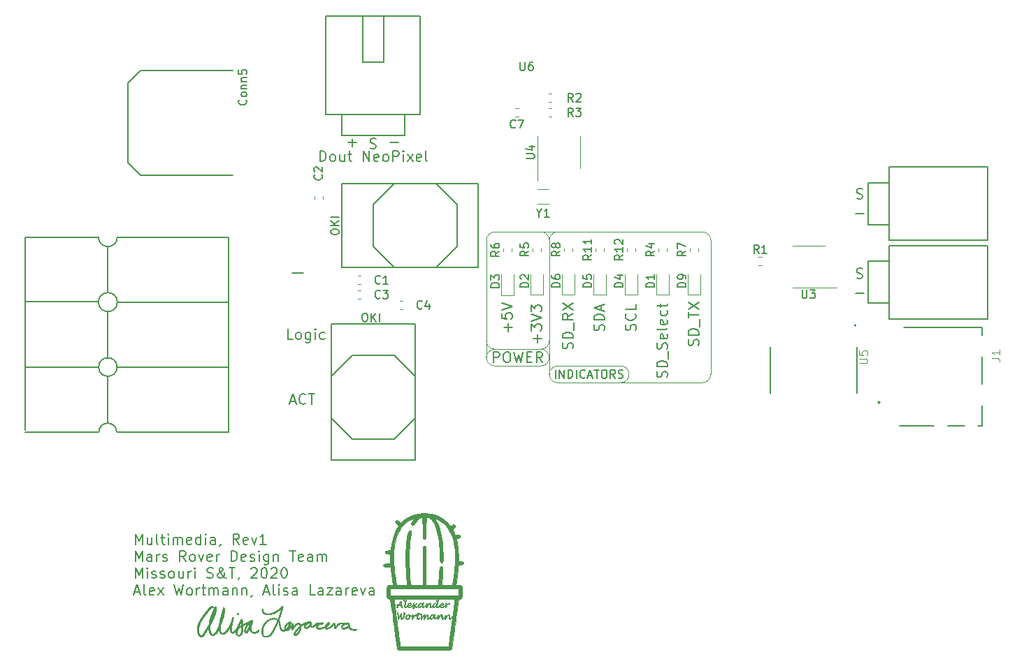
<source format=gbr>
G04 #@! TF.GenerationSoftware,KiCad,Pcbnew,(5.1.6)-1*
G04 #@! TF.CreationDate,2020-11-29T23:09:34-06:00*
G04 #@! TF.ProjectId,MultimediaAndBlackBoxBoard,4d756c74-696d-4656-9469-61416e64426c,rev?*
G04 #@! TF.SameCoordinates,Original*
G04 #@! TF.FileFunction,Legend,Top*
G04 #@! TF.FilePolarity,Positive*
%FSLAX46Y46*%
G04 Gerber Fmt 4.6, Leading zero omitted, Abs format (unit mm)*
G04 Created by KiCad (PCBNEW (5.1.6)-1) date 2020-11-29 23:09:34*
%MOMM*%
%LPD*%
G01*
G04 APERTURE LIST*
%ADD10C,0.120000*%
%ADD11C,0.150000*%
%ADD12C,0.152400*%
%ADD13C,0.010000*%
%ADD14C,0.127000*%
%ADD15C,0.200000*%
%ADD16C,0.015000*%
G04 APERTURE END LIST*
D10*
X157988000Y-85090000D02*
X150368000Y-85090000D01*
X157988000Y-85090000D02*
G75*
G02*
X157988000Y-87122000I0J-1016000D01*
G01*
D11*
X150106571Y-86558380D02*
X150106571Y-85558380D01*
X150582761Y-86558380D02*
X150582761Y-85558380D01*
X151154190Y-86558380D01*
X151154190Y-85558380D01*
X151630380Y-86558380D02*
X151630380Y-85558380D01*
X151868476Y-85558380D01*
X152011333Y-85606000D01*
X152106571Y-85701238D01*
X152154190Y-85796476D01*
X152201809Y-85986952D01*
X152201809Y-86129809D01*
X152154190Y-86320285D01*
X152106571Y-86415523D01*
X152011333Y-86510761D01*
X151868476Y-86558380D01*
X151630380Y-86558380D01*
X152630380Y-86558380D02*
X152630380Y-85558380D01*
X153678000Y-86463142D02*
X153630380Y-86510761D01*
X153487523Y-86558380D01*
X153392285Y-86558380D01*
X153249428Y-86510761D01*
X153154190Y-86415523D01*
X153106571Y-86320285D01*
X153058952Y-86129809D01*
X153058952Y-85986952D01*
X153106571Y-85796476D01*
X153154190Y-85701238D01*
X153249428Y-85606000D01*
X153392285Y-85558380D01*
X153487523Y-85558380D01*
X153630380Y-85606000D01*
X153678000Y-85653619D01*
X154058952Y-86272666D02*
X154535142Y-86272666D01*
X153963714Y-86558380D02*
X154297047Y-85558380D01*
X154630380Y-86558380D01*
X154820857Y-85558380D02*
X155392285Y-85558380D01*
X155106571Y-86558380D02*
X155106571Y-85558380D01*
X155916095Y-85558380D02*
X156106571Y-85558380D01*
X156201809Y-85606000D01*
X156297047Y-85701238D01*
X156344666Y-85891714D01*
X156344666Y-86225047D01*
X156297047Y-86415523D01*
X156201809Y-86510761D01*
X156106571Y-86558380D01*
X155916095Y-86558380D01*
X155820857Y-86510761D01*
X155725619Y-86415523D01*
X155678000Y-86225047D01*
X155678000Y-85891714D01*
X155725619Y-85701238D01*
X155820857Y-85606000D01*
X155916095Y-85558380D01*
X157344666Y-86558380D02*
X157011333Y-86082190D01*
X156773238Y-86558380D02*
X156773238Y-85558380D01*
X157154190Y-85558380D01*
X157249428Y-85606000D01*
X157297047Y-85653619D01*
X157344666Y-85748857D01*
X157344666Y-85891714D01*
X157297047Y-85986952D01*
X157249428Y-86034571D01*
X157154190Y-86082190D01*
X156773238Y-86082190D01*
X157725619Y-86510761D02*
X157868476Y-86558380D01*
X158106571Y-86558380D01*
X158201809Y-86510761D01*
X158249428Y-86463142D01*
X158297047Y-86367904D01*
X158297047Y-86272666D01*
X158249428Y-86177428D01*
X158201809Y-86129809D01*
X158106571Y-86082190D01*
X157916095Y-86034571D01*
X157820857Y-85986952D01*
X157773238Y-85939333D01*
X157725619Y-85844095D01*
X157725619Y-85748857D01*
X157773238Y-85653619D01*
X157820857Y-85606000D01*
X157916095Y-85558380D01*
X158154190Y-85558380D01*
X158297047Y-85606000D01*
D10*
X149352000Y-86106000D02*
G75*
G02*
X150368000Y-85090000I1016000J0D01*
G01*
X167894000Y-68834000D02*
G75*
G02*
X168910000Y-69850000I0J-1016000D01*
G01*
X168910000Y-86106000D02*
G75*
G02*
X167894000Y-87122000I-1016000J0D01*
G01*
X149352000Y-69850000D02*
G75*
G02*
X150368000Y-68834000I1016000J0D01*
G01*
X148336000Y-68834000D02*
G75*
G02*
X149352000Y-69850000I0J-1016000D01*
G01*
X141732000Y-69850000D02*
G75*
G02*
X142748000Y-68834000I1016000J0D01*
G01*
X148336000Y-85090000D02*
X142748000Y-85090000D01*
X149352000Y-84074000D02*
G75*
G02*
X148336000Y-85090000I-1016000J0D01*
G01*
X142748000Y-85090000D02*
G75*
G02*
X141732000Y-84074000I0J1016000D01*
G01*
D11*
X142608904Y-84648523D02*
X142608904Y-83378523D01*
X143092714Y-83378523D01*
X143213666Y-83439000D01*
X143274142Y-83499476D01*
X143334619Y-83620428D01*
X143334619Y-83801857D01*
X143274142Y-83922809D01*
X143213666Y-83983285D01*
X143092714Y-84043761D01*
X142608904Y-84043761D01*
X144120809Y-83378523D02*
X144362714Y-83378523D01*
X144483666Y-83439000D01*
X144604619Y-83559952D01*
X144665095Y-83801857D01*
X144665095Y-84225190D01*
X144604619Y-84467095D01*
X144483666Y-84588047D01*
X144362714Y-84648523D01*
X144120809Y-84648523D01*
X143999857Y-84588047D01*
X143878904Y-84467095D01*
X143818428Y-84225190D01*
X143818428Y-83801857D01*
X143878904Y-83559952D01*
X143999857Y-83439000D01*
X144120809Y-83378523D01*
X145088428Y-83378523D02*
X145390809Y-84648523D01*
X145632714Y-83741380D01*
X145874619Y-84648523D01*
X146177000Y-83378523D01*
X146660809Y-83983285D02*
X147084142Y-83983285D01*
X147265571Y-84648523D02*
X146660809Y-84648523D01*
X146660809Y-83378523D01*
X147265571Y-83378523D01*
X148535571Y-84648523D02*
X148112238Y-84043761D01*
X147809857Y-84648523D02*
X147809857Y-83378523D01*
X148293666Y-83378523D01*
X148414619Y-83439000D01*
X148475095Y-83499476D01*
X148535571Y-83620428D01*
X148535571Y-83801857D01*
X148475095Y-83922809D01*
X148414619Y-83983285D01*
X148293666Y-84043761D01*
X147809857Y-84043761D01*
D10*
X149352000Y-82042000D02*
X149352000Y-69850000D01*
X149352000Y-82042000D02*
G75*
G02*
X148336000Y-83058000I-1016000J0D01*
G01*
X141732000Y-84074000D02*
G75*
G02*
X142748000Y-83058000I1016000J0D01*
G01*
X142748000Y-83058000D02*
G75*
G02*
X141732000Y-82042000I0J1016000D01*
G01*
X148336000Y-83058000D02*
G75*
G02*
X149352000Y-84074000I0J-1016000D01*
G01*
X150368000Y-87122000D02*
G75*
G02*
X149352000Y-86106000I0J1016000D01*
G01*
X149352000Y-82042000D02*
X149352000Y-86106000D01*
X142748000Y-83058000D02*
X148336000Y-83058000D01*
X141732000Y-84074000D02*
X141732000Y-69850000D01*
X167894000Y-87122000D02*
X150368000Y-87122000D01*
X168910000Y-69850000D02*
X168910000Y-86106000D01*
X142748000Y-68834000D02*
X167894000Y-68834000D01*
D11*
X167392047Y-82580238D02*
X167452523Y-82398809D01*
X167452523Y-82096428D01*
X167392047Y-81975476D01*
X167331571Y-81915000D01*
X167210619Y-81854523D01*
X167089666Y-81854523D01*
X166968714Y-81915000D01*
X166908238Y-81975476D01*
X166847761Y-82096428D01*
X166787285Y-82338333D01*
X166726809Y-82459285D01*
X166666333Y-82519761D01*
X166545380Y-82580238D01*
X166424428Y-82580238D01*
X166303476Y-82519761D01*
X166243000Y-82459285D01*
X166182523Y-82338333D01*
X166182523Y-82035952D01*
X166243000Y-81854523D01*
X167452523Y-81310238D02*
X166182523Y-81310238D01*
X166182523Y-81007857D01*
X166243000Y-80826428D01*
X166363952Y-80705476D01*
X166484904Y-80645000D01*
X166726809Y-80584523D01*
X166908238Y-80584523D01*
X167150142Y-80645000D01*
X167271095Y-80705476D01*
X167392047Y-80826428D01*
X167452523Y-81007857D01*
X167452523Y-81310238D01*
X167573476Y-80342619D02*
X167573476Y-79375000D01*
X166182523Y-79254047D02*
X166182523Y-78528333D01*
X167452523Y-78891190D02*
X166182523Y-78891190D01*
X166182523Y-78225952D02*
X167452523Y-77379285D01*
X166182523Y-77379285D02*
X167452523Y-78225952D01*
X163582047Y-86456761D02*
X163642523Y-86275333D01*
X163642523Y-85972952D01*
X163582047Y-85852000D01*
X163521571Y-85791523D01*
X163400619Y-85731047D01*
X163279666Y-85731047D01*
X163158714Y-85791523D01*
X163098238Y-85852000D01*
X163037761Y-85972952D01*
X162977285Y-86214857D01*
X162916809Y-86335809D01*
X162856333Y-86396285D01*
X162735380Y-86456761D01*
X162614428Y-86456761D01*
X162493476Y-86396285D01*
X162433000Y-86335809D01*
X162372523Y-86214857D01*
X162372523Y-85912476D01*
X162433000Y-85731047D01*
X163642523Y-85186761D02*
X162372523Y-85186761D01*
X162372523Y-84884380D01*
X162433000Y-84702952D01*
X162553952Y-84582000D01*
X162674904Y-84521523D01*
X162916809Y-84461047D01*
X163098238Y-84461047D01*
X163340142Y-84521523D01*
X163461095Y-84582000D01*
X163582047Y-84702952D01*
X163642523Y-84884380D01*
X163642523Y-85186761D01*
X163763476Y-84219142D02*
X163763476Y-83251523D01*
X163582047Y-83009619D02*
X163642523Y-82828190D01*
X163642523Y-82525809D01*
X163582047Y-82404857D01*
X163521571Y-82344380D01*
X163400619Y-82283904D01*
X163279666Y-82283904D01*
X163158714Y-82344380D01*
X163098238Y-82404857D01*
X163037761Y-82525809D01*
X162977285Y-82767714D01*
X162916809Y-82888666D01*
X162856333Y-82949142D01*
X162735380Y-83009619D01*
X162614428Y-83009619D01*
X162493476Y-82949142D01*
X162433000Y-82888666D01*
X162372523Y-82767714D01*
X162372523Y-82465333D01*
X162433000Y-82283904D01*
X163582047Y-81255809D02*
X163642523Y-81376761D01*
X163642523Y-81618666D01*
X163582047Y-81739619D01*
X163461095Y-81800095D01*
X162977285Y-81800095D01*
X162856333Y-81739619D01*
X162795857Y-81618666D01*
X162795857Y-81376761D01*
X162856333Y-81255809D01*
X162977285Y-81195333D01*
X163098238Y-81195333D01*
X163219190Y-81800095D01*
X163642523Y-80469619D02*
X163582047Y-80590571D01*
X163461095Y-80651047D01*
X162372523Y-80651047D01*
X163582047Y-79502000D02*
X163642523Y-79622952D01*
X163642523Y-79864857D01*
X163582047Y-79985809D01*
X163461095Y-80046285D01*
X162977285Y-80046285D01*
X162856333Y-79985809D01*
X162795857Y-79864857D01*
X162795857Y-79622952D01*
X162856333Y-79502000D01*
X162977285Y-79441523D01*
X163098238Y-79441523D01*
X163219190Y-80046285D01*
X163582047Y-78352952D02*
X163642523Y-78473904D01*
X163642523Y-78715809D01*
X163582047Y-78836761D01*
X163521571Y-78897238D01*
X163400619Y-78957714D01*
X163037761Y-78957714D01*
X162916809Y-78897238D01*
X162856333Y-78836761D01*
X162795857Y-78715809D01*
X162795857Y-78473904D01*
X162856333Y-78352952D01*
X162795857Y-77990095D02*
X162795857Y-77506285D01*
X162372523Y-77808666D02*
X163461095Y-77808666D01*
X163582047Y-77748190D01*
X163642523Y-77627238D01*
X163642523Y-77506285D01*
X152152047Y-82985428D02*
X152212523Y-82804000D01*
X152212523Y-82501619D01*
X152152047Y-82380666D01*
X152091571Y-82320190D01*
X151970619Y-82259714D01*
X151849666Y-82259714D01*
X151728714Y-82320190D01*
X151668238Y-82380666D01*
X151607761Y-82501619D01*
X151547285Y-82743523D01*
X151486809Y-82864476D01*
X151426333Y-82924952D01*
X151305380Y-82985428D01*
X151184428Y-82985428D01*
X151063476Y-82924952D01*
X151003000Y-82864476D01*
X150942523Y-82743523D01*
X150942523Y-82441142D01*
X151003000Y-82259714D01*
X152212523Y-81715428D02*
X150942523Y-81715428D01*
X150942523Y-81413047D01*
X151003000Y-81231619D01*
X151123952Y-81110666D01*
X151244904Y-81050190D01*
X151486809Y-80989714D01*
X151668238Y-80989714D01*
X151910142Y-81050190D01*
X152031095Y-81110666D01*
X152152047Y-81231619D01*
X152212523Y-81413047D01*
X152212523Y-81715428D01*
X152333476Y-80747809D02*
X152333476Y-79780190D01*
X152212523Y-78752095D02*
X151607761Y-79175428D01*
X152212523Y-79477809D02*
X150942523Y-79477809D01*
X150942523Y-78994000D01*
X151003000Y-78873047D01*
X151063476Y-78812571D01*
X151184428Y-78752095D01*
X151365857Y-78752095D01*
X151486809Y-78812571D01*
X151547285Y-78873047D01*
X151607761Y-78994000D01*
X151607761Y-79477809D01*
X150942523Y-78328761D02*
X152212523Y-77482095D01*
X150942523Y-77482095D02*
X152212523Y-78328761D01*
X155962047Y-80790142D02*
X156022523Y-80608714D01*
X156022523Y-80306333D01*
X155962047Y-80185380D01*
X155901571Y-80124904D01*
X155780619Y-80064428D01*
X155659666Y-80064428D01*
X155538714Y-80124904D01*
X155478238Y-80185380D01*
X155417761Y-80306333D01*
X155357285Y-80548238D01*
X155296809Y-80669190D01*
X155236333Y-80729666D01*
X155115380Y-80790142D01*
X154994428Y-80790142D01*
X154873476Y-80729666D01*
X154813000Y-80669190D01*
X154752523Y-80548238D01*
X154752523Y-80245857D01*
X154813000Y-80064428D01*
X156022523Y-79520142D02*
X154752523Y-79520142D01*
X154752523Y-79217761D01*
X154813000Y-79036333D01*
X154933952Y-78915380D01*
X155054904Y-78854904D01*
X155296809Y-78794428D01*
X155478238Y-78794428D01*
X155720142Y-78854904D01*
X155841095Y-78915380D01*
X155962047Y-79036333D01*
X156022523Y-79217761D01*
X156022523Y-79520142D01*
X155659666Y-78310619D02*
X155659666Y-77705857D01*
X156022523Y-78431571D02*
X154752523Y-78008238D01*
X156022523Y-77584904D01*
X159772047Y-80759904D02*
X159832523Y-80578476D01*
X159832523Y-80276095D01*
X159772047Y-80155142D01*
X159711571Y-80094666D01*
X159590619Y-80034190D01*
X159469666Y-80034190D01*
X159348714Y-80094666D01*
X159288238Y-80155142D01*
X159227761Y-80276095D01*
X159167285Y-80518000D01*
X159106809Y-80638952D01*
X159046333Y-80699428D01*
X158925380Y-80759904D01*
X158804428Y-80759904D01*
X158683476Y-80699428D01*
X158623000Y-80638952D01*
X158562523Y-80518000D01*
X158562523Y-80215619D01*
X158623000Y-80034190D01*
X159711571Y-78764190D02*
X159772047Y-78824666D01*
X159832523Y-79006095D01*
X159832523Y-79127047D01*
X159772047Y-79308476D01*
X159651095Y-79429428D01*
X159530142Y-79489904D01*
X159288238Y-79550380D01*
X159106809Y-79550380D01*
X158864904Y-79489904D01*
X158743952Y-79429428D01*
X158623000Y-79308476D01*
X158562523Y-79127047D01*
X158562523Y-79006095D01*
X158623000Y-78824666D01*
X158683476Y-78764190D01*
X159832523Y-77615142D02*
X159832523Y-78219904D01*
X158562523Y-78219904D01*
X147918714Y-82247619D02*
X147918714Y-81280000D01*
X148402523Y-81763809D02*
X147434904Y-81763809D01*
X147132523Y-80796190D02*
X147132523Y-80010000D01*
X147616333Y-80433333D01*
X147616333Y-80251904D01*
X147676809Y-80130952D01*
X147737285Y-80070476D01*
X147858238Y-80010000D01*
X148160619Y-80010000D01*
X148281571Y-80070476D01*
X148342047Y-80130952D01*
X148402523Y-80251904D01*
X148402523Y-80614761D01*
X148342047Y-80735714D01*
X148281571Y-80796190D01*
X147132523Y-79647142D02*
X148402523Y-79223809D01*
X147132523Y-78800476D01*
X147132523Y-78498095D02*
X147132523Y-77711904D01*
X147616333Y-78135238D01*
X147616333Y-77953809D01*
X147676809Y-77832857D01*
X147737285Y-77772380D01*
X147858238Y-77711904D01*
X148160619Y-77711904D01*
X148281571Y-77772380D01*
X148342047Y-77832857D01*
X148402523Y-77953809D01*
X148402523Y-78316666D01*
X148342047Y-78437619D01*
X148281571Y-78498095D01*
X144362714Y-80880857D02*
X144362714Y-79913238D01*
X144846523Y-80397047D02*
X143878904Y-80397047D01*
X143576523Y-78703714D02*
X143576523Y-79308476D01*
X144181285Y-79368952D01*
X144120809Y-79308476D01*
X144060333Y-79187523D01*
X144060333Y-78885142D01*
X144120809Y-78764190D01*
X144181285Y-78703714D01*
X144302238Y-78643238D01*
X144604619Y-78643238D01*
X144725571Y-78703714D01*
X144786047Y-78764190D01*
X144846523Y-78885142D01*
X144846523Y-79187523D01*
X144786047Y-79308476D01*
X144725571Y-79368952D01*
X143576523Y-78280380D02*
X144846523Y-77857047D01*
X143576523Y-77433714D01*
X186460190Y-76290714D02*
X187427809Y-76290714D01*
X186581142Y-74428047D02*
X186762571Y-74488523D01*
X187064952Y-74488523D01*
X187185904Y-74428047D01*
X187246380Y-74367571D01*
X187306857Y-74246619D01*
X187306857Y-74125666D01*
X187246380Y-74004714D01*
X187185904Y-73944238D01*
X187064952Y-73883761D01*
X186823047Y-73823285D01*
X186702095Y-73762809D01*
X186641619Y-73702333D01*
X186581142Y-73581380D01*
X186581142Y-73460428D01*
X186641619Y-73339476D01*
X186702095Y-73279000D01*
X186823047Y-73218523D01*
X187125428Y-73218523D01*
X187306857Y-73279000D01*
X186460190Y-66638714D02*
X187427809Y-66638714D01*
X186581142Y-64776047D02*
X186762571Y-64836523D01*
X187064952Y-64836523D01*
X187185904Y-64776047D01*
X187246380Y-64715571D01*
X187306857Y-64594619D01*
X187306857Y-64473666D01*
X187246380Y-64352714D01*
X187185904Y-64292238D01*
X187064952Y-64231761D01*
X186823047Y-64171285D01*
X186702095Y-64110809D01*
X186641619Y-64050333D01*
X186581142Y-63929380D01*
X186581142Y-63808428D01*
X186641619Y-63687476D01*
X186702095Y-63627000D01*
X186823047Y-63566523D01*
X187125428Y-63566523D01*
X187306857Y-63627000D01*
X117958809Y-89365666D02*
X118563571Y-89365666D01*
X117837857Y-89728523D02*
X118261190Y-88458523D01*
X118684523Y-89728523D01*
X119833571Y-89607571D02*
X119773095Y-89668047D01*
X119591666Y-89728523D01*
X119470714Y-89728523D01*
X119289285Y-89668047D01*
X119168333Y-89547095D01*
X119107857Y-89426142D01*
X119047380Y-89184238D01*
X119047380Y-89002809D01*
X119107857Y-88760904D01*
X119168333Y-88639952D01*
X119289285Y-88519000D01*
X119470714Y-88458523D01*
X119591666Y-88458523D01*
X119773095Y-88519000D01*
X119833571Y-88579476D01*
X120196428Y-88458523D02*
X120922142Y-88458523D01*
X120559285Y-89728523D02*
X120559285Y-88458523D01*
X118285380Y-81854523D02*
X117680619Y-81854523D01*
X117680619Y-80584523D01*
X118890142Y-81854523D02*
X118769190Y-81794047D01*
X118708714Y-81733571D01*
X118648238Y-81612619D01*
X118648238Y-81249761D01*
X118708714Y-81128809D01*
X118769190Y-81068333D01*
X118890142Y-81007857D01*
X119071571Y-81007857D01*
X119192523Y-81068333D01*
X119253000Y-81128809D01*
X119313476Y-81249761D01*
X119313476Y-81612619D01*
X119253000Y-81733571D01*
X119192523Y-81794047D01*
X119071571Y-81854523D01*
X118890142Y-81854523D01*
X120402047Y-81007857D02*
X120402047Y-82035952D01*
X120341571Y-82156904D01*
X120281095Y-82217380D01*
X120160142Y-82277857D01*
X119978714Y-82277857D01*
X119857761Y-82217380D01*
X120402047Y-81794047D02*
X120281095Y-81854523D01*
X120039190Y-81854523D01*
X119918238Y-81794047D01*
X119857761Y-81733571D01*
X119797285Y-81612619D01*
X119797285Y-81249761D01*
X119857761Y-81128809D01*
X119918238Y-81068333D01*
X120039190Y-81007857D01*
X120281095Y-81007857D01*
X120402047Y-81068333D01*
X121006809Y-81854523D02*
X121006809Y-81007857D01*
X121006809Y-80584523D02*
X120946333Y-80645000D01*
X121006809Y-80705476D01*
X121067285Y-80645000D01*
X121006809Y-80584523D01*
X121006809Y-80705476D01*
X122155857Y-81794047D02*
X122034904Y-81854523D01*
X121793000Y-81854523D01*
X121672047Y-81794047D01*
X121611571Y-81733571D01*
X121551095Y-81612619D01*
X121551095Y-81249761D01*
X121611571Y-81128809D01*
X121672047Y-81068333D01*
X121793000Y-81007857D01*
X122034904Y-81007857D01*
X122155857Y-81068333D01*
X118194666Y-73787000D02*
X119549333Y-73787000D01*
X127653142Y-58680047D02*
X127834571Y-58740523D01*
X128136952Y-58740523D01*
X128257904Y-58680047D01*
X128318380Y-58619571D01*
X128378857Y-58498619D01*
X128378857Y-58377666D01*
X128318380Y-58256714D01*
X128257904Y-58196238D01*
X128136952Y-58135761D01*
X127895047Y-58075285D01*
X127774095Y-58014809D01*
X127713619Y-57954333D01*
X127653142Y-57833380D01*
X127653142Y-57712428D01*
X127713619Y-57591476D01*
X127774095Y-57531000D01*
X127895047Y-57470523D01*
X128197428Y-57470523D01*
X128378857Y-57531000D01*
X130072190Y-58002714D02*
X131039809Y-58002714D01*
X124992190Y-58002714D02*
X125959809Y-58002714D01*
X125476000Y-58486523D02*
X125476000Y-57518904D01*
X121575285Y-60264523D02*
X121575285Y-58994523D01*
X121877666Y-58994523D01*
X122059095Y-59055000D01*
X122180047Y-59175952D01*
X122240523Y-59296904D01*
X122301000Y-59538809D01*
X122301000Y-59720238D01*
X122240523Y-59962142D01*
X122180047Y-60083095D01*
X122059095Y-60204047D01*
X121877666Y-60264523D01*
X121575285Y-60264523D01*
X123026714Y-60264523D02*
X122905761Y-60204047D01*
X122845285Y-60143571D01*
X122784809Y-60022619D01*
X122784809Y-59659761D01*
X122845285Y-59538809D01*
X122905761Y-59478333D01*
X123026714Y-59417857D01*
X123208142Y-59417857D01*
X123329095Y-59478333D01*
X123389571Y-59538809D01*
X123450047Y-59659761D01*
X123450047Y-60022619D01*
X123389571Y-60143571D01*
X123329095Y-60204047D01*
X123208142Y-60264523D01*
X123026714Y-60264523D01*
X124538619Y-59417857D02*
X124538619Y-60264523D01*
X123994333Y-59417857D02*
X123994333Y-60083095D01*
X124054809Y-60204047D01*
X124175761Y-60264523D01*
X124357190Y-60264523D01*
X124478142Y-60204047D01*
X124538619Y-60143571D01*
X124961952Y-59417857D02*
X125445761Y-59417857D01*
X125143380Y-58994523D02*
X125143380Y-60083095D01*
X125203857Y-60204047D01*
X125324809Y-60264523D01*
X125445761Y-60264523D01*
X126836714Y-60264523D02*
X126836714Y-58994523D01*
X127562428Y-60264523D01*
X127562428Y-58994523D01*
X128651000Y-60204047D02*
X128530047Y-60264523D01*
X128288142Y-60264523D01*
X128167190Y-60204047D01*
X128106714Y-60083095D01*
X128106714Y-59599285D01*
X128167190Y-59478333D01*
X128288142Y-59417857D01*
X128530047Y-59417857D01*
X128651000Y-59478333D01*
X128711476Y-59599285D01*
X128711476Y-59720238D01*
X128106714Y-59841190D01*
X129437190Y-60264523D02*
X129316238Y-60204047D01*
X129255761Y-60143571D01*
X129195285Y-60022619D01*
X129195285Y-59659761D01*
X129255761Y-59538809D01*
X129316238Y-59478333D01*
X129437190Y-59417857D01*
X129618619Y-59417857D01*
X129739571Y-59478333D01*
X129800047Y-59538809D01*
X129860523Y-59659761D01*
X129860523Y-60022619D01*
X129800047Y-60143571D01*
X129739571Y-60204047D01*
X129618619Y-60264523D01*
X129437190Y-60264523D01*
X130404809Y-60264523D02*
X130404809Y-58994523D01*
X130888619Y-58994523D01*
X131009571Y-59055000D01*
X131070047Y-59115476D01*
X131130523Y-59236428D01*
X131130523Y-59417857D01*
X131070047Y-59538809D01*
X131009571Y-59599285D01*
X130888619Y-59659761D01*
X130404809Y-59659761D01*
X131674809Y-60264523D02*
X131674809Y-59417857D01*
X131674809Y-58994523D02*
X131614333Y-59055000D01*
X131674809Y-59115476D01*
X131735285Y-59055000D01*
X131674809Y-58994523D01*
X131674809Y-59115476D01*
X132158619Y-60264523D02*
X132823857Y-59417857D01*
X132158619Y-59417857D02*
X132823857Y-60264523D01*
X133791476Y-60204047D02*
X133670523Y-60264523D01*
X133428619Y-60264523D01*
X133307666Y-60204047D01*
X133247190Y-60083095D01*
X133247190Y-59599285D01*
X133307666Y-59478333D01*
X133428619Y-59417857D01*
X133670523Y-59417857D01*
X133791476Y-59478333D01*
X133851952Y-59599285D01*
X133851952Y-59720238D01*
X133247190Y-59841190D01*
X134577666Y-60264523D02*
X134456714Y-60204047D01*
X134396238Y-60083095D01*
X134396238Y-58994523D01*
D12*
X99207440Y-106708423D02*
X99207440Y-105438423D01*
X99630774Y-106345566D01*
X100054107Y-105438423D01*
X100054107Y-106708423D01*
X101203155Y-105861757D02*
X101203155Y-106708423D01*
X100658869Y-105861757D02*
X100658869Y-106526995D01*
X100719345Y-106647947D01*
X100840298Y-106708423D01*
X101021726Y-106708423D01*
X101142679Y-106647947D01*
X101203155Y-106587471D01*
X101989345Y-106708423D02*
X101868393Y-106647947D01*
X101807917Y-106526995D01*
X101807917Y-105438423D01*
X102291726Y-105861757D02*
X102775536Y-105861757D01*
X102473155Y-105438423D02*
X102473155Y-106526995D01*
X102533631Y-106647947D01*
X102654583Y-106708423D01*
X102775536Y-106708423D01*
X103198869Y-106708423D02*
X103198869Y-105861757D01*
X103198869Y-105438423D02*
X103138393Y-105498900D01*
X103198869Y-105559376D01*
X103259345Y-105498900D01*
X103198869Y-105438423D01*
X103198869Y-105559376D01*
X103803631Y-106708423D02*
X103803631Y-105861757D01*
X103803631Y-105982709D02*
X103864107Y-105922233D01*
X103985060Y-105861757D01*
X104166488Y-105861757D01*
X104287440Y-105922233D01*
X104347917Y-106043185D01*
X104347917Y-106708423D01*
X104347917Y-106043185D02*
X104408393Y-105922233D01*
X104529345Y-105861757D01*
X104710774Y-105861757D01*
X104831726Y-105922233D01*
X104892202Y-106043185D01*
X104892202Y-106708423D01*
X105980774Y-106647947D02*
X105859821Y-106708423D01*
X105617917Y-106708423D01*
X105496964Y-106647947D01*
X105436488Y-106526995D01*
X105436488Y-106043185D01*
X105496964Y-105922233D01*
X105617917Y-105861757D01*
X105859821Y-105861757D01*
X105980774Y-105922233D01*
X106041250Y-106043185D01*
X106041250Y-106164138D01*
X105436488Y-106285090D01*
X107129821Y-106708423D02*
X107129821Y-105438423D01*
X107129821Y-106647947D02*
X107008869Y-106708423D01*
X106766964Y-106708423D01*
X106646012Y-106647947D01*
X106585536Y-106587471D01*
X106525060Y-106466519D01*
X106525060Y-106103661D01*
X106585536Y-105982709D01*
X106646012Y-105922233D01*
X106766964Y-105861757D01*
X107008869Y-105861757D01*
X107129821Y-105922233D01*
X107734583Y-106708423D02*
X107734583Y-105861757D01*
X107734583Y-105438423D02*
X107674107Y-105498900D01*
X107734583Y-105559376D01*
X107795060Y-105498900D01*
X107734583Y-105438423D01*
X107734583Y-105559376D01*
X108883631Y-106708423D02*
X108883631Y-106043185D01*
X108823155Y-105922233D01*
X108702202Y-105861757D01*
X108460298Y-105861757D01*
X108339345Y-105922233D01*
X108883631Y-106647947D02*
X108762679Y-106708423D01*
X108460298Y-106708423D01*
X108339345Y-106647947D01*
X108278869Y-106526995D01*
X108278869Y-106406042D01*
X108339345Y-106285090D01*
X108460298Y-106224614D01*
X108762679Y-106224614D01*
X108883631Y-106164138D01*
X109548869Y-106647947D02*
X109548869Y-106708423D01*
X109488393Y-106829376D01*
X109427917Y-106889852D01*
X111786488Y-106708423D02*
X111363155Y-106103661D01*
X111060774Y-106708423D02*
X111060774Y-105438423D01*
X111544583Y-105438423D01*
X111665536Y-105498900D01*
X111726012Y-105559376D01*
X111786488Y-105680328D01*
X111786488Y-105861757D01*
X111726012Y-105982709D01*
X111665536Y-106043185D01*
X111544583Y-106103661D01*
X111060774Y-106103661D01*
X112814583Y-106647947D02*
X112693631Y-106708423D01*
X112451726Y-106708423D01*
X112330774Y-106647947D01*
X112270298Y-106526995D01*
X112270298Y-106043185D01*
X112330774Y-105922233D01*
X112451726Y-105861757D01*
X112693631Y-105861757D01*
X112814583Y-105922233D01*
X112875060Y-106043185D01*
X112875060Y-106164138D01*
X112270298Y-106285090D01*
X113298393Y-105861757D02*
X113600774Y-106708423D01*
X113903155Y-105861757D01*
X115052202Y-106708423D02*
X114326488Y-106708423D01*
X114689345Y-106708423D02*
X114689345Y-105438423D01*
X114568393Y-105619852D01*
X114447440Y-105740804D01*
X114326488Y-105801280D01*
X99207440Y-108765823D02*
X99207440Y-107495823D01*
X99630774Y-108402966D01*
X100054107Y-107495823D01*
X100054107Y-108765823D01*
X101203155Y-108765823D02*
X101203155Y-108100585D01*
X101142679Y-107979633D01*
X101021726Y-107919157D01*
X100779821Y-107919157D01*
X100658869Y-107979633D01*
X101203155Y-108705347D02*
X101082202Y-108765823D01*
X100779821Y-108765823D01*
X100658869Y-108705347D01*
X100598393Y-108584395D01*
X100598393Y-108463442D01*
X100658869Y-108342490D01*
X100779821Y-108282014D01*
X101082202Y-108282014D01*
X101203155Y-108221538D01*
X101807917Y-108765823D02*
X101807917Y-107919157D01*
X101807917Y-108161061D02*
X101868393Y-108040109D01*
X101928869Y-107979633D01*
X102049821Y-107919157D01*
X102170774Y-107919157D01*
X102533631Y-108705347D02*
X102654583Y-108765823D01*
X102896488Y-108765823D01*
X103017440Y-108705347D01*
X103077917Y-108584395D01*
X103077917Y-108523919D01*
X103017440Y-108402966D01*
X102896488Y-108342490D01*
X102715060Y-108342490D01*
X102594107Y-108282014D01*
X102533631Y-108161061D01*
X102533631Y-108100585D01*
X102594107Y-107979633D01*
X102715060Y-107919157D01*
X102896488Y-107919157D01*
X103017440Y-107979633D01*
X105315536Y-108765823D02*
X104892202Y-108161061D01*
X104589821Y-108765823D02*
X104589821Y-107495823D01*
X105073631Y-107495823D01*
X105194583Y-107556300D01*
X105255060Y-107616776D01*
X105315536Y-107737728D01*
X105315536Y-107919157D01*
X105255060Y-108040109D01*
X105194583Y-108100585D01*
X105073631Y-108161061D01*
X104589821Y-108161061D01*
X106041250Y-108765823D02*
X105920298Y-108705347D01*
X105859821Y-108644871D01*
X105799345Y-108523919D01*
X105799345Y-108161061D01*
X105859821Y-108040109D01*
X105920298Y-107979633D01*
X106041250Y-107919157D01*
X106222679Y-107919157D01*
X106343631Y-107979633D01*
X106404107Y-108040109D01*
X106464583Y-108161061D01*
X106464583Y-108523919D01*
X106404107Y-108644871D01*
X106343631Y-108705347D01*
X106222679Y-108765823D01*
X106041250Y-108765823D01*
X106887917Y-107919157D02*
X107190298Y-108765823D01*
X107492679Y-107919157D01*
X108460298Y-108705347D02*
X108339345Y-108765823D01*
X108097440Y-108765823D01*
X107976488Y-108705347D01*
X107916012Y-108584395D01*
X107916012Y-108100585D01*
X107976488Y-107979633D01*
X108097440Y-107919157D01*
X108339345Y-107919157D01*
X108460298Y-107979633D01*
X108520774Y-108100585D01*
X108520774Y-108221538D01*
X107916012Y-108342490D01*
X109065060Y-108765823D02*
X109065060Y-107919157D01*
X109065060Y-108161061D02*
X109125536Y-108040109D01*
X109186012Y-107979633D01*
X109306964Y-107919157D01*
X109427917Y-107919157D01*
X110818869Y-108765823D02*
X110818869Y-107495823D01*
X111121250Y-107495823D01*
X111302679Y-107556300D01*
X111423631Y-107677252D01*
X111484107Y-107798204D01*
X111544583Y-108040109D01*
X111544583Y-108221538D01*
X111484107Y-108463442D01*
X111423631Y-108584395D01*
X111302679Y-108705347D01*
X111121250Y-108765823D01*
X110818869Y-108765823D01*
X112572679Y-108705347D02*
X112451726Y-108765823D01*
X112209821Y-108765823D01*
X112088869Y-108705347D01*
X112028393Y-108584395D01*
X112028393Y-108100585D01*
X112088869Y-107979633D01*
X112209821Y-107919157D01*
X112451726Y-107919157D01*
X112572679Y-107979633D01*
X112633155Y-108100585D01*
X112633155Y-108221538D01*
X112028393Y-108342490D01*
X113116964Y-108705347D02*
X113237917Y-108765823D01*
X113479821Y-108765823D01*
X113600774Y-108705347D01*
X113661250Y-108584395D01*
X113661250Y-108523919D01*
X113600774Y-108402966D01*
X113479821Y-108342490D01*
X113298393Y-108342490D01*
X113177440Y-108282014D01*
X113116964Y-108161061D01*
X113116964Y-108100585D01*
X113177440Y-107979633D01*
X113298393Y-107919157D01*
X113479821Y-107919157D01*
X113600774Y-107979633D01*
X114205536Y-108765823D02*
X114205536Y-107919157D01*
X114205536Y-107495823D02*
X114145060Y-107556300D01*
X114205536Y-107616776D01*
X114266012Y-107556300D01*
X114205536Y-107495823D01*
X114205536Y-107616776D01*
X115354583Y-107919157D02*
X115354583Y-108947252D01*
X115294107Y-109068204D01*
X115233631Y-109128680D01*
X115112679Y-109189157D01*
X114931250Y-109189157D01*
X114810298Y-109128680D01*
X115354583Y-108705347D02*
X115233631Y-108765823D01*
X114991726Y-108765823D01*
X114870774Y-108705347D01*
X114810298Y-108644871D01*
X114749821Y-108523919D01*
X114749821Y-108161061D01*
X114810298Y-108040109D01*
X114870774Y-107979633D01*
X114991726Y-107919157D01*
X115233631Y-107919157D01*
X115354583Y-107979633D01*
X115959345Y-107919157D02*
X115959345Y-108765823D01*
X115959345Y-108040109D02*
X116019821Y-107979633D01*
X116140774Y-107919157D01*
X116322202Y-107919157D01*
X116443155Y-107979633D01*
X116503631Y-108100585D01*
X116503631Y-108765823D01*
X117894583Y-107495823D02*
X118620298Y-107495823D01*
X118257440Y-108765823D02*
X118257440Y-107495823D01*
X119527440Y-108705347D02*
X119406488Y-108765823D01*
X119164583Y-108765823D01*
X119043631Y-108705347D01*
X118983155Y-108584395D01*
X118983155Y-108100585D01*
X119043631Y-107979633D01*
X119164583Y-107919157D01*
X119406488Y-107919157D01*
X119527440Y-107979633D01*
X119587917Y-108100585D01*
X119587917Y-108221538D01*
X118983155Y-108342490D01*
X120676488Y-108765823D02*
X120676488Y-108100585D01*
X120616012Y-107979633D01*
X120495060Y-107919157D01*
X120253155Y-107919157D01*
X120132202Y-107979633D01*
X120676488Y-108705347D02*
X120555536Y-108765823D01*
X120253155Y-108765823D01*
X120132202Y-108705347D01*
X120071726Y-108584395D01*
X120071726Y-108463442D01*
X120132202Y-108342490D01*
X120253155Y-108282014D01*
X120555536Y-108282014D01*
X120676488Y-108221538D01*
X121281250Y-108765823D02*
X121281250Y-107919157D01*
X121281250Y-108040109D02*
X121341726Y-107979633D01*
X121462679Y-107919157D01*
X121644107Y-107919157D01*
X121765060Y-107979633D01*
X121825536Y-108100585D01*
X121825536Y-108765823D01*
X121825536Y-108100585D02*
X121886012Y-107979633D01*
X122006964Y-107919157D01*
X122188393Y-107919157D01*
X122309345Y-107979633D01*
X122369821Y-108100585D01*
X122369821Y-108765823D01*
X99207440Y-110823223D02*
X99207440Y-109553223D01*
X99630774Y-110460366D01*
X100054107Y-109553223D01*
X100054107Y-110823223D01*
X100658869Y-110823223D02*
X100658869Y-109976557D01*
X100658869Y-109553223D02*
X100598393Y-109613700D01*
X100658869Y-109674176D01*
X100719345Y-109613700D01*
X100658869Y-109553223D01*
X100658869Y-109674176D01*
X101203155Y-110762747D02*
X101324107Y-110823223D01*
X101566012Y-110823223D01*
X101686964Y-110762747D01*
X101747440Y-110641795D01*
X101747440Y-110581319D01*
X101686964Y-110460366D01*
X101566012Y-110399890D01*
X101384583Y-110399890D01*
X101263631Y-110339414D01*
X101203155Y-110218461D01*
X101203155Y-110157985D01*
X101263631Y-110037033D01*
X101384583Y-109976557D01*
X101566012Y-109976557D01*
X101686964Y-110037033D01*
X102231250Y-110762747D02*
X102352202Y-110823223D01*
X102594107Y-110823223D01*
X102715060Y-110762747D01*
X102775536Y-110641795D01*
X102775536Y-110581319D01*
X102715060Y-110460366D01*
X102594107Y-110399890D01*
X102412679Y-110399890D01*
X102291726Y-110339414D01*
X102231250Y-110218461D01*
X102231250Y-110157985D01*
X102291726Y-110037033D01*
X102412679Y-109976557D01*
X102594107Y-109976557D01*
X102715060Y-110037033D01*
X103501250Y-110823223D02*
X103380298Y-110762747D01*
X103319821Y-110702271D01*
X103259345Y-110581319D01*
X103259345Y-110218461D01*
X103319821Y-110097509D01*
X103380298Y-110037033D01*
X103501250Y-109976557D01*
X103682679Y-109976557D01*
X103803631Y-110037033D01*
X103864107Y-110097509D01*
X103924583Y-110218461D01*
X103924583Y-110581319D01*
X103864107Y-110702271D01*
X103803631Y-110762747D01*
X103682679Y-110823223D01*
X103501250Y-110823223D01*
X105013155Y-109976557D02*
X105013155Y-110823223D01*
X104468869Y-109976557D02*
X104468869Y-110641795D01*
X104529345Y-110762747D01*
X104650298Y-110823223D01*
X104831726Y-110823223D01*
X104952679Y-110762747D01*
X105013155Y-110702271D01*
X105617917Y-110823223D02*
X105617917Y-109976557D01*
X105617917Y-110218461D02*
X105678393Y-110097509D01*
X105738869Y-110037033D01*
X105859821Y-109976557D01*
X105980774Y-109976557D01*
X106404107Y-110823223D02*
X106404107Y-109976557D01*
X106404107Y-109553223D02*
X106343631Y-109613700D01*
X106404107Y-109674176D01*
X106464583Y-109613700D01*
X106404107Y-109553223D01*
X106404107Y-109674176D01*
X107916012Y-110762747D02*
X108097440Y-110823223D01*
X108399821Y-110823223D01*
X108520774Y-110762747D01*
X108581250Y-110702271D01*
X108641726Y-110581319D01*
X108641726Y-110460366D01*
X108581250Y-110339414D01*
X108520774Y-110278938D01*
X108399821Y-110218461D01*
X108157917Y-110157985D01*
X108036964Y-110097509D01*
X107976488Y-110037033D01*
X107916012Y-109916080D01*
X107916012Y-109795128D01*
X107976488Y-109674176D01*
X108036964Y-109613700D01*
X108157917Y-109553223D01*
X108460298Y-109553223D01*
X108641726Y-109613700D01*
X110214107Y-110823223D02*
X110153631Y-110823223D01*
X110032679Y-110762747D01*
X109851250Y-110581319D01*
X109548869Y-110218461D01*
X109427917Y-110037033D01*
X109367440Y-109855604D01*
X109367440Y-109734652D01*
X109427917Y-109613700D01*
X109548869Y-109553223D01*
X109609345Y-109553223D01*
X109730298Y-109613700D01*
X109790774Y-109734652D01*
X109790774Y-109795128D01*
X109730298Y-109916080D01*
X109669821Y-109976557D01*
X109306964Y-110218461D01*
X109246488Y-110278938D01*
X109186012Y-110399890D01*
X109186012Y-110581319D01*
X109246488Y-110702271D01*
X109306964Y-110762747D01*
X109427917Y-110823223D01*
X109609345Y-110823223D01*
X109730298Y-110762747D01*
X109790774Y-110702271D01*
X109972202Y-110460366D01*
X110032679Y-110278938D01*
X110032679Y-110157985D01*
X110576964Y-109553223D02*
X111302679Y-109553223D01*
X110939821Y-110823223D02*
X110939821Y-109553223D01*
X111786488Y-110762747D02*
X111786488Y-110823223D01*
X111726012Y-110944176D01*
X111665536Y-111004652D01*
X113237917Y-109674176D02*
X113298393Y-109613700D01*
X113419345Y-109553223D01*
X113721726Y-109553223D01*
X113842679Y-109613700D01*
X113903155Y-109674176D01*
X113963631Y-109795128D01*
X113963631Y-109916080D01*
X113903155Y-110097509D01*
X113177440Y-110823223D01*
X113963631Y-110823223D01*
X114749821Y-109553223D02*
X114870774Y-109553223D01*
X114991726Y-109613700D01*
X115052202Y-109674176D01*
X115112679Y-109795128D01*
X115173155Y-110037033D01*
X115173155Y-110339414D01*
X115112679Y-110581319D01*
X115052202Y-110702271D01*
X114991726Y-110762747D01*
X114870774Y-110823223D01*
X114749821Y-110823223D01*
X114628869Y-110762747D01*
X114568393Y-110702271D01*
X114507917Y-110581319D01*
X114447440Y-110339414D01*
X114447440Y-110037033D01*
X114507917Y-109795128D01*
X114568393Y-109674176D01*
X114628869Y-109613700D01*
X114749821Y-109553223D01*
X115656964Y-109674176D02*
X115717440Y-109613700D01*
X115838393Y-109553223D01*
X116140774Y-109553223D01*
X116261726Y-109613700D01*
X116322202Y-109674176D01*
X116382679Y-109795128D01*
X116382679Y-109916080D01*
X116322202Y-110097509D01*
X115596488Y-110823223D01*
X116382679Y-110823223D01*
X117168869Y-109553223D02*
X117289821Y-109553223D01*
X117410774Y-109613700D01*
X117471250Y-109674176D01*
X117531726Y-109795128D01*
X117592202Y-110037033D01*
X117592202Y-110339414D01*
X117531726Y-110581319D01*
X117471250Y-110702271D01*
X117410774Y-110762747D01*
X117289821Y-110823223D01*
X117168869Y-110823223D01*
X117047917Y-110762747D01*
X116987440Y-110702271D01*
X116926964Y-110581319D01*
X116866488Y-110339414D01*
X116866488Y-110037033D01*
X116926964Y-109795128D01*
X116987440Y-109674176D01*
X117047917Y-109613700D01*
X117168869Y-109553223D01*
X99146964Y-112517766D02*
X99751726Y-112517766D01*
X99026012Y-112880623D02*
X99449345Y-111610623D01*
X99872679Y-112880623D01*
X100477440Y-112880623D02*
X100356488Y-112820147D01*
X100296012Y-112699195D01*
X100296012Y-111610623D01*
X101445060Y-112820147D02*
X101324107Y-112880623D01*
X101082202Y-112880623D01*
X100961250Y-112820147D01*
X100900774Y-112699195D01*
X100900774Y-112215385D01*
X100961250Y-112094433D01*
X101082202Y-112033957D01*
X101324107Y-112033957D01*
X101445060Y-112094433D01*
X101505536Y-112215385D01*
X101505536Y-112336338D01*
X100900774Y-112457290D01*
X101928869Y-112880623D02*
X102594107Y-112033957D01*
X101928869Y-112033957D02*
X102594107Y-112880623D01*
X103924583Y-111610623D02*
X104226964Y-112880623D01*
X104468869Y-111973480D01*
X104710774Y-112880623D01*
X105013155Y-111610623D01*
X105678393Y-112880623D02*
X105557440Y-112820147D01*
X105496964Y-112759671D01*
X105436488Y-112638719D01*
X105436488Y-112275861D01*
X105496964Y-112154909D01*
X105557440Y-112094433D01*
X105678393Y-112033957D01*
X105859821Y-112033957D01*
X105980774Y-112094433D01*
X106041250Y-112154909D01*
X106101726Y-112275861D01*
X106101726Y-112638719D01*
X106041250Y-112759671D01*
X105980774Y-112820147D01*
X105859821Y-112880623D01*
X105678393Y-112880623D01*
X106646012Y-112880623D02*
X106646012Y-112033957D01*
X106646012Y-112275861D02*
X106706488Y-112154909D01*
X106766964Y-112094433D01*
X106887917Y-112033957D01*
X107008869Y-112033957D01*
X107250774Y-112033957D02*
X107734583Y-112033957D01*
X107432202Y-111610623D02*
X107432202Y-112699195D01*
X107492679Y-112820147D01*
X107613631Y-112880623D01*
X107734583Y-112880623D01*
X108157917Y-112880623D02*
X108157917Y-112033957D01*
X108157917Y-112154909D02*
X108218393Y-112094433D01*
X108339345Y-112033957D01*
X108520774Y-112033957D01*
X108641726Y-112094433D01*
X108702202Y-112215385D01*
X108702202Y-112880623D01*
X108702202Y-112215385D02*
X108762679Y-112094433D01*
X108883631Y-112033957D01*
X109065060Y-112033957D01*
X109186012Y-112094433D01*
X109246488Y-112215385D01*
X109246488Y-112880623D01*
X110395536Y-112880623D02*
X110395536Y-112215385D01*
X110335060Y-112094433D01*
X110214107Y-112033957D01*
X109972202Y-112033957D01*
X109851250Y-112094433D01*
X110395536Y-112820147D02*
X110274583Y-112880623D01*
X109972202Y-112880623D01*
X109851250Y-112820147D01*
X109790774Y-112699195D01*
X109790774Y-112578242D01*
X109851250Y-112457290D01*
X109972202Y-112396814D01*
X110274583Y-112396814D01*
X110395536Y-112336338D01*
X111000298Y-112033957D02*
X111000298Y-112880623D01*
X111000298Y-112154909D02*
X111060774Y-112094433D01*
X111181726Y-112033957D01*
X111363155Y-112033957D01*
X111484107Y-112094433D01*
X111544583Y-112215385D01*
X111544583Y-112880623D01*
X112149345Y-112033957D02*
X112149345Y-112880623D01*
X112149345Y-112154909D02*
X112209821Y-112094433D01*
X112330774Y-112033957D01*
X112512202Y-112033957D01*
X112633155Y-112094433D01*
X112693631Y-112215385D01*
X112693631Y-112880623D01*
X113358869Y-112820147D02*
X113358869Y-112880623D01*
X113298393Y-113001576D01*
X113237917Y-113062052D01*
X114810298Y-112517766D02*
X115415060Y-112517766D01*
X114689345Y-112880623D02*
X115112679Y-111610623D01*
X115536012Y-112880623D01*
X116140774Y-112880623D02*
X116019821Y-112820147D01*
X115959345Y-112699195D01*
X115959345Y-111610623D01*
X116624583Y-112880623D02*
X116624583Y-112033957D01*
X116624583Y-111610623D02*
X116564107Y-111671100D01*
X116624583Y-111731576D01*
X116685060Y-111671100D01*
X116624583Y-111610623D01*
X116624583Y-111731576D01*
X117168869Y-112820147D02*
X117289821Y-112880623D01*
X117531726Y-112880623D01*
X117652679Y-112820147D01*
X117713155Y-112699195D01*
X117713155Y-112638719D01*
X117652679Y-112517766D01*
X117531726Y-112457290D01*
X117350298Y-112457290D01*
X117229345Y-112396814D01*
X117168869Y-112275861D01*
X117168869Y-112215385D01*
X117229345Y-112094433D01*
X117350298Y-112033957D01*
X117531726Y-112033957D01*
X117652679Y-112094433D01*
X118801726Y-112880623D02*
X118801726Y-112215385D01*
X118741250Y-112094433D01*
X118620298Y-112033957D01*
X118378393Y-112033957D01*
X118257440Y-112094433D01*
X118801726Y-112820147D02*
X118680774Y-112880623D01*
X118378393Y-112880623D01*
X118257440Y-112820147D01*
X118196964Y-112699195D01*
X118196964Y-112578242D01*
X118257440Y-112457290D01*
X118378393Y-112396814D01*
X118680774Y-112396814D01*
X118801726Y-112336338D01*
X120978869Y-112880623D02*
X120374107Y-112880623D01*
X120374107Y-111610623D01*
X121946488Y-112880623D02*
X121946488Y-112215385D01*
X121886012Y-112094433D01*
X121765060Y-112033957D01*
X121523155Y-112033957D01*
X121402202Y-112094433D01*
X121946488Y-112820147D02*
X121825536Y-112880623D01*
X121523155Y-112880623D01*
X121402202Y-112820147D01*
X121341726Y-112699195D01*
X121341726Y-112578242D01*
X121402202Y-112457290D01*
X121523155Y-112396814D01*
X121825536Y-112396814D01*
X121946488Y-112336338D01*
X122430298Y-112033957D02*
X123095536Y-112033957D01*
X122430298Y-112880623D01*
X123095536Y-112880623D01*
X124123631Y-112880623D02*
X124123631Y-112215385D01*
X124063155Y-112094433D01*
X123942202Y-112033957D01*
X123700298Y-112033957D01*
X123579345Y-112094433D01*
X124123631Y-112820147D02*
X124002679Y-112880623D01*
X123700298Y-112880623D01*
X123579345Y-112820147D01*
X123518869Y-112699195D01*
X123518869Y-112578242D01*
X123579345Y-112457290D01*
X123700298Y-112396814D01*
X124002679Y-112396814D01*
X124123631Y-112336338D01*
X124728393Y-112880623D02*
X124728393Y-112033957D01*
X124728393Y-112275861D02*
X124788869Y-112154909D01*
X124849345Y-112094433D01*
X124970298Y-112033957D01*
X125091250Y-112033957D01*
X125998393Y-112820147D02*
X125877440Y-112880623D01*
X125635536Y-112880623D01*
X125514583Y-112820147D01*
X125454107Y-112699195D01*
X125454107Y-112215385D01*
X125514583Y-112094433D01*
X125635536Y-112033957D01*
X125877440Y-112033957D01*
X125998393Y-112094433D01*
X126058869Y-112215385D01*
X126058869Y-112336338D01*
X125454107Y-112457290D01*
X126482202Y-112033957D02*
X126784583Y-112880623D01*
X127086964Y-112033957D01*
X128115060Y-112880623D02*
X128115060Y-112215385D01*
X128054583Y-112094433D01*
X127933631Y-112033957D01*
X127691726Y-112033957D01*
X127570774Y-112094433D01*
X128115060Y-112820147D02*
X127994107Y-112880623D01*
X127691726Y-112880623D01*
X127570774Y-112820147D01*
X127510298Y-112699195D01*
X127510298Y-112578242D01*
X127570774Y-112457290D01*
X127691726Y-112396814D01*
X127994107Y-112396814D01*
X128115060Y-112336338D01*
D13*
G36*
X134337993Y-102965342D02*
G01*
X134503154Y-102971253D01*
X134652398Y-102981087D01*
X134772400Y-102994133D01*
X135096161Y-103050109D01*
X135405332Y-103125404D01*
X135696698Y-103218826D01*
X135967045Y-103329186D01*
X136213161Y-103455294D01*
X136431830Y-103595962D01*
X136465747Y-103621015D01*
X136648656Y-103764947D01*
X136821534Y-103912774D01*
X136980140Y-104060416D01*
X137120236Y-104203791D01*
X137237581Y-104338818D01*
X137307429Y-104431181D01*
X137374913Y-104527629D01*
X137491823Y-104441747D01*
X137591246Y-104373541D01*
X137672427Y-104329910D01*
X137739550Y-104310049D01*
X137796799Y-104313154D01*
X137848358Y-104338422D01*
X137881360Y-104366907D01*
X137919916Y-104412666D01*
X137936483Y-104456217D01*
X137938822Y-104489673D01*
X137933351Y-104538690D01*
X137914688Y-104586323D01*
X137879190Y-104637943D01*
X137823212Y-104698916D01*
X137749239Y-104769034D01*
X137625868Y-104881602D01*
X137733866Y-105150034D01*
X137772980Y-105246738D01*
X137810988Y-105339781D01*
X137844721Y-105421475D01*
X137871012Y-105484134D01*
X137882116Y-105509890D01*
X137922367Y-105601312D01*
X138138084Y-105590523D01*
X138227082Y-105587586D01*
X138310145Y-105587555D01*
X138378006Y-105590265D01*
X138421399Y-105595549D01*
X138421533Y-105595581D01*
X138485527Y-105622717D01*
X138535212Y-105666645D01*
X138562567Y-105719205D01*
X138565467Y-105741985D01*
X138553128Y-105808140D01*
X138514769Y-105864534D01*
X138448376Y-105912728D01*
X138351932Y-105954282D01*
X138253880Y-105983259D01*
X138171171Y-106006144D01*
X138117459Y-106027559D01*
X138088452Y-106052265D01*
X138079860Y-106085026D01*
X138087391Y-106130603D01*
X138095616Y-106158893D01*
X138125801Y-106271917D01*
X138156122Y-106414917D01*
X138186109Y-106584004D01*
X138215295Y-106775293D01*
X138243211Y-106984895D01*
X138269389Y-107208926D01*
X138293360Y-107443497D01*
X138314655Y-107684723D01*
X138332806Y-107928716D01*
X138347345Y-108171591D01*
X138353365Y-108297134D01*
X138357918Y-108393878D01*
X138363074Y-108491317D01*
X138368178Y-108577657D01*
X138372296Y-108637561D01*
X138381626Y-108757855D01*
X138564665Y-108767511D01*
X138648647Y-108773597D01*
X138727866Y-108782239D01*
X138791353Y-108792097D01*
X138819040Y-108798540D01*
X138882871Y-108826360D01*
X138937816Y-108865774D01*
X138975793Y-108909654D01*
X138988800Y-108948235D01*
X138974443Y-109009997D01*
X138937496Y-109068800D01*
X138887888Y-109109578D01*
X138831168Y-109129809D01*
X138749041Y-109147061D01*
X138649920Y-109160102D01*
X138542219Y-109167701D01*
X138480800Y-109169124D01*
X138416838Y-109170985D01*
X138365497Y-109175345D01*
X138336749Y-109181312D01*
X138335191Y-109182159D01*
X138327005Y-109203832D01*
X138319127Y-109255016D01*
X138312053Y-109331359D01*
X138306281Y-109428505D01*
X138305753Y-109440133D01*
X138295578Y-109607095D01*
X138278737Y-109802832D01*
X138255765Y-110023027D01*
X138227194Y-110263363D01*
X138193556Y-110519522D01*
X138155385Y-110787186D01*
X138113212Y-111062039D01*
X138081860Y-111254816D01*
X138064413Y-111360732D01*
X138049053Y-111456123D01*
X138036612Y-111535643D01*
X138027922Y-111593948D01*
X138023815Y-111625691D01*
X138023600Y-111629077D01*
X138029460Y-111638601D01*
X138049896Y-111646045D01*
X138089187Y-111651946D01*
X138151615Y-111656837D01*
X138241460Y-111661254D01*
X138298767Y-111663481D01*
X138433335Y-111669829D01*
X138537625Y-111678196D01*
X138615194Y-111689168D01*
X138669600Y-111703327D01*
X138704401Y-111721259D01*
X138715690Y-111731978D01*
X138730297Y-111762493D01*
X138742349Y-111816788D01*
X138751961Y-111896547D01*
X138759249Y-112003453D01*
X138764330Y-112139191D01*
X138767320Y-112305445D01*
X138768331Y-112495213D01*
X138767801Y-112673545D01*
X138765734Y-112821317D01*
X138761804Y-112941814D01*
X138755686Y-113038319D01*
X138747053Y-113114119D01*
X138735579Y-113172497D01*
X138720938Y-113216738D01*
X138702804Y-113250128D01*
X138691979Y-113264183D01*
X138671190Y-113285558D01*
X138647934Y-113299296D01*
X138614103Y-113307487D01*
X138561594Y-113312217D01*
X138494099Y-113315154D01*
X138335093Y-113320908D01*
X138177825Y-114508954D01*
X138107646Y-115037962D01*
X138041532Y-115533938D01*
X137979399Y-115997460D01*
X137921162Y-116429109D01*
X137866738Y-116829463D01*
X137816042Y-117199102D01*
X137768990Y-117538604D01*
X137725499Y-117848550D01*
X137685482Y-118129518D01*
X137648857Y-118382087D01*
X137615539Y-118606837D01*
X137585445Y-118804347D01*
X137558489Y-118975195D01*
X137534587Y-119119963D01*
X137513657Y-119239227D01*
X137495612Y-119333569D01*
X137480369Y-119403567D01*
X137467844Y-119449799D01*
X137457953Y-119472847D01*
X137455871Y-119475062D01*
X137429053Y-119484075D01*
X137376904Y-119493246D01*
X137307926Y-119501279D01*
X137257283Y-119505329D01*
X137153902Y-119510870D01*
X137019304Y-119516058D01*
X136856138Y-119520879D01*
X136667051Y-119525323D01*
X136454693Y-119529374D01*
X136221711Y-119533021D01*
X135970754Y-119536251D01*
X135704470Y-119539051D01*
X135425508Y-119541408D01*
X135136514Y-119543309D01*
X134840139Y-119544742D01*
X134539030Y-119545692D01*
X134235835Y-119546149D01*
X133933203Y-119546098D01*
X133633781Y-119545527D01*
X133340219Y-119544423D01*
X133055165Y-119542773D01*
X132781266Y-119540564D01*
X132521171Y-119537784D01*
X132277529Y-119534419D01*
X132058779Y-119530572D01*
X131813334Y-119525086D01*
X131597639Y-119518945D01*
X131412284Y-119512180D01*
X131257862Y-119504824D01*
X131134964Y-119496910D01*
X131044183Y-119488469D01*
X130986108Y-119479534D01*
X130961728Y-119470575D01*
X130953386Y-119450995D01*
X130942005Y-119405826D01*
X130927520Y-119334606D01*
X130909864Y-119236875D01*
X130888970Y-119112169D01*
X130864774Y-118960029D01*
X130837208Y-118779991D01*
X130806206Y-118571595D01*
X130771702Y-118334380D01*
X130733629Y-118067883D01*
X130691922Y-117771642D01*
X130646513Y-117445198D01*
X130597337Y-117088087D01*
X130544328Y-116699849D01*
X130487418Y-116280022D01*
X130426543Y-115828144D01*
X130361635Y-115343754D01*
X130292628Y-114826390D01*
X130265971Y-114625967D01*
X130102330Y-113394754D01*
X130542269Y-113394754D01*
X130544922Y-113442136D01*
X130551028Y-113512150D01*
X130560113Y-113599322D01*
X130571272Y-113694688D01*
X130581757Y-113778821D01*
X130595960Y-113890902D01*
X130613578Y-114028627D01*
X130634309Y-114189692D01*
X130657850Y-114371794D01*
X130683897Y-114572629D01*
X130712148Y-114789893D01*
X130742300Y-115021284D01*
X130774050Y-115264496D01*
X130807094Y-115517226D01*
X130841131Y-115777171D01*
X130875856Y-116042027D01*
X130910968Y-116309490D01*
X130946163Y-116577257D01*
X130981139Y-116843024D01*
X131015591Y-117104487D01*
X131049218Y-117359343D01*
X131081717Y-117605288D01*
X131112784Y-117840018D01*
X131142117Y-118061229D01*
X131169413Y-118266618D01*
X131194369Y-118453882D01*
X131216681Y-118620716D01*
X131236048Y-118764817D01*
X131252165Y-118883882D01*
X131264731Y-118975605D01*
X131273442Y-119037685D01*
X131277120Y-119062500D01*
X131287110Y-119126000D01*
X137139297Y-119126000D01*
X137149090Y-119070967D01*
X137152315Y-119048558D01*
X137159582Y-118995327D01*
X137170528Y-118914027D01*
X137184790Y-118807415D01*
X137202004Y-118678247D01*
X137221807Y-118529277D01*
X137243834Y-118363262D01*
X137267723Y-118182956D01*
X137293109Y-117991116D01*
X137319629Y-117790497D01*
X137346919Y-117583854D01*
X137374617Y-117373942D01*
X137402357Y-117163518D01*
X137429777Y-116955337D01*
X137456513Y-116752155D01*
X137482201Y-116556726D01*
X137506478Y-116371807D01*
X137528980Y-116200152D01*
X137549344Y-116044518D01*
X137567205Y-115907660D01*
X137582201Y-115792334D01*
X137593968Y-115701294D01*
X137601014Y-115646200D01*
X137610415Y-115574691D01*
X137619494Y-115509999D01*
X137626499Y-115464541D01*
X137627301Y-115459933D01*
X137628765Y-115439410D01*
X137620463Y-115441162D01*
X137599958Y-115467543D01*
X137565903Y-115519200D01*
X137488028Y-115629662D01*
X137414540Y-115711817D01*
X137346721Y-115764831D01*
X137285854Y-115787867D01*
X137233221Y-115780087D01*
X137202341Y-115756276D01*
X137187209Y-115731795D01*
X137176145Y-115692944D01*
X137167930Y-115633355D01*
X137161342Y-115546659D01*
X137160964Y-115540319D01*
X137153350Y-115438941D01*
X137143203Y-115369099D01*
X137128709Y-115328469D01*
X137108051Y-115314728D01*
X137079416Y-115325551D01*
X137040987Y-115358616D01*
X137028718Y-115371033D01*
X136995527Y-115411241D01*
X136953687Y-115470230D01*
X136908275Y-115539791D01*
X136864365Y-115611712D01*
X136827035Y-115677785D01*
X136801360Y-115729798D01*
X136793487Y-115751519D01*
X136772306Y-115782641D01*
X136738627Y-115788638D01*
X136705004Y-115767389D01*
X136695653Y-115740627D01*
X136695140Y-115690382D01*
X136702408Y-115619223D01*
X136710370Y-115556365D01*
X136716330Y-115506453D01*
X136719137Y-115479170D01*
X136719210Y-115477785D01*
X136711561Y-115481997D01*
X136691148Y-115509078D01*
X136667264Y-115545518D01*
X136597887Y-115643674D01*
X136528980Y-115717603D01*
X136463102Y-115765744D01*
X136402814Y-115786535D01*
X136350677Y-115778415D01*
X136321808Y-115756276D01*
X136306676Y-115731795D01*
X136295612Y-115692944D01*
X136287396Y-115633355D01*
X136280809Y-115546659D01*
X136280431Y-115540319D01*
X136272817Y-115438941D01*
X136262670Y-115369099D01*
X136248176Y-115328469D01*
X136227518Y-115314728D01*
X136198882Y-115325551D01*
X136160453Y-115358616D01*
X136148184Y-115371033D01*
X136114993Y-115411241D01*
X136073154Y-115470230D01*
X136027741Y-115539791D01*
X135983832Y-115611712D01*
X135946502Y-115677785D01*
X135920827Y-115729798D01*
X135912953Y-115751519D01*
X135891773Y-115782641D01*
X135858094Y-115788638D01*
X135824471Y-115767389D01*
X135815119Y-115740627D01*
X135814606Y-115690382D01*
X135821874Y-115619223D01*
X135829880Y-115555162D01*
X135835851Y-115502869D01*
X135838618Y-115472666D01*
X135838677Y-115471113D01*
X135829699Y-115471343D01*
X135805670Y-115493823D01*
X135772190Y-115533199D01*
X135697756Y-115615091D01*
X135617657Y-115682150D01*
X135538393Y-115729979D01*
X135466463Y-115754180D01*
X135442498Y-115756267D01*
X135397261Y-115740408D01*
X135362422Y-115695087D01*
X135340120Y-115623687D01*
X135334971Y-115586354D01*
X135326965Y-115503032D01*
X135280794Y-115566150D01*
X135213054Y-115648673D01*
X135143139Y-115716065D01*
X135076491Y-115763979D01*
X135018551Y-115788067D01*
X135000534Y-115790070D01*
X134945904Y-115774612D01*
X134903059Y-115733104D01*
X134880992Y-115678165D01*
X134869700Y-115617969D01*
X134799883Y-115685140D01*
X134722753Y-115750102D01*
X134657136Y-115784625D01*
X134601030Y-115789323D01*
X134552436Y-115764810D01*
X134549367Y-115762109D01*
X134525600Y-115718280D01*
X134519077Y-115645639D01*
X134529803Y-115544526D01*
X134545429Y-115466316D01*
X134557523Y-115407008D01*
X134564162Y-115361659D01*
X134564061Y-115339281D01*
X134563638Y-115338661D01*
X134540546Y-115337467D01*
X134503564Y-115360465D01*
X134456708Y-115403104D01*
X134403994Y-115460828D01*
X134349438Y-115529087D01*
X134297057Y-115603325D01*
X134250866Y-115678991D01*
X134232006Y-115714616D01*
X134198067Y-115768530D01*
X134166152Y-115789714D01*
X134161080Y-115790133D01*
X134135699Y-115784625D01*
X134121442Y-115765090D01*
X134117955Y-115727014D01*
X134124886Y-115665886D01*
X134138391Y-115595400D01*
X134230533Y-115595400D01*
X134239000Y-115603867D01*
X134247466Y-115595400D01*
X134239000Y-115586933D01*
X134230533Y-115595400D01*
X134138391Y-115595400D01*
X134141881Y-115577190D01*
X134143723Y-115568491D01*
X134158991Y-115493637D01*
X134171048Y-115428524D01*
X134178319Y-115382003D01*
X134179733Y-115366156D01*
X134170933Y-115338060D01*
X134146464Y-115337384D01*
X134109222Y-115363224D01*
X134075219Y-115398794D01*
X134041860Y-115443366D01*
X134002948Y-115503729D01*
X133962807Y-115572032D01*
X133925759Y-115640425D01*
X133896128Y-115701060D01*
X133878236Y-115746084D01*
X133874933Y-115762510D01*
X133862019Y-115783595D01*
X133832776Y-115790130D01*
X133801458Y-115782118D01*
X133783280Y-115762485D01*
X133780563Y-115733696D01*
X133782585Y-115681161D01*
X133788862Y-115614594D01*
X133791837Y-115590805D01*
X133800119Y-115510586D01*
X133804477Y-115430289D01*
X133804137Y-115365362D01*
X133803567Y-115357087D01*
X133800467Y-115304630D01*
X133804570Y-115276360D01*
X133819139Y-115262828D01*
X133838174Y-115256848D01*
X133877419Y-115253027D01*
X133901971Y-115267804D01*
X133913438Y-115305049D01*
X133913430Y-115368633D01*
X133908126Y-115425111D01*
X133901548Y-115488377D01*
X133897702Y-115537013D01*
X133897209Y-115562672D01*
X133897741Y-115564586D01*
X133907763Y-115553571D01*
X133929463Y-115519918D01*
X133958292Y-115470716D01*
X133960500Y-115466801D01*
X134009117Y-115392010D01*
X134065425Y-115323602D01*
X134123446Y-115267352D01*
X134177206Y-115229031D01*
X134220729Y-115214412D01*
X134221760Y-115214400D01*
X134260440Y-115224731D01*
X134282240Y-115257361D01*
X134287733Y-115314745D01*
X134277490Y-115399338D01*
X134271764Y-115428804D01*
X134260082Y-115490247D01*
X134252991Y-115537524D01*
X134251724Y-115562086D01*
X134252317Y-115563562D01*
X134263871Y-115553891D01*
X134287649Y-115521888D01*
X134318615Y-115474360D01*
X134320172Y-115471843D01*
X134369061Y-115401921D01*
X134425526Y-115335610D01*
X134483535Y-115278655D01*
X134537058Y-115236799D01*
X134580063Y-115215785D01*
X134590488Y-115214400D01*
X134632101Y-115223061D01*
X134658347Y-115250945D01*
X134669764Y-115300904D01*
X134666890Y-115375791D01*
X134650263Y-115478458D01*
X134645085Y-115503763D01*
X134630555Y-115588408D01*
X134629269Y-115645113D01*
X134641725Y-115677313D01*
X134668422Y-115688447D01*
X134671892Y-115688533D01*
X134710731Y-115674816D01*
X134759213Y-115638076D01*
X134810600Y-115584930D01*
X134842332Y-115542934D01*
X134978454Y-115542934D01*
X134978743Y-115611685D01*
X134993129Y-115655780D01*
X135023663Y-115684055D01*
X135067076Y-115682377D01*
X135117685Y-115653096D01*
X135147543Y-115624206D01*
X135190339Y-115576047D01*
X135239051Y-115516710D01*
X135264939Y-115483399D01*
X135367142Y-115349140D01*
X135294137Y-115316009D01*
X135238662Y-115295497D01*
X135186752Y-115283639D01*
X135172333Y-115282505D01*
X135119868Y-115297747D01*
X135070542Y-115339131D01*
X135028060Y-115398937D01*
X134996129Y-115469444D01*
X134978454Y-115542934D01*
X134842332Y-115542934D01*
X134858153Y-115521997D01*
X134882195Y-115482007D01*
X134935459Y-115390617D01*
X134984094Y-115325147D01*
X135033630Y-115279209D01*
X135083906Y-115249119D01*
X135167932Y-115220255D01*
X135249526Y-115219905D01*
X135316207Y-115237760D01*
X135361398Y-115250448D01*
X135391180Y-115247169D01*
X135408343Y-115237016D01*
X135450755Y-115218452D01*
X135478804Y-115214400D01*
X135504067Y-115216094D01*
X135509284Y-115227224D01*
X135496346Y-115256867D01*
X135490166Y-115268876D01*
X135476206Y-115311082D01*
X135464837Y-115373109D01*
X135456758Y-115445224D01*
X135452663Y-115517694D01*
X135453252Y-115580786D01*
X135459220Y-115624767D01*
X135463888Y-115635792D01*
X135492590Y-115653118D01*
X135536540Y-115642701D01*
X135596402Y-115604175D01*
X135672837Y-115537178D01*
X135709842Y-115500663D01*
X135769438Y-115438839D01*
X135807816Y-115394634D01*
X135828694Y-115362747D01*
X135835788Y-115337878D01*
X135834705Y-115322635D01*
X135836262Y-115285380D01*
X135864254Y-115262292D01*
X135866195Y-115261392D01*
X135910918Y-115253172D01*
X135940252Y-115273510D01*
X135951410Y-115319530D01*
X135949787Y-115347611D01*
X135943505Y-115401336D01*
X135936235Y-115468545D01*
X135932785Y-115502267D01*
X135923499Y-115595400D01*
X135978192Y-115495739D01*
X136021471Y-115425608D01*
X136072433Y-115356290D01*
X136125058Y-115294775D01*
X136173327Y-115248052D01*
X136211222Y-115223112D01*
X136213715Y-115222238D01*
X136274636Y-115215608D01*
X136321653Y-115239032D01*
X136354944Y-115292796D01*
X136374688Y-115377185D01*
X136381067Y-115490020D01*
X136384291Y-115582477D01*
X136394813Y-115644042D01*
X136413909Y-115677149D01*
X136442854Y-115684234D01*
X136476179Y-115671600D01*
X136510571Y-115643621D01*
X136553140Y-115596069D01*
X136598918Y-115536293D01*
X136642941Y-115471641D01*
X136680243Y-115409463D01*
X136705858Y-115357108D01*
X136714820Y-115321924D01*
X136714489Y-115318915D01*
X136718139Y-115283224D01*
X136746728Y-115261392D01*
X136791451Y-115253172D01*
X136820786Y-115273510D01*
X136831943Y-115319530D01*
X136830320Y-115347611D01*
X136824038Y-115401336D01*
X136816768Y-115468545D01*
X136813319Y-115502267D01*
X136804032Y-115595400D01*
X136858725Y-115495739D01*
X136902005Y-115425608D01*
X136952966Y-115356290D01*
X137005591Y-115294775D01*
X137053860Y-115248052D01*
X137091755Y-115223112D01*
X137094249Y-115222238D01*
X137155170Y-115215608D01*
X137202186Y-115239032D01*
X137235478Y-115292796D01*
X137255222Y-115377185D01*
X137261600Y-115490020D01*
X137264824Y-115582477D01*
X137275346Y-115644042D01*
X137294442Y-115677149D01*
X137323387Y-115684234D01*
X137356712Y-115671600D01*
X137385899Y-115647087D01*
X137427093Y-115601635D01*
X137473848Y-115542703D01*
X137503080Y-115502267D01*
X137545948Y-115442997D01*
X137582759Y-115396421D01*
X137608835Y-115368211D01*
X137618380Y-115362468D01*
X137633276Y-115351681D01*
X137642156Y-115328601D01*
X137646250Y-115303352D01*
X137654076Y-115248348D01*
X137665141Y-115167434D01*
X137678946Y-115064455D01*
X137694996Y-114943258D01*
X137712796Y-114807688D01*
X137731849Y-114661591D01*
X137751659Y-114508813D01*
X137771730Y-114353199D01*
X137791567Y-114198595D01*
X137810672Y-114048847D01*
X137828550Y-113907801D01*
X137844705Y-113779302D01*
X137858641Y-113667197D01*
X137869862Y-113575330D01*
X137877872Y-113507548D01*
X137882150Y-113467958D01*
X137892639Y-113355583D01*
X137572886Y-113341777D01*
X137510716Y-113339863D01*
X137417836Y-113338102D01*
X137296354Y-113336492D01*
X137148376Y-113335032D01*
X136976011Y-113333719D01*
X136781367Y-113332553D01*
X136566550Y-113331531D01*
X136333668Y-113330652D01*
X136084829Y-113329913D01*
X135822140Y-113329315D01*
X135547709Y-113328853D01*
X135263644Y-113328528D01*
X134972052Y-113328337D01*
X134675040Y-113328279D01*
X134374716Y-113328351D01*
X134073188Y-113328553D01*
X133772563Y-113328882D01*
X133474949Y-113329337D01*
X133182454Y-113329916D01*
X132897184Y-113330617D01*
X132621247Y-113331439D01*
X132356752Y-113332380D01*
X132105805Y-113333439D01*
X131870515Y-113334612D01*
X131652988Y-113335900D01*
X131455332Y-113337300D01*
X131279655Y-113338811D01*
X131128064Y-113340430D01*
X131002667Y-113342157D01*
X130905572Y-113343988D01*
X130838885Y-113345924D01*
X130813122Y-113347218D01*
X130722818Y-113354085D01*
X130644830Y-113361133D01*
X130585245Y-113367724D01*
X130550145Y-113373221D01*
X130543546Y-113375477D01*
X130542269Y-113394754D01*
X130102330Y-113394754D01*
X130092110Y-113317867D01*
X129968797Y-113317867D01*
X129883087Y-113313172D01*
X129808660Y-113300442D01*
X129777586Y-113290699D01*
X129730678Y-113266582D01*
X129704778Y-113234366D01*
X129691403Y-113195631D01*
X129680371Y-113135492D01*
X129671337Y-113047965D01*
X129664286Y-112938289D01*
X129659203Y-112811700D01*
X129656073Y-112673436D01*
X129654879Y-112528735D01*
X129655607Y-112382833D01*
X129658242Y-112240968D01*
X129662768Y-112108377D01*
X129664212Y-112081734D01*
X130064933Y-112081734D01*
X130064933Y-112911467D01*
X138362267Y-112911467D01*
X138362267Y-112081734D01*
X130064933Y-112081734D01*
X129664212Y-112081734D01*
X129669169Y-111990298D01*
X129677431Y-111891967D01*
X129687538Y-111818622D01*
X129695534Y-111785456D01*
X129711067Y-111750343D01*
X129734422Y-111723148D01*
X129769892Y-111702657D01*
X129821768Y-111687657D01*
X129894342Y-111676937D01*
X129991906Y-111669284D01*
X130118752Y-111663483D01*
X130128433Y-111663130D01*
X130222719Y-111658798D01*
X130302463Y-111653333D01*
X130362349Y-111647238D01*
X130397056Y-111641011D01*
X130403600Y-111637234D01*
X130400922Y-111616090D01*
X130393489Y-111567222D01*
X130382199Y-111496292D01*
X130367955Y-111408967D01*
X130353568Y-111322332D01*
X130313398Y-111072850D01*
X130275017Y-110814364D01*
X130237584Y-110540727D01*
X130200262Y-110245792D01*
X130162209Y-109923412D01*
X130160722Y-109910400D01*
X130146260Y-109785849D01*
X130132641Y-109672526D01*
X130120417Y-109574714D01*
X130110140Y-109496701D01*
X130102361Y-109442770D01*
X130097633Y-109417207D01*
X130097024Y-109415780D01*
X130077671Y-109413830D01*
X130032729Y-109415473D01*
X129970242Y-109420319D01*
X129937202Y-109423580D01*
X129854004Y-109430369D01*
X129752287Y-109435786D01*
X129647389Y-109439120D01*
X129586023Y-109439833D01*
X129462199Y-109436450D01*
X129368656Y-109424808D01*
X129302469Y-109403298D01*
X129260712Y-109370311D01*
X129240460Y-109324238D01*
X129238786Y-109263470D01*
X129240376Y-109249761D01*
X129252655Y-109197308D01*
X129276317Y-109154461D01*
X129314842Y-109119701D01*
X129371712Y-109091505D01*
X129450407Y-109068353D01*
X129554409Y-109048725D01*
X129687198Y-109031098D01*
X129758731Y-109023261D01*
X129849823Y-109013175D01*
X129928766Y-109003346D01*
X129989529Y-108994610D01*
X130026083Y-108987805D01*
X130033797Y-108985089D01*
X130036883Y-108966175D01*
X130040402Y-108917504D01*
X130044181Y-108843182D01*
X130048046Y-108747313D01*
X130051824Y-108634002D01*
X130055344Y-108507353D01*
X130057167Y-108430782D01*
X130057555Y-108413436D01*
X130491468Y-108413436D01*
X130493208Y-108551134D01*
X130498338Y-108780850D01*
X130506209Y-108999440D01*
X130517306Y-109212637D01*
X130532110Y-109426179D01*
X130551106Y-109645800D01*
X130574776Y-109877236D01*
X130603605Y-110126223D01*
X130638076Y-110398495D01*
X130667318Y-110617000D01*
X130699128Y-110844945D01*
X130728041Y-111040528D01*
X130754319Y-111205106D01*
X130778220Y-111340038D01*
X130800006Y-111446681D01*
X130819935Y-111526393D01*
X130838267Y-111580531D01*
X130855262Y-111610452D01*
X130857964Y-111613163D01*
X130870877Y-111623521D01*
X130886385Y-111631960D01*
X130907895Y-111638693D01*
X130938814Y-111643933D01*
X130982549Y-111647894D01*
X131042509Y-111650789D01*
X131122101Y-111652830D01*
X131224733Y-111654231D01*
X131353811Y-111655205D01*
X131512744Y-111655965D01*
X131544318Y-111656094D01*
X132117769Y-111658400D01*
X132107374Y-111569500D01*
X132101465Y-111512763D01*
X132093542Y-111427494D01*
X132084020Y-111318936D01*
X132073320Y-111192337D01*
X132061857Y-111052943D01*
X132050052Y-110905998D01*
X132038320Y-110756749D01*
X132027081Y-110610443D01*
X132016752Y-110472323D01*
X132007752Y-110347638D01*
X132000498Y-110241632D01*
X131996406Y-110176733D01*
X131972108Y-109690516D01*
X131955973Y-109191736D01*
X131948324Y-108694658D01*
X131949481Y-108213546D01*
X131950546Y-108136267D01*
X131957454Y-107788514D01*
X131967074Y-107470169D01*
X131979691Y-107176861D01*
X131995589Y-106904220D01*
X132015051Y-106647872D01*
X132038360Y-106403449D01*
X132065801Y-106166578D01*
X132090044Y-105985733D01*
X132123972Y-105764430D01*
X132158509Y-105575683D01*
X132194045Y-105418186D01*
X132230972Y-105290630D01*
X132269683Y-105191707D01*
X132310569Y-105120108D01*
X132354022Y-105074525D01*
X132365232Y-105067100D01*
X132436123Y-105040362D01*
X132504389Y-105041902D01*
X132562027Y-105071198D01*
X132571841Y-105080625D01*
X132596756Y-105116439D01*
X132612830Y-105163815D01*
X132619981Y-105226243D01*
X132618125Y-105307214D01*
X132607180Y-105410218D01*
X132587063Y-105538745D01*
X132557692Y-105696286D01*
X132557208Y-105698747D01*
X132526733Y-105857364D01*
X132500497Y-106003354D01*
X132478076Y-106141264D01*
X132459043Y-106275640D01*
X132442975Y-106411030D01*
X132429444Y-106551981D01*
X132418026Y-106703038D01*
X132408296Y-106868750D01*
X132399828Y-107053663D01*
X132392196Y-107262323D01*
X132384977Y-107499277D01*
X132383362Y-107557080D01*
X132378392Y-107785896D01*
X132375552Y-108029927D01*
X132374734Y-108286169D01*
X132375835Y-108551615D01*
X132378747Y-108823259D01*
X132383365Y-109098098D01*
X132389584Y-109373124D01*
X132397298Y-109645332D01*
X132406402Y-109911718D01*
X132416788Y-110169274D01*
X132428353Y-110414996D01*
X132440990Y-110645877D01*
X132454594Y-110858914D01*
X132469058Y-111051099D01*
X132484277Y-111219427D01*
X132500146Y-111360893D01*
X132516559Y-111472492D01*
X132522072Y-111502225D01*
X132528820Y-111536906D01*
X132536065Y-111565678D01*
X132546805Y-111589117D01*
X132564041Y-111607797D01*
X132590774Y-111622296D01*
X132630004Y-111633187D01*
X132684730Y-111641048D01*
X132757953Y-111646452D01*
X132852674Y-111649976D01*
X132971893Y-111652195D01*
X133118609Y-111653685D01*
X133295823Y-111655020D01*
X133319590Y-111655200D01*
X134010400Y-111660466D01*
X134011123Y-110579933D01*
X134011532Y-110337615D01*
X134012419Y-110087667D01*
X134013746Y-109832603D01*
X134015479Y-109574936D01*
X134017581Y-109317177D01*
X134020017Y-109061840D01*
X134022751Y-108811437D01*
X134025747Y-108568481D01*
X134028969Y-108335486D01*
X134032383Y-108114963D01*
X134035951Y-107909425D01*
X134039638Y-107721385D01*
X134043409Y-107553356D01*
X134047227Y-107407850D01*
X134051057Y-107287381D01*
X134054863Y-107194460D01*
X134058609Y-107131601D01*
X134060500Y-107111800D01*
X134070943Y-107039573D01*
X134082981Y-106992106D01*
X134099770Y-106960325D01*
X134120862Y-106938234D01*
X134175069Y-106908968D01*
X134236865Y-106901446D01*
X134292182Y-106916834D01*
X134301834Y-106923219D01*
X134329248Y-106955207D01*
X134348905Y-106992841D01*
X134355660Y-107018701D01*
X134361908Y-107060212D01*
X134367677Y-107118656D01*
X134372997Y-107195318D01*
X134377898Y-107291481D01*
X134382409Y-107408429D01*
X134386560Y-107547444D01*
X134390380Y-107709812D01*
X134393898Y-107896814D01*
X134397145Y-108109735D01*
X134400150Y-108349858D01*
X134402942Y-108618467D01*
X134405551Y-108916845D01*
X134408006Y-109246275D01*
X134410337Y-109608042D01*
X134410774Y-109681433D01*
X134422392Y-111658400D01*
X135033429Y-111658060D01*
X135236891Y-111657332D01*
X135408457Y-111655320D01*
X135550075Y-111651916D01*
X135663696Y-111647011D01*
X135751268Y-111640497D01*
X135814741Y-111632264D01*
X135856065Y-111622204D01*
X135876390Y-111611050D01*
X135883444Y-111588439D01*
X135892242Y-111534431D01*
X135902558Y-111451438D01*
X135914171Y-111341874D01*
X135926855Y-111208151D01*
X135940388Y-111052682D01*
X135954546Y-110877879D01*
X135969105Y-110686156D01*
X135983842Y-110479924D01*
X135991252Y-110371467D01*
X136006718Y-110153479D01*
X136021647Y-109967917D01*
X136036213Y-109813350D01*
X136050588Y-109688345D01*
X136064944Y-109591469D01*
X136079453Y-109521290D01*
X136094289Y-109476375D01*
X136100377Y-109465126D01*
X136131465Y-109437896D01*
X136181015Y-109413486D01*
X136201708Y-109406703D01*
X136252534Y-109394812D01*
X136286183Y-109395698D01*
X136317181Y-109410226D01*
X136322943Y-109413926D01*
X136350928Y-109434495D01*
X136373201Y-109458101D01*
X136390393Y-109488626D01*
X136403136Y-109529950D01*
X136412062Y-109585956D01*
X136417801Y-109660527D01*
X136420986Y-109757543D01*
X136422248Y-109880887D01*
X136422245Y-110024333D01*
X136419334Y-110210090D01*
X136411853Y-110420399D01*
X136400387Y-110646343D01*
X136385522Y-110879001D01*
X136367845Y-111109455D01*
X136347939Y-111328785D01*
X136326392Y-111528074D01*
X136320159Y-111578953D01*
X136309884Y-111660372D01*
X136920760Y-111655153D01*
X137080739Y-111653730D01*
X137210304Y-111652328D01*
X137312905Y-111650727D01*
X137391994Y-111648708D01*
X137451021Y-111646052D01*
X137493437Y-111642538D01*
X137522694Y-111637947D01*
X137542243Y-111632060D01*
X137555534Y-111624657D01*
X137566020Y-111615518D01*
X137567546Y-111614002D01*
X137587541Y-111578990D01*
X137609960Y-111513220D01*
X137634330Y-111419674D01*
X137660181Y-111301335D01*
X137687041Y-111161187D01*
X137714437Y-111002213D01*
X137741898Y-110827397D01*
X137768953Y-110639722D01*
X137795129Y-110442171D01*
X137819955Y-110237729D01*
X137842959Y-110029377D01*
X137863670Y-109820100D01*
X137879149Y-109643333D01*
X137914068Y-109134399D01*
X137933532Y-108649024D01*
X137937571Y-108188304D01*
X137926217Y-107753338D01*
X137899498Y-107345220D01*
X137857446Y-106965049D01*
X137800091Y-106613922D01*
X137794793Y-106586867D01*
X137734976Y-106311496D01*
X137668813Y-106060487D01*
X137593217Y-105824490D01*
X137505104Y-105594158D01*
X137401387Y-105360143D01*
X137364421Y-105283000D01*
X137198361Y-104973124D01*
X137016054Y-104692555D01*
X136816570Y-104440397D01*
X136598983Y-104215754D01*
X136362363Y-104017730D01*
X136105785Y-103845429D01*
X135828319Y-103697955D01*
X135638119Y-103615698D01*
X135566349Y-103588091D01*
X135506028Y-103566573D01*
X135464117Y-103553517D01*
X135448129Y-103550860D01*
X135451681Y-103565889D01*
X135471288Y-103603733D01*
X135503981Y-103659191D01*
X135546790Y-103727061D01*
X135562129Y-103750534D01*
X135709093Y-103992100D01*
X135838666Y-104245618D01*
X135953541Y-104517135D01*
X136056411Y-104812696D01*
X136100793Y-104959604D01*
X136190933Y-105307609D01*
X136268805Y-105684511D01*
X136334110Y-106087525D01*
X136386547Y-106513866D01*
X136425816Y-106960751D01*
X136451619Y-107425393D01*
X136463654Y-107905010D01*
X136462841Y-108322002D01*
X136460652Y-108464572D01*
X136458370Y-108577470D01*
X136455689Y-108664891D01*
X136452304Y-108731030D01*
X136447910Y-108780081D01*
X136442201Y-108816240D01*
X136434873Y-108843700D01*
X136425620Y-108866655D01*
X136422774Y-108872581D01*
X136387709Y-108925195D01*
X136343433Y-108952700D01*
X136335064Y-108955302D01*
X136266123Y-108959608D01*
X136204547Y-108936328D01*
X136159694Y-108889639D01*
X136151619Y-108873449D01*
X136138426Y-108829856D01*
X136126403Y-108764037D01*
X136115393Y-108674124D01*
X136105238Y-108558248D01*
X136095780Y-108414543D01*
X136086860Y-108241141D01*
X136078321Y-108036175D01*
X136076376Y-107983867D01*
X136059447Y-107580157D01*
X136039126Y-107207560D01*
X136015166Y-106863469D01*
X135987318Y-106545278D01*
X135955338Y-106250378D01*
X135918977Y-105976163D01*
X135877990Y-105720025D01*
X135845501Y-105545467D01*
X135770115Y-105202011D01*
X135685883Y-104890547D01*
X135592351Y-104610254D01*
X135489063Y-104360314D01*
X135375567Y-104139907D01*
X135251407Y-103948214D01*
X135116129Y-103784416D01*
X134969279Y-103647692D01*
X134810402Y-103537225D01*
X134699464Y-103478642D01*
X134613761Y-103444319D01*
X134549790Y-103432821D01*
X134504206Y-103444217D01*
X134473658Y-103478575D01*
X134471285Y-103483310D01*
X134460944Y-103513748D01*
X134451765Y-103560452D01*
X134443648Y-103625406D01*
X134436494Y-103710593D01*
X134430201Y-103817997D01*
X134424669Y-103949602D01*
X134419799Y-104107391D01*
X134415490Y-104293347D01*
X134411641Y-104509455D01*
X134408581Y-104724200D01*
X134404851Y-104977554D01*
X134400605Y-105198618D01*
X134395768Y-105388969D01*
X134390266Y-105550181D01*
X134384025Y-105683830D01*
X134376970Y-105791490D01*
X134369028Y-105874736D01*
X134360123Y-105935144D01*
X134350181Y-105974288D01*
X134349500Y-105976127D01*
X134315576Y-106023564D01*
X134263964Y-106050688D01*
X134204353Y-106057117D01*
X134146437Y-106042469D01*
X134099904Y-106006362D01*
X134086976Y-105986461D01*
X134075746Y-105957594D01*
X134065732Y-105915466D01*
X134056796Y-105857836D01*
X134048795Y-105782465D01*
X134041589Y-105687111D01*
X134035038Y-105569534D01*
X134029001Y-105427492D01*
X134023338Y-105258745D01*
X134017908Y-105061052D01*
X134012571Y-104832173D01*
X134011524Y-104783467D01*
X134005763Y-104516110D01*
X134000518Y-104281149D01*
X133995747Y-104077115D01*
X133991405Y-103902543D01*
X133987448Y-103755966D01*
X133983834Y-103635917D01*
X133980517Y-103540928D01*
X133977454Y-103469534D01*
X133974601Y-103420266D01*
X133971915Y-103391659D01*
X133969666Y-103382422D01*
X133952823Y-103387037D01*
X133911666Y-103404699D01*
X133851907Y-103432791D01*
X133779255Y-103468695D01*
X133758444Y-103479249D01*
X133619944Y-103557293D01*
X133495612Y-103644453D01*
X133380951Y-103745235D01*
X133271460Y-103864145D01*
X133162643Y-104005689D01*
X133049998Y-104174373D01*
X133025821Y-104213045D01*
X132967506Y-104298870D01*
X132914998Y-104356218D01*
X132863769Y-104388866D01*
X132809290Y-104400587D01*
X132800607Y-104400774D01*
X132736713Y-104386384D01*
X132677898Y-104348981D01*
X132635791Y-104297208D01*
X132625046Y-104270242D01*
X132618092Y-104223903D01*
X132622456Y-104173338D01*
X132639874Y-104113895D01*
X132672079Y-104040921D01*
X132720808Y-103949762D01*
X132785796Y-103839077D01*
X132833539Y-103758311D01*
X132873414Y-103687693D01*
X132902753Y-103632213D01*
X132918890Y-103596858D01*
X132920775Y-103586597D01*
X132896077Y-103584046D01*
X132846806Y-103596836D01*
X132777401Y-103622834D01*
X132692300Y-103659910D01*
X132595943Y-103705932D01*
X132492768Y-103758769D01*
X132387213Y-103816289D01*
X132283719Y-103876362D01*
X132186722Y-103936855D01*
X132174031Y-103945160D01*
X131927038Y-104126375D01*
X131700686Y-104331396D01*
X131494504Y-104560958D01*
X131308020Y-104815798D01*
X131140764Y-105096650D01*
X130992262Y-105404252D01*
X130862045Y-105739339D01*
X130749639Y-106102647D01*
X130720065Y-106214333D01*
X130653816Y-106497443D01*
X130599534Y-106782976D01*
X130556757Y-107075688D01*
X130525023Y-107380334D01*
X130503872Y-107701670D01*
X130492841Y-108044452D01*
X130491468Y-108413436D01*
X130057555Y-108413436D01*
X130069339Y-107887097D01*
X129868170Y-107878330D01*
X129725214Y-107866247D01*
X129613629Y-107843323D01*
X129532444Y-107808761D01*
X129480685Y-107761767D01*
X129457382Y-107701545D01*
X129461562Y-107627299D01*
X129482049Y-107562183D01*
X129505178Y-107517456D01*
X129530267Y-107487388D01*
X129537082Y-107483095D01*
X129563033Y-107478451D01*
X129616425Y-107473583D01*
X129690837Y-107468920D01*
X129779851Y-107464889D01*
X129840567Y-107462867D01*
X129932794Y-107459587D01*
X130011875Y-107455575D01*
X130072186Y-107451214D01*
X130108108Y-107446886D01*
X130115733Y-107444142D01*
X130117584Y-107424161D01*
X130122648Y-107377183D01*
X130130190Y-107309849D01*
X130139475Y-107228797D01*
X130141271Y-107213296D01*
X130197986Y-106818556D01*
X130275255Y-106429648D01*
X130371744Y-106050807D01*
X130486116Y-105686266D01*
X130617034Y-105340258D01*
X130763163Y-105017018D01*
X130923167Y-104720778D01*
X130933337Y-104703692D01*
X130977201Y-104629994D01*
X131016272Y-104563581D01*
X131046352Y-104511639D01*
X131063241Y-104481357D01*
X131063435Y-104480985D01*
X131070698Y-104462635D01*
X131069262Y-104444509D01*
X131055562Y-104421650D01*
X131026033Y-104389103D01*
X130977110Y-104341910D01*
X130935589Y-104303227D01*
X130828990Y-104197604D01*
X130752738Y-104106524D01*
X130706881Y-104030053D01*
X130691467Y-103968256D01*
X130691466Y-103967941D01*
X130705248Y-103918948D01*
X130740328Y-103866499D01*
X130787310Y-103821448D01*
X130836799Y-103794650D01*
X130842822Y-103793096D01*
X130881517Y-103790122D01*
X130924843Y-103799355D01*
X130977293Y-103823071D01*
X131043357Y-103863544D01*
X131127529Y-103923051D01*
X131186298Y-103967094D01*
X131365459Y-104103249D01*
X131523763Y-103959739D01*
X131805824Y-103725597D01*
X132101308Y-103522529D01*
X132410624Y-103350339D01*
X132734186Y-103208832D01*
X133072405Y-103097814D01*
X133425692Y-103017089D01*
X133562513Y-102994533D01*
X133683366Y-102980871D01*
X133829601Y-102971118D01*
X133992956Y-102965277D01*
X134165173Y-102963351D01*
X134337993Y-102965342D01*
G37*
X134337993Y-102965342D02*
X134503154Y-102971253D01*
X134652398Y-102981087D01*
X134772400Y-102994133D01*
X135096161Y-103050109D01*
X135405332Y-103125404D01*
X135696698Y-103218826D01*
X135967045Y-103329186D01*
X136213161Y-103455294D01*
X136431830Y-103595962D01*
X136465747Y-103621015D01*
X136648656Y-103764947D01*
X136821534Y-103912774D01*
X136980140Y-104060416D01*
X137120236Y-104203791D01*
X137237581Y-104338818D01*
X137307429Y-104431181D01*
X137374913Y-104527629D01*
X137491823Y-104441747D01*
X137591246Y-104373541D01*
X137672427Y-104329910D01*
X137739550Y-104310049D01*
X137796799Y-104313154D01*
X137848358Y-104338422D01*
X137881360Y-104366907D01*
X137919916Y-104412666D01*
X137936483Y-104456217D01*
X137938822Y-104489673D01*
X137933351Y-104538690D01*
X137914688Y-104586323D01*
X137879190Y-104637943D01*
X137823212Y-104698916D01*
X137749239Y-104769034D01*
X137625868Y-104881602D01*
X137733866Y-105150034D01*
X137772980Y-105246738D01*
X137810988Y-105339781D01*
X137844721Y-105421475D01*
X137871012Y-105484134D01*
X137882116Y-105509890D01*
X137922367Y-105601312D01*
X138138084Y-105590523D01*
X138227082Y-105587586D01*
X138310145Y-105587555D01*
X138378006Y-105590265D01*
X138421399Y-105595549D01*
X138421533Y-105595581D01*
X138485527Y-105622717D01*
X138535212Y-105666645D01*
X138562567Y-105719205D01*
X138565467Y-105741985D01*
X138553128Y-105808140D01*
X138514769Y-105864534D01*
X138448376Y-105912728D01*
X138351932Y-105954282D01*
X138253880Y-105983259D01*
X138171171Y-106006144D01*
X138117459Y-106027559D01*
X138088452Y-106052265D01*
X138079860Y-106085026D01*
X138087391Y-106130603D01*
X138095616Y-106158893D01*
X138125801Y-106271917D01*
X138156122Y-106414917D01*
X138186109Y-106584004D01*
X138215295Y-106775293D01*
X138243211Y-106984895D01*
X138269389Y-107208926D01*
X138293360Y-107443497D01*
X138314655Y-107684723D01*
X138332806Y-107928716D01*
X138347345Y-108171591D01*
X138353365Y-108297134D01*
X138357918Y-108393878D01*
X138363074Y-108491317D01*
X138368178Y-108577657D01*
X138372296Y-108637561D01*
X138381626Y-108757855D01*
X138564665Y-108767511D01*
X138648647Y-108773597D01*
X138727866Y-108782239D01*
X138791353Y-108792097D01*
X138819040Y-108798540D01*
X138882871Y-108826360D01*
X138937816Y-108865774D01*
X138975793Y-108909654D01*
X138988800Y-108948235D01*
X138974443Y-109009997D01*
X138937496Y-109068800D01*
X138887888Y-109109578D01*
X138831168Y-109129809D01*
X138749041Y-109147061D01*
X138649920Y-109160102D01*
X138542219Y-109167701D01*
X138480800Y-109169124D01*
X138416838Y-109170985D01*
X138365497Y-109175345D01*
X138336749Y-109181312D01*
X138335191Y-109182159D01*
X138327005Y-109203832D01*
X138319127Y-109255016D01*
X138312053Y-109331359D01*
X138306281Y-109428505D01*
X138305753Y-109440133D01*
X138295578Y-109607095D01*
X138278737Y-109802832D01*
X138255765Y-110023027D01*
X138227194Y-110263363D01*
X138193556Y-110519522D01*
X138155385Y-110787186D01*
X138113212Y-111062039D01*
X138081860Y-111254816D01*
X138064413Y-111360732D01*
X138049053Y-111456123D01*
X138036612Y-111535643D01*
X138027922Y-111593948D01*
X138023815Y-111625691D01*
X138023600Y-111629077D01*
X138029460Y-111638601D01*
X138049896Y-111646045D01*
X138089187Y-111651946D01*
X138151615Y-111656837D01*
X138241460Y-111661254D01*
X138298767Y-111663481D01*
X138433335Y-111669829D01*
X138537625Y-111678196D01*
X138615194Y-111689168D01*
X138669600Y-111703327D01*
X138704401Y-111721259D01*
X138715690Y-111731978D01*
X138730297Y-111762493D01*
X138742349Y-111816788D01*
X138751961Y-111896547D01*
X138759249Y-112003453D01*
X138764330Y-112139191D01*
X138767320Y-112305445D01*
X138768331Y-112495213D01*
X138767801Y-112673545D01*
X138765734Y-112821317D01*
X138761804Y-112941814D01*
X138755686Y-113038319D01*
X138747053Y-113114119D01*
X138735579Y-113172497D01*
X138720938Y-113216738D01*
X138702804Y-113250128D01*
X138691979Y-113264183D01*
X138671190Y-113285558D01*
X138647934Y-113299296D01*
X138614103Y-113307487D01*
X138561594Y-113312217D01*
X138494099Y-113315154D01*
X138335093Y-113320908D01*
X138177825Y-114508954D01*
X138107646Y-115037962D01*
X138041532Y-115533938D01*
X137979399Y-115997460D01*
X137921162Y-116429109D01*
X137866738Y-116829463D01*
X137816042Y-117199102D01*
X137768990Y-117538604D01*
X137725499Y-117848550D01*
X137685482Y-118129518D01*
X137648857Y-118382087D01*
X137615539Y-118606837D01*
X137585445Y-118804347D01*
X137558489Y-118975195D01*
X137534587Y-119119963D01*
X137513657Y-119239227D01*
X137495612Y-119333569D01*
X137480369Y-119403567D01*
X137467844Y-119449799D01*
X137457953Y-119472847D01*
X137455871Y-119475062D01*
X137429053Y-119484075D01*
X137376904Y-119493246D01*
X137307926Y-119501279D01*
X137257283Y-119505329D01*
X137153902Y-119510870D01*
X137019304Y-119516058D01*
X136856138Y-119520879D01*
X136667051Y-119525323D01*
X136454693Y-119529374D01*
X136221711Y-119533021D01*
X135970754Y-119536251D01*
X135704470Y-119539051D01*
X135425508Y-119541408D01*
X135136514Y-119543309D01*
X134840139Y-119544742D01*
X134539030Y-119545692D01*
X134235835Y-119546149D01*
X133933203Y-119546098D01*
X133633781Y-119545527D01*
X133340219Y-119544423D01*
X133055165Y-119542773D01*
X132781266Y-119540564D01*
X132521171Y-119537784D01*
X132277529Y-119534419D01*
X132058779Y-119530572D01*
X131813334Y-119525086D01*
X131597639Y-119518945D01*
X131412284Y-119512180D01*
X131257862Y-119504824D01*
X131134964Y-119496910D01*
X131044183Y-119488469D01*
X130986108Y-119479534D01*
X130961728Y-119470575D01*
X130953386Y-119450995D01*
X130942005Y-119405826D01*
X130927520Y-119334606D01*
X130909864Y-119236875D01*
X130888970Y-119112169D01*
X130864774Y-118960029D01*
X130837208Y-118779991D01*
X130806206Y-118571595D01*
X130771702Y-118334380D01*
X130733629Y-118067883D01*
X130691922Y-117771642D01*
X130646513Y-117445198D01*
X130597337Y-117088087D01*
X130544328Y-116699849D01*
X130487418Y-116280022D01*
X130426543Y-115828144D01*
X130361635Y-115343754D01*
X130292628Y-114826390D01*
X130265971Y-114625967D01*
X130102330Y-113394754D01*
X130542269Y-113394754D01*
X130544922Y-113442136D01*
X130551028Y-113512150D01*
X130560113Y-113599322D01*
X130571272Y-113694688D01*
X130581757Y-113778821D01*
X130595960Y-113890902D01*
X130613578Y-114028627D01*
X130634309Y-114189692D01*
X130657850Y-114371794D01*
X130683897Y-114572629D01*
X130712148Y-114789893D01*
X130742300Y-115021284D01*
X130774050Y-115264496D01*
X130807094Y-115517226D01*
X130841131Y-115777171D01*
X130875856Y-116042027D01*
X130910968Y-116309490D01*
X130946163Y-116577257D01*
X130981139Y-116843024D01*
X131015591Y-117104487D01*
X131049218Y-117359343D01*
X131081717Y-117605288D01*
X131112784Y-117840018D01*
X131142117Y-118061229D01*
X131169413Y-118266618D01*
X131194369Y-118453882D01*
X131216681Y-118620716D01*
X131236048Y-118764817D01*
X131252165Y-118883882D01*
X131264731Y-118975605D01*
X131273442Y-119037685D01*
X131277120Y-119062500D01*
X131287110Y-119126000D01*
X137139297Y-119126000D01*
X137149090Y-119070967D01*
X137152315Y-119048558D01*
X137159582Y-118995327D01*
X137170528Y-118914027D01*
X137184790Y-118807415D01*
X137202004Y-118678247D01*
X137221807Y-118529277D01*
X137243834Y-118363262D01*
X137267723Y-118182956D01*
X137293109Y-117991116D01*
X137319629Y-117790497D01*
X137346919Y-117583854D01*
X137374617Y-117373942D01*
X137402357Y-117163518D01*
X137429777Y-116955337D01*
X137456513Y-116752155D01*
X137482201Y-116556726D01*
X137506478Y-116371807D01*
X137528980Y-116200152D01*
X137549344Y-116044518D01*
X137567205Y-115907660D01*
X137582201Y-115792334D01*
X137593968Y-115701294D01*
X137601014Y-115646200D01*
X137610415Y-115574691D01*
X137619494Y-115509999D01*
X137626499Y-115464541D01*
X137627301Y-115459933D01*
X137628765Y-115439410D01*
X137620463Y-115441162D01*
X137599958Y-115467543D01*
X137565903Y-115519200D01*
X137488028Y-115629662D01*
X137414540Y-115711817D01*
X137346721Y-115764831D01*
X137285854Y-115787867D01*
X137233221Y-115780087D01*
X137202341Y-115756276D01*
X137187209Y-115731795D01*
X137176145Y-115692944D01*
X137167930Y-115633355D01*
X137161342Y-115546659D01*
X137160964Y-115540319D01*
X137153350Y-115438941D01*
X137143203Y-115369099D01*
X137128709Y-115328469D01*
X137108051Y-115314728D01*
X137079416Y-115325551D01*
X137040987Y-115358616D01*
X137028718Y-115371033D01*
X136995527Y-115411241D01*
X136953687Y-115470230D01*
X136908275Y-115539791D01*
X136864365Y-115611712D01*
X136827035Y-115677785D01*
X136801360Y-115729798D01*
X136793487Y-115751519D01*
X136772306Y-115782641D01*
X136738627Y-115788638D01*
X136705004Y-115767389D01*
X136695653Y-115740627D01*
X136695140Y-115690382D01*
X136702408Y-115619223D01*
X136710370Y-115556365D01*
X136716330Y-115506453D01*
X136719137Y-115479170D01*
X136719210Y-115477785D01*
X136711561Y-115481997D01*
X136691148Y-115509078D01*
X136667264Y-115545518D01*
X136597887Y-115643674D01*
X136528980Y-115717603D01*
X136463102Y-115765744D01*
X136402814Y-115786535D01*
X136350677Y-115778415D01*
X136321808Y-115756276D01*
X136306676Y-115731795D01*
X136295612Y-115692944D01*
X136287396Y-115633355D01*
X136280809Y-115546659D01*
X136280431Y-115540319D01*
X136272817Y-115438941D01*
X136262670Y-115369099D01*
X136248176Y-115328469D01*
X136227518Y-115314728D01*
X136198882Y-115325551D01*
X136160453Y-115358616D01*
X136148184Y-115371033D01*
X136114993Y-115411241D01*
X136073154Y-115470230D01*
X136027741Y-115539791D01*
X135983832Y-115611712D01*
X135946502Y-115677785D01*
X135920827Y-115729798D01*
X135912953Y-115751519D01*
X135891773Y-115782641D01*
X135858094Y-115788638D01*
X135824471Y-115767389D01*
X135815119Y-115740627D01*
X135814606Y-115690382D01*
X135821874Y-115619223D01*
X135829880Y-115555162D01*
X135835851Y-115502869D01*
X135838618Y-115472666D01*
X135838677Y-115471113D01*
X135829699Y-115471343D01*
X135805670Y-115493823D01*
X135772190Y-115533199D01*
X135697756Y-115615091D01*
X135617657Y-115682150D01*
X135538393Y-115729979D01*
X135466463Y-115754180D01*
X135442498Y-115756267D01*
X135397261Y-115740408D01*
X135362422Y-115695087D01*
X135340120Y-115623687D01*
X135334971Y-115586354D01*
X135326965Y-115503032D01*
X135280794Y-115566150D01*
X135213054Y-115648673D01*
X135143139Y-115716065D01*
X135076491Y-115763979D01*
X135018551Y-115788067D01*
X135000534Y-115790070D01*
X134945904Y-115774612D01*
X134903059Y-115733104D01*
X134880992Y-115678165D01*
X134869700Y-115617969D01*
X134799883Y-115685140D01*
X134722753Y-115750102D01*
X134657136Y-115784625D01*
X134601030Y-115789323D01*
X134552436Y-115764810D01*
X134549367Y-115762109D01*
X134525600Y-115718280D01*
X134519077Y-115645639D01*
X134529803Y-115544526D01*
X134545429Y-115466316D01*
X134557523Y-115407008D01*
X134564162Y-115361659D01*
X134564061Y-115339281D01*
X134563638Y-115338661D01*
X134540546Y-115337467D01*
X134503564Y-115360465D01*
X134456708Y-115403104D01*
X134403994Y-115460828D01*
X134349438Y-115529087D01*
X134297057Y-115603325D01*
X134250866Y-115678991D01*
X134232006Y-115714616D01*
X134198067Y-115768530D01*
X134166152Y-115789714D01*
X134161080Y-115790133D01*
X134135699Y-115784625D01*
X134121442Y-115765090D01*
X134117955Y-115727014D01*
X134124886Y-115665886D01*
X134138391Y-115595400D01*
X134230533Y-115595400D01*
X134239000Y-115603867D01*
X134247466Y-115595400D01*
X134239000Y-115586933D01*
X134230533Y-115595400D01*
X134138391Y-115595400D01*
X134141881Y-115577190D01*
X134143723Y-115568491D01*
X134158991Y-115493637D01*
X134171048Y-115428524D01*
X134178319Y-115382003D01*
X134179733Y-115366156D01*
X134170933Y-115338060D01*
X134146464Y-115337384D01*
X134109222Y-115363224D01*
X134075219Y-115398794D01*
X134041860Y-115443366D01*
X134002948Y-115503729D01*
X133962807Y-115572032D01*
X133925759Y-115640425D01*
X133896128Y-115701060D01*
X133878236Y-115746084D01*
X133874933Y-115762510D01*
X133862019Y-115783595D01*
X133832776Y-115790130D01*
X133801458Y-115782118D01*
X133783280Y-115762485D01*
X133780563Y-115733696D01*
X133782585Y-115681161D01*
X133788862Y-115614594D01*
X133791837Y-115590805D01*
X133800119Y-115510586D01*
X133804477Y-115430289D01*
X133804137Y-115365362D01*
X133803567Y-115357087D01*
X133800467Y-115304630D01*
X133804570Y-115276360D01*
X133819139Y-115262828D01*
X133838174Y-115256848D01*
X133877419Y-115253027D01*
X133901971Y-115267804D01*
X133913438Y-115305049D01*
X133913430Y-115368633D01*
X133908126Y-115425111D01*
X133901548Y-115488377D01*
X133897702Y-115537013D01*
X133897209Y-115562672D01*
X133897741Y-115564586D01*
X133907763Y-115553571D01*
X133929463Y-115519918D01*
X133958292Y-115470716D01*
X133960500Y-115466801D01*
X134009117Y-115392010D01*
X134065425Y-115323602D01*
X134123446Y-115267352D01*
X134177206Y-115229031D01*
X134220729Y-115214412D01*
X134221760Y-115214400D01*
X134260440Y-115224731D01*
X134282240Y-115257361D01*
X134287733Y-115314745D01*
X134277490Y-115399338D01*
X134271764Y-115428804D01*
X134260082Y-115490247D01*
X134252991Y-115537524D01*
X134251724Y-115562086D01*
X134252317Y-115563562D01*
X134263871Y-115553891D01*
X134287649Y-115521888D01*
X134318615Y-115474360D01*
X134320172Y-115471843D01*
X134369061Y-115401921D01*
X134425526Y-115335610D01*
X134483535Y-115278655D01*
X134537058Y-115236799D01*
X134580063Y-115215785D01*
X134590488Y-115214400D01*
X134632101Y-115223061D01*
X134658347Y-115250945D01*
X134669764Y-115300904D01*
X134666890Y-115375791D01*
X134650263Y-115478458D01*
X134645085Y-115503763D01*
X134630555Y-115588408D01*
X134629269Y-115645113D01*
X134641725Y-115677313D01*
X134668422Y-115688447D01*
X134671892Y-115688533D01*
X134710731Y-115674816D01*
X134759213Y-115638076D01*
X134810600Y-115584930D01*
X134842332Y-115542934D01*
X134978454Y-115542934D01*
X134978743Y-115611685D01*
X134993129Y-115655780D01*
X135023663Y-115684055D01*
X135067076Y-115682377D01*
X135117685Y-115653096D01*
X135147543Y-115624206D01*
X135190339Y-115576047D01*
X135239051Y-115516710D01*
X135264939Y-115483399D01*
X135367142Y-115349140D01*
X135294137Y-115316009D01*
X135238662Y-115295497D01*
X135186752Y-115283639D01*
X135172333Y-115282505D01*
X135119868Y-115297747D01*
X135070542Y-115339131D01*
X135028060Y-115398937D01*
X134996129Y-115469444D01*
X134978454Y-115542934D01*
X134842332Y-115542934D01*
X134858153Y-115521997D01*
X134882195Y-115482007D01*
X134935459Y-115390617D01*
X134984094Y-115325147D01*
X135033630Y-115279209D01*
X135083906Y-115249119D01*
X135167932Y-115220255D01*
X135249526Y-115219905D01*
X135316207Y-115237760D01*
X135361398Y-115250448D01*
X135391180Y-115247169D01*
X135408343Y-115237016D01*
X135450755Y-115218452D01*
X135478804Y-115214400D01*
X135504067Y-115216094D01*
X135509284Y-115227224D01*
X135496346Y-115256867D01*
X135490166Y-115268876D01*
X135476206Y-115311082D01*
X135464837Y-115373109D01*
X135456758Y-115445224D01*
X135452663Y-115517694D01*
X135453252Y-115580786D01*
X135459220Y-115624767D01*
X135463888Y-115635792D01*
X135492590Y-115653118D01*
X135536540Y-115642701D01*
X135596402Y-115604175D01*
X135672837Y-115537178D01*
X135709842Y-115500663D01*
X135769438Y-115438839D01*
X135807816Y-115394634D01*
X135828694Y-115362747D01*
X135835788Y-115337878D01*
X135834705Y-115322635D01*
X135836262Y-115285380D01*
X135864254Y-115262292D01*
X135866195Y-115261392D01*
X135910918Y-115253172D01*
X135940252Y-115273510D01*
X135951410Y-115319530D01*
X135949787Y-115347611D01*
X135943505Y-115401336D01*
X135936235Y-115468545D01*
X135932785Y-115502267D01*
X135923499Y-115595400D01*
X135978192Y-115495739D01*
X136021471Y-115425608D01*
X136072433Y-115356290D01*
X136125058Y-115294775D01*
X136173327Y-115248052D01*
X136211222Y-115223112D01*
X136213715Y-115222238D01*
X136274636Y-115215608D01*
X136321653Y-115239032D01*
X136354944Y-115292796D01*
X136374688Y-115377185D01*
X136381067Y-115490020D01*
X136384291Y-115582477D01*
X136394813Y-115644042D01*
X136413909Y-115677149D01*
X136442854Y-115684234D01*
X136476179Y-115671600D01*
X136510571Y-115643621D01*
X136553140Y-115596069D01*
X136598918Y-115536293D01*
X136642941Y-115471641D01*
X136680243Y-115409463D01*
X136705858Y-115357108D01*
X136714820Y-115321924D01*
X136714489Y-115318915D01*
X136718139Y-115283224D01*
X136746728Y-115261392D01*
X136791451Y-115253172D01*
X136820786Y-115273510D01*
X136831943Y-115319530D01*
X136830320Y-115347611D01*
X136824038Y-115401336D01*
X136816768Y-115468545D01*
X136813319Y-115502267D01*
X136804032Y-115595400D01*
X136858725Y-115495739D01*
X136902005Y-115425608D01*
X136952966Y-115356290D01*
X137005591Y-115294775D01*
X137053860Y-115248052D01*
X137091755Y-115223112D01*
X137094249Y-115222238D01*
X137155170Y-115215608D01*
X137202186Y-115239032D01*
X137235478Y-115292796D01*
X137255222Y-115377185D01*
X137261600Y-115490020D01*
X137264824Y-115582477D01*
X137275346Y-115644042D01*
X137294442Y-115677149D01*
X137323387Y-115684234D01*
X137356712Y-115671600D01*
X137385899Y-115647087D01*
X137427093Y-115601635D01*
X137473848Y-115542703D01*
X137503080Y-115502267D01*
X137545948Y-115442997D01*
X137582759Y-115396421D01*
X137608835Y-115368211D01*
X137618380Y-115362468D01*
X137633276Y-115351681D01*
X137642156Y-115328601D01*
X137646250Y-115303352D01*
X137654076Y-115248348D01*
X137665141Y-115167434D01*
X137678946Y-115064455D01*
X137694996Y-114943258D01*
X137712796Y-114807688D01*
X137731849Y-114661591D01*
X137751659Y-114508813D01*
X137771730Y-114353199D01*
X137791567Y-114198595D01*
X137810672Y-114048847D01*
X137828550Y-113907801D01*
X137844705Y-113779302D01*
X137858641Y-113667197D01*
X137869862Y-113575330D01*
X137877872Y-113507548D01*
X137882150Y-113467958D01*
X137892639Y-113355583D01*
X137572886Y-113341777D01*
X137510716Y-113339863D01*
X137417836Y-113338102D01*
X137296354Y-113336492D01*
X137148376Y-113335032D01*
X136976011Y-113333719D01*
X136781367Y-113332553D01*
X136566550Y-113331531D01*
X136333668Y-113330652D01*
X136084829Y-113329913D01*
X135822140Y-113329315D01*
X135547709Y-113328853D01*
X135263644Y-113328528D01*
X134972052Y-113328337D01*
X134675040Y-113328279D01*
X134374716Y-113328351D01*
X134073188Y-113328553D01*
X133772563Y-113328882D01*
X133474949Y-113329337D01*
X133182454Y-113329916D01*
X132897184Y-113330617D01*
X132621247Y-113331439D01*
X132356752Y-113332380D01*
X132105805Y-113333439D01*
X131870515Y-113334612D01*
X131652988Y-113335900D01*
X131455332Y-113337300D01*
X131279655Y-113338811D01*
X131128064Y-113340430D01*
X131002667Y-113342157D01*
X130905572Y-113343988D01*
X130838885Y-113345924D01*
X130813122Y-113347218D01*
X130722818Y-113354085D01*
X130644830Y-113361133D01*
X130585245Y-113367724D01*
X130550145Y-113373221D01*
X130543546Y-113375477D01*
X130542269Y-113394754D01*
X130102330Y-113394754D01*
X130092110Y-113317867D01*
X129968797Y-113317867D01*
X129883087Y-113313172D01*
X129808660Y-113300442D01*
X129777586Y-113290699D01*
X129730678Y-113266582D01*
X129704778Y-113234366D01*
X129691403Y-113195631D01*
X129680371Y-113135492D01*
X129671337Y-113047965D01*
X129664286Y-112938289D01*
X129659203Y-112811700D01*
X129656073Y-112673436D01*
X129654879Y-112528735D01*
X129655607Y-112382833D01*
X129658242Y-112240968D01*
X129662768Y-112108377D01*
X129664212Y-112081734D01*
X130064933Y-112081734D01*
X130064933Y-112911467D01*
X138362267Y-112911467D01*
X138362267Y-112081734D01*
X130064933Y-112081734D01*
X129664212Y-112081734D01*
X129669169Y-111990298D01*
X129677431Y-111891967D01*
X129687538Y-111818622D01*
X129695534Y-111785456D01*
X129711067Y-111750343D01*
X129734422Y-111723148D01*
X129769892Y-111702657D01*
X129821768Y-111687657D01*
X129894342Y-111676937D01*
X129991906Y-111669284D01*
X130118752Y-111663483D01*
X130128433Y-111663130D01*
X130222719Y-111658798D01*
X130302463Y-111653333D01*
X130362349Y-111647238D01*
X130397056Y-111641011D01*
X130403600Y-111637234D01*
X130400922Y-111616090D01*
X130393489Y-111567222D01*
X130382199Y-111496292D01*
X130367955Y-111408967D01*
X130353568Y-111322332D01*
X130313398Y-111072850D01*
X130275017Y-110814364D01*
X130237584Y-110540727D01*
X130200262Y-110245792D01*
X130162209Y-109923412D01*
X130160722Y-109910400D01*
X130146260Y-109785849D01*
X130132641Y-109672526D01*
X130120417Y-109574714D01*
X130110140Y-109496701D01*
X130102361Y-109442770D01*
X130097633Y-109417207D01*
X130097024Y-109415780D01*
X130077671Y-109413830D01*
X130032729Y-109415473D01*
X129970242Y-109420319D01*
X129937202Y-109423580D01*
X129854004Y-109430369D01*
X129752287Y-109435786D01*
X129647389Y-109439120D01*
X129586023Y-109439833D01*
X129462199Y-109436450D01*
X129368656Y-109424808D01*
X129302469Y-109403298D01*
X129260712Y-109370311D01*
X129240460Y-109324238D01*
X129238786Y-109263470D01*
X129240376Y-109249761D01*
X129252655Y-109197308D01*
X129276317Y-109154461D01*
X129314842Y-109119701D01*
X129371712Y-109091505D01*
X129450407Y-109068353D01*
X129554409Y-109048725D01*
X129687198Y-109031098D01*
X129758731Y-109023261D01*
X129849823Y-109013175D01*
X129928766Y-109003346D01*
X129989529Y-108994610D01*
X130026083Y-108987805D01*
X130033797Y-108985089D01*
X130036883Y-108966175D01*
X130040402Y-108917504D01*
X130044181Y-108843182D01*
X130048046Y-108747313D01*
X130051824Y-108634002D01*
X130055344Y-108507353D01*
X130057167Y-108430782D01*
X130057555Y-108413436D01*
X130491468Y-108413436D01*
X130493208Y-108551134D01*
X130498338Y-108780850D01*
X130506209Y-108999440D01*
X130517306Y-109212637D01*
X130532110Y-109426179D01*
X130551106Y-109645800D01*
X130574776Y-109877236D01*
X130603605Y-110126223D01*
X130638076Y-110398495D01*
X130667318Y-110617000D01*
X130699128Y-110844945D01*
X130728041Y-111040528D01*
X130754319Y-111205106D01*
X130778220Y-111340038D01*
X130800006Y-111446681D01*
X130819935Y-111526393D01*
X130838267Y-111580531D01*
X130855262Y-111610452D01*
X130857964Y-111613163D01*
X130870877Y-111623521D01*
X130886385Y-111631960D01*
X130907895Y-111638693D01*
X130938814Y-111643933D01*
X130982549Y-111647894D01*
X131042509Y-111650789D01*
X131122101Y-111652830D01*
X131224733Y-111654231D01*
X131353811Y-111655205D01*
X131512744Y-111655965D01*
X131544318Y-111656094D01*
X132117769Y-111658400D01*
X132107374Y-111569500D01*
X132101465Y-111512763D01*
X132093542Y-111427494D01*
X132084020Y-111318936D01*
X132073320Y-111192337D01*
X132061857Y-111052943D01*
X132050052Y-110905998D01*
X132038320Y-110756749D01*
X132027081Y-110610443D01*
X132016752Y-110472323D01*
X132007752Y-110347638D01*
X132000498Y-110241632D01*
X131996406Y-110176733D01*
X131972108Y-109690516D01*
X131955973Y-109191736D01*
X131948324Y-108694658D01*
X131949481Y-108213546D01*
X131950546Y-108136267D01*
X131957454Y-107788514D01*
X131967074Y-107470169D01*
X131979691Y-107176861D01*
X131995589Y-106904220D01*
X132015051Y-106647872D01*
X132038360Y-106403449D01*
X132065801Y-106166578D01*
X132090044Y-105985733D01*
X132123972Y-105764430D01*
X132158509Y-105575683D01*
X132194045Y-105418186D01*
X132230972Y-105290630D01*
X132269683Y-105191707D01*
X132310569Y-105120108D01*
X132354022Y-105074525D01*
X132365232Y-105067100D01*
X132436123Y-105040362D01*
X132504389Y-105041902D01*
X132562027Y-105071198D01*
X132571841Y-105080625D01*
X132596756Y-105116439D01*
X132612830Y-105163815D01*
X132619981Y-105226243D01*
X132618125Y-105307214D01*
X132607180Y-105410218D01*
X132587063Y-105538745D01*
X132557692Y-105696286D01*
X132557208Y-105698747D01*
X132526733Y-105857364D01*
X132500497Y-106003354D01*
X132478076Y-106141264D01*
X132459043Y-106275640D01*
X132442975Y-106411030D01*
X132429444Y-106551981D01*
X132418026Y-106703038D01*
X132408296Y-106868750D01*
X132399828Y-107053663D01*
X132392196Y-107262323D01*
X132384977Y-107499277D01*
X132383362Y-107557080D01*
X132378392Y-107785896D01*
X132375552Y-108029927D01*
X132374734Y-108286169D01*
X132375835Y-108551615D01*
X132378747Y-108823259D01*
X132383365Y-109098098D01*
X132389584Y-109373124D01*
X132397298Y-109645332D01*
X132406402Y-109911718D01*
X132416788Y-110169274D01*
X132428353Y-110414996D01*
X132440990Y-110645877D01*
X132454594Y-110858914D01*
X132469058Y-111051099D01*
X132484277Y-111219427D01*
X132500146Y-111360893D01*
X132516559Y-111472492D01*
X132522072Y-111502225D01*
X132528820Y-111536906D01*
X132536065Y-111565678D01*
X132546805Y-111589117D01*
X132564041Y-111607797D01*
X132590774Y-111622296D01*
X132630004Y-111633187D01*
X132684730Y-111641048D01*
X132757953Y-111646452D01*
X132852674Y-111649976D01*
X132971893Y-111652195D01*
X133118609Y-111653685D01*
X133295823Y-111655020D01*
X133319590Y-111655200D01*
X134010400Y-111660466D01*
X134011123Y-110579933D01*
X134011532Y-110337615D01*
X134012419Y-110087667D01*
X134013746Y-109832603D01*
X134015479Y-109574936D01*
X134017581Y-109317177D01*
X134020017Y-109061840D01*
X134022751Y-108811437D01*
X134025747Y-108568481D01*
X134028969Y-108335486D01*
X134032383Y-108114963D01*
X134035951Y-107909425D01*
X134039638Y-107721385D01*
X134043409Y-107553356D01*
X134047227Y-107407850D01*
X134051057Y-107287381D01*
X134054863Y-107194460D01*
X134058609Y-107131601D01*
X134060500Y-107111800D01*
X134070943Y-107039573D01*
X134082981Y-106992106D01*
X134099770Y-106960325D01*
X134120862Y-106938234D01*
X134175069Y-106908968D01*
X134236865Y-106901446D01*
X134292182Y-106916834D01*
X134301834Y-106923219D01*
X134329248Y-106955207D01*
X134348905Y-106992841D01*
X134355660Y-107018701D01*
X134361908Y-107060212D01*
X134367677Y-107118656D01*
X134372997Y-107195318D01*
X134377898Y-107291481D01*
X134382409Y-107408429D01*
X134386560Y-107547444D01*
X134390380Y-107709812D01*
X134393898Y-107896814D01*
X134397145Y-108109735D01*
X134400150Y-108349858D01*
X134402942Y-108618467D01*
X134405551Y-108916845D01*
X134408006Y-109246275D01*
X134410337Y-109608042D01*
X134410774Y-109681433D01*
X134422392Y-111658400D01*
X135033429Y-111658060D01*
X135236891Y-111657332D01*
X135408457Y-111655320D01*
X135550075Y-111651916D01*
X135663696Y-111647011D01*
X135751268Y-111640497D01*
X135814741Y-111632264D01*
X135856065Y-111622204D01*
X135876390Y-111611050D01*
X135883444Y-111588439D01*
X135892242Y-111534431D01*
X135902558Y-111451438D01*
X135914171Y-111341874D01*
X135926855Y-111208151D01*
X135940388Y-111052682D01*
X135954546Y-110877879D01*
X135969105Y-110686156D01*
X135983842Y-110479924D01*
X135991252Y-110371467D01*
X136006718Y-110153479D01*
X136021647Y-109967917D01*
X136036213Y-109813350D01*
X136050588Y-109688345D01*
X136064944Y-109591469D01*
X136079453Y-109521290D01*
X136094289Y-109476375D01*
X136100377Y-109465126D01*
X136131465Y-109437896D01*
X136181015Y-109413486D01*
X136201708Y-109406703D01*
X136252534Y-109394812D01*
X136286183Y-109395698D01*
X136317181Y-109410226D01*
X136322943Y-109413926D01*
X136350928Y-109434495D01*
X136373201Y-109458101D01*
X136390393Y-109488626D01*
X136403136Y-109529950D01*
X136412062Y-109585956D01*
X136417801Y-109660527D01*
X136420986Y-109757543D01*
X136422248Y-109880887D01*
X136422245Y-110024333D01*
X136419334Y-110210090D01*
X136411853Y-110420399D01*
X136400387Y-110646343D01*
X136385522Y-110879001D01*
X136367845Y-111109455D01*
X136347939Y-111328785D01*
X136326392Y-111528074D01*
X136320159Y-111578953D01*
X136309884Y-111660372D01*
X136920760Y-111655153D01*
X137080739Y-111653730D01*
X137210304Y-111652328D01*
X137312905Y-111650727D01*
X137391994Y-111648708D01*
X137451021Y-111646052D01*
X137493437Y-111642538D01*
X137522694Y-111637947D01*
X137542243Y-111632060D01*
X137555534Y-111624657D01*
X137566020Y-111615518D01*
X137567546Y-111614002D01*
X137587541Y-111578990D01*
X137609960Y-111513220D01*
X137634330Y-111419674D01*
X137660181Y-111301335D01*
X137687041Y-111161187D01*
X137714437Y-111002213D01*
X137741898Y-110827397D01*
X137768953Y-110639722D01*
X137795129Y-110442171D01*
X137819955Y-110237729D01*
X137842959Y-110029377D01*
X137863670Y-109820100D01*
X137879149Y-109643333D01*
X137914068Y-109134399D01*
X137933532Y-108649024D01*
X137937571Y-108188304D01*
X137926217Y-107753338D01*
X137899498Y-107345220D01*
X137857446Y-106965049D01*
X137800091Y-106613922D01*
X137794793Y-106586867D01*
X137734976Y-106311496D01*
X137668813Y-106060487D01*
X137593217Y-105824490D01*
X137505104Y-105594158D01*
X137401387Y-105360143D01*
X137364421Y-105283000D01*
X137198361Y-104973124D01*
X137016054Y-104692555D01*
X136816570Y-104440397D01*
X136598983Y-104215754D01*
X136362363Y-104017730D01*
X136105785Y-103845429D01*
X135828319Y-103697955D01*
X135638119Y-103615698D01*
X135566349Y-103588091D01*
X135506028Y-103566573D01*
X135464117Y-103553517D01*
X135448129Y-103550860D01*
X135451681Y-103565889D01*
X135471288Y-103603733D01*
X135503981Y-103659191D01*
X135546790Y-103727061D01*
X135562129Y-103750534D01*
X135709093Y-103992100D01*
X135838666Y-104245618D01*
X135953541Y-104517135D01*
X136056411Y-104812696D01*
X136100793Y-104959604D01*
X136190933Y-105307609D01*
X136268805Y-105684511D01*
X136334110Y-106087525D01*
X136386547Y-106513866D01*
X136425816Y-106960751D01*
X136451619Y-107425393D01*
X136463654Y-107905010D01*
X136462841Y-108322002D01*
X136460652Y-108464572D01*
X136458370Y-108577470D01*
X136455689Y-108664891D01*
X136452304Y-108731030D01*
X136447910Y-108780081D01*
X136442201Y-108816240D01*
X136434873Y-108843700D01*
X136425620Y-108866655D01*
X136422774Y-108872581D01*
X136387709Y-108925195D01*
X136343433Y-108952700D01*
X136335064Y-108955302D01*
X136266123Y-108959608D01*
X136204547Y-108936328D01*
X136159694Y-108889639D01*
X136151619Y-108873449D01*
X136138426Y-108829856D01*
X136126403Y-108764037D01*
X136115393Y-108674124D01*
X136105238Y-108558248D01*
X136095780Y-108414543D01*
X136086860Y-108241141D01*
X136078321Y-108036175D01*
X136076376Y-107983867D01*
X136059447Y-107580157D01*
X136039126Y-107207560D01*
X136015166Y-106863469D01*
X135987318Y-106545278D01*
X135955338Y-106250378D01*
X135918977Y-105976163D01*
X135877990Y-105720025D01*
X135845501Y-105545467D01*
X135770115Y-105202011D01*
X135685883Y-104890547D01*
X135592351Y-104610254D01*
X135489063Y-104360314D01*
X135375567Y-104139907D01*
X135251407Y-103948214D01*
X135116129Y-103784416D01*
X134969279Y-103647692D01*
X134810402Y-103537225D01*
X134699464Y-103478642D01*
X134613761Y-103444319D01*
X134549790Y-103432821D01*
X134504206Y-103444217D01*
X134473658Y-103478575D01*
X134471285Y-103483310D01*
X134460944Y-103513748D01*
X134451765Y-103560452D01*
X134443648Y-103625406D01*
X134436494Y-103710593D01*
X134430201Y-103817997D01*
X134424669Y-103949602D01*
X134419799Y-104107391D01*
X134415490Y-104293347D01*
X134411641Y-104509455D01*
X134408581Y-104724200D01*
X134404851Y-104977554D01*
X134400605Y-105198618D01*
X134395768Y-105388969D01*
X134390266Y-105550181D01*
X134384025Y-105683830D01*
X134376970Y-105791490D01*
X134369028Y-105874736D01*
X134360123Y-105935144D01*
X134350181Y-105974288D01*
X134349500Y-105976127D01*
X134315576Y-106023564D01*
X134263964Y-106050688D01*
X134204353Y-106057117D01*
X134146437Y-106042469D01*
X134099904Y-106006362D01*
X134086976Y-105986461D01*
X134075746Y-105957594D01*
X134065732Y-105915466D01*
X134056796Y-105857836D01*
X134048795Y-105782465D01*
X134041589Y-105687111D01*
X134035038Y-105569534D01*
X134029001Y-105427492D01*
X134023338Y-105258745D01*
X134017908Y-105061052D01*
X134012571Y-104832173D01*
X134011524Y-104783467D01*
X134005763Y-104516110D01*
X134000518Y-104281149D01*
X133995747Y-104077115D01*
X133991405Y-103902543D01*
X133987448Y-103755966D01*
X133983834Y-103635917D01*
X133980517Y-103540928D01*
X133977454Y-103469534D01*
X133974601Y-103420266D01*
X133971915Y-103391659D01*
X133969666Y-103382422D01*
X133952823Y-103387037D01*
X133911666Y-103404699D01*
X133851907Y-103432791D01*
X133779255Y-103468695D01*
X133758444Y-103479249D01*
X133619944Y-103557293D01*
X133495612Y-103644453D01*
X133380951Y-103745235D01*
X133271460Y-103864145D01*
X133162643Y-104005689D01*
X133049998Y-104174373D01*
X133025821Y-104213045D01*
X132967506Y-104298870D01*
X132914998Y-104356218D01*
X132863769Y-104388866D01*
X132809290Y-104400587D01*
X132800607Y-104400774D01*
X132736713Y-104386384D01*
X132677898Y-104348981D01*
X132635791Y-104297208D01*
X132625046Y-104270242D01*
X132618092Y-104223903D01*
X132622456Y-104173338D01*
X132639874Y-104113895D01*
X132672079Y-104040921D01*
X132720808Y-103949762D01*
X132785796Y-103839077D01*
X132833539Y-103758311D01*
X132873414Y-103687693D01*
X132902753Y-103632213D01*
X132918890Y-103596858D01*
X132920775Y-103586597D01*
X132896077Y-103584046D01*
X132846806Y-103596836D01*
X132777401Y-103622834D01*
X132692300Y-103659910D01*
X132595943Y-103705932D01*
X132492768Y-103758769D01*
X132387213Y-103816289D01*
X132283719Y-103876362D01*
X132186722Y-103936855D01*
X132174031Y-103945160D01*
X131927038Y-104126375D01*
X131700686Y-104331396D01*
X131494504Y-104560958D01*
X131308020Y-104815798D01*
X131140764Y-105096650D01*
X130992262Y-105404252D01*
X130862045Y-105739339D01*
X130749639Y-106102647D01*
X130720065Y-106214333D01*
X130653816Y-106497443D01*
X130599534Y-106782976D01*
X130556757Y-107075688D01*
X130525023Y-107380334D01*
X130503872Y-107701670D01*
X130492841Y-108044452D01*
X130491468Y-108413436D01*
X130057555Y-108413436D01*
X130069339Y-107887097D01*
X129868170Y-107878330D01*
X129725214Y-107866247D01*
X129613629Y-107843323D01*
X129532444Y-107808761D01*
X129480685Y-107761767D01*
X129457382Y-107701545D01*
X129461562Y-107627299D01*
X129482049Y-107562183D01*
X129505178Y-107517456D01*
X129530267Y-107487388D01*
X129537082Y-107483095D01*
X129563033Y-107478451D01*
X129616425Y-107473583D01*
X129690837Y-107468920D01*
X129779851Y-107464889D01*
X129840567Y-107462867D01*
X129932794Y-107459587D01*
X130011875Y-107455575D01*
X130072186Y-107451214D01*
X130108108Y-107446886D01*
X130115733Y-107444142D01*
X130117584Y-107424161D01*
X130122648Y-107377183D01*
X130130190Y-107309849D01*
X130139475Y-107228797D01*
X130141271Y-107213296D01*
X130197986Y-106818556D01*
X130275255Y-106429648D01*
X130371744Y-106050807D01*
X130486116Y-105686266D01*
X130617034Y-105340258D01*
X130763163Y-105017018D01*
X130923167Y-104720778D01*
X130933337Y-104703692D01*
X130977201Y-104629994D01*
X131016272Y-104563581D01*
X131046352Y-104511639D01*
X131063241Y-104481357D01*
X131063435Y-104480985D01*
X131070698Y-104462635D01*
X131069262Y-104444509D01*
X131055562Y-104421650D01*
X131026033Y-104389103D01*
X130977110Y-104341910D01*
X130935589Y-104303227D01*
X130828990Y-104197604D01*
X130752738Y-104106524D01*
X130706881Y-104030053D01*
X130691467Y-103968256D01*
X130691466Y-103967941D01*
X130705248Y-103918948D01*
X130740328Y-103866499D01*
X130787310Y-103821448D01*
X130836799Y-103794650D01*
X130842822Y-103793096D01*
X130881517Y-103790122D01*
X130924843Y-103799355D01*
X130977293Y-103823071D01*
X131043357Y-103863544D01*
X131127529Y-103923051D01*
X131186298Y-103967094D01*
X131365459Y-104103249D01*
X131523763Y-103959739D01*
X131805824Y-103725597D01*
X132101308Y-103522529D01*
X132410624Y-103350339D01*
X132734186Y-103208832D01*
X133072405Y-103097814D01*
X133425692Y-103017089D01*
X133562513Y-102994533D01*
X133683366Y-102980871D01*
X133829601Y-102971118D01*
X133992956Y-102965277D01*
X134165173Y-102963351D01*
X134337993Y-102965342D01*
G36*
X130946107Y-114948335D02*
G01*
X130970948Y-114960468D01*
X130989172Y-114990995D01*
X131008388Y-115050498D01*
X131027575Y-115134144D01*
X131045709Y-115237101D01*
X131061769Y-115354539D01*
X131069718Y-115427254D01*
X131089400Y-115625111D01*
X131231232Y-115342657D01*
X131282170Y-115242187D01*
X131320995Y-115168481D01*
X131350154Y-115117725D01*
X131372091Y-115086105D01*
X131389251Y-115069808D01*
X131404081Y-115065019D01*
X131409032Y-115065335D01*
X131422272Y-115068367D01*
X131431658Y-115076353D01*
X131437710Y-115094191D01*
X131440948Y-115126782D01*
X131441892Y-115179026D01*
X131441063Y-115255823D01*
X131439232Y-115349867D01*
X131437545Y-115458378D01*
X131437834Y-115538093D01*
X131440410Y-115594040D01*
X131445585Y-115631248D01*
X131453667Y-115654745D01*
X131458544Y-115662463D01*
X131490478Y-115683618D01*
X131528503Y-115675418D01*
X131569635Y-115641138D01*
X131610889Y-115584052D01*
X131649284Y-115507433D01*
X131680619Y-115418760D01*
X131694818Y-115351587D01*
X131703635Y-115272028D01*
X131706853Y-115190204D01*
X131704250Y-115116230D01*
X131695610Y-115060225D01*
X131688785Y-115041800D01*
X131678970Y-115010748D01*
X131693018Y-114992373D01*
X131734141Y-114978632D01*
X131773840Y-114994945D01*
X131792133Y-115011200D01*
X131817658Y-115059047D01*
X131825502Y-115128762D01*
X131817484Y-115214524D01*
X131795426Y-115310515D01*
X131761148Y-115410914D01*
X131716471Y-115509902D01*
X131663215Y-115601659D01*
X131603202Y-115680364D01*
X131573135Y-115711233D01*
X131507524Y-115765022D01*
X131454140Y-115790936D01*
X131411939Y-115788039D01*
X131379880Y-115755398D01*
X131356919Y-115692076D01*
X131342014Y-115597139D01*
X131335191Y-115497844D01*
X131326467Y-115296413D01*
X131201832Y-115535936D01*
X131148766Y-115635448D01*
X131106399Y-115707995D01*
X131071546Y-115757504D01*
X131041023Y-115787900D01*
X131011647Y-115803109D01*
X130981911Y-115807067D01*
X130976786Y-115791612D01*
X130974742Y-115750952D01*
X130976177Y-115693639D01*
X130976417Y-115689249D01*
X130975187Y-115524135D01*
X130954804Y-115337256D01*
X130916059Y-115134221D01*
X130876271Y-114977736D01*
X130883624Y-114957044D01*
X130911161Y-114946467D01*
X130946107Y-114948335D01*
G37*
X130946107Y-114948335D02*
X130970948Y-114960468D01*
X130989172Y-114990995D01*
X131008388Y-115050498D01*
X131027575Y-115134144D01*
X131045709Y-115237101D01*
X131061769Y-115354539D01*
X131069718Y-115427254D01*
X131089400Y-115625111D01*
X131231232Y-115342657D01*
X131282170Y-115242187D01*
X131320995Y-115168481D01*
X131350154Y-115117725D01*
X131372091Y-115086105D01*
X131389251Y-115069808D01*
X131404081Y-115065019D01*
X131409032Y-115065335D01*
X131422272Y-115068367D01*
X131431658Y-115076353D01*
X131437710Y-115094191D01*
X131440948Y-115126782D01*
X131441892Y-115179026D01*
X131441063Y-115255823D01*
X131439232Y-115349867D01*
X131437545Y-115458378D01*
X131437834Y-115538093D01*
X131440410Y-115594040D01*
X131445585Y-115631248D01*
X131453667Y-115654745D01*
X131458544Y-115662463D01*
X131490478Y-115683618D01*
X131528503Y-115675418D01*
X131569635Y-115641138D01*
X131610889Y-115584052D01*
X131649284Y-115507433D01*
X131680619Y-115418760D01*
X131694818Y-115351587D01*
X131703635Y-115272028D01*
X131706853Y-115190204D01*
X131704250Y-115116230D01*
X131695610Y-115060225D01*
X131688785Y-115041800D01*
X131678970Y-115010748D01*
X131693018Y-114992373D01*
X131734141Y-114978632D01*
X131773840Y-114994945D01*
X131792133Y-115011200D01*
X131817658Y-115059047D01*
X131825502Y-115128762D01*
X131817484Y-115214524D01*
X131795426Y-115310515D01*
X131761148Y-115410914D01*
X131716471Y-115509902D01*
X131663215Y-115601659D01*
X131603202Y-115680364D01*
X131573135Y-115711233D01*
X131507524Y-115765022D01*
X131454140Y-115790936D01*
X131411939Y-115788039D01*
X131379880Y-115755398D01*
X131356919Y-115692076D01*
X131342014Y-115597139D01*
X131335191Y-115497844D01*
X131326467Y-115296413D01*
X131201832Y-115535936D01*
X131148766Y-115635448D01*
X131106399Y-115707995D01*
X131071546Y-115757504D01*
X131041023Y-115787900D01*
X131011647Y-115803109D01*
X130981911Y-115807067D01*
X130976786Y-115791612D01*
X130974742Y-115750952D01*
X130976177Y-115693639D01*
X130976417Y-115689249D01*
X130975187Y-115524135D01*
X130954804Y-115337256D01*
X130916059Y-115134221D01*
X130876271Y-114977736D01*
X130883624Y-114957044D01*
X130911161Y-114946467D01*
X130946107Y-114948335D01*
G36*
X133507635Y-115071526D02*
G01*
X133464453Y-115148786D01*
X133661260Y-115143493D01*
X133738310Y-115142100D01*
X133801161Y-115142258D01*
X133843183Y-115143860D01*
X133857774Y-115146667D01*
X133851320Y-115171163D01*
X133830654Y-115188696D01*
X133790864Y-115200755D01*
X133727042Y-115208827D01*
X133634303Y-115214400D01*
X133443133Y-115222867D01*
X133413160Y-115341400D01*
X133396335Y-115427264D01*
X133388452Y-115511048D01*
X133389373Y-115585255D01*
X133398960Y-115642389D01*
X133417075Y-115674953D01*
X133419346Y-115676566D01*
X133464849Y-115686051D01*
X133522472Y-115668662D01*
X133586460Y-115626290D01*
X133595223Y-115618801D01*
X133631190Y-115588247D01*
X133648675Y-115578785D01*
X133654325Y-115588804D01*
X133654800Y-115604347D01*
X133640832Y-115643098D01*
X133604563Y-115688030D01*
X133554441Y-115731136D01*
X133498918Y-115764407D01*
X133476388Y-115773402D01*
X133403275Y-115785508D01*
X133345109Y-115767708D01*
X133299730Y-115719324D01*
X133298738Y-115717712D01*
X133274941Y-115659844D01*
X133266866Y-115586825D01*
X133274522Y-115493784D01*
X133297916Y-115375847D01*
X133299318Y-115369961D01*
X133314607Y-115305379D01*
X133326284Y-115254517D01*
X133332512Y-115225444D01*
X133333067Y-115221794D01*
X133318156Y-115216908D01*
X133281487Y-115214465D01*
X133273656Y-115214400D01*
X133235274Y-115216164D01*
X133224325Y-115225105D01*
X133234417Y-115246697D01*
X133234948Y-115247550D01*
X133245544Y-115274720D01*
X133234936Y-115300942D01*
X133216330Y-115322554D01*
X133185039Y-115350019D01*
X133157903Y-115353745D01*
X133136360Y-115345887D01*
X133093592Y-115336442D01*
X133052325Y-115350585D01*
X133012481Y-115382322D01*
X132963205Y-115436927D01*
X132910071Y-115506907D01*
X132858653Y-115584768D01*
X132814525Y-115663018D01*
X132804082Y-115684300D01*
X132771165Y-115746794D01*
X132744044Y-115780698D01*
X132721339Y-115790133D01*
X132697077Y-115784551D01*
X132681984Y-115765334D01*
X132675995Y-115728772D01*
X132679047Y-115671161D01*
X132691076Y-115588791D01*
X132712018Y-115477956D01*
X132715662Y-115459933D01*
X132725995Y-115409133D01*
X132606198Y-115408183D01*
X132543890Y-115408225D01*
X132508099Y-115411370D01*
X132491474Y-115420287D01*
X132486668Y-115437647D01*
X132486400Y-115451713D01*
X132474322Y-115512313D01*
X132442491Y-115583018D01*
X132397508Y-115652662D01*
X132345974Y-115710082D01*
X132322491Y-115728900D01*
X132238074Y-115770905D01*
X132148937Y-115786810D01*
X132064389Y-115775578D01*
X132030404Y-115761438D01*
X131960407Y-115711125D01*
X131919228Y-115646617D01*
X131904547Y-115567069D01*
X132012353Y-115567069D01*
X132018366Y-115624258D01*
X132041583Y-115667679D01*
X132061764Y-115689836D01*
X132119218Y-115731346D01*
X132176690Y-115739720D01*
X132235951Y-115714822D01*
X132283792Y-115673021D01*
X132333880Y-115602829D01*
X132367758Y-115520020D01*
X132381371Y-115436982D01*
X132377193Y-115387648D01*
X132352072Y-115345824D01*
X132302931Y-115314733D01*
X132239192Y-115299770D01*
X132222731Y-115299178D01*
X132165435Y-115314874D01*
X132109723Y-115356447D01*
X132061636Y-115416205D01*
X132027217Y-115486454D01*
X132012508Y-115559500D01*
X132012353Y-115567069D01*
X131904547Y-115567069D01*
X131903719Y-115562584D01*
X131903409Y-115546251D01*
X131909134Y-115476003D01*
X131930186Y-115418273D01*
X131950491Y-115384487D01*
X132003146Y-115326226D01*
X132071242Y-115279855D01*
X132142588Y-115252713D01*
X132176189Y-115248639D01*
X132208484Y-115235904D01*
X132218539Y-115210167D01*
X132235816Y-115181715D01*
X132272211Y-115175088D01*
X132321487Y-115189661D01*
X132377406Y-115224809D01*
X132379234Y-115226266D01*
X132426045Y-115263861D01*
X132468809Y-115298270D01*
X132477358Y-115305162D01*
X132521110Y-115328969D01*
X132574938Y-115342501D01*
X132630886Y-115346202D01*
X132680997Y-115340517D01*
X132717314Y-115325892D01*
X132731881Y-115302771D01*
X132729763Y-115291051D01*
X132735937Y-115268163D01*
X132765500Y-115255296D01*
X132805023Y-115250406D01*
X132828733Y-115262595D01*
X132838262Y-115296030D01*
X132835246Y-115354875D01*
X132826830Y-115411717D01*
X132815277Y-115477450D01*
X132804724Y-115532261D01*
X132797194Y-115565732D01*
X132796401Y-115568423D01*
X132800485Y-115568593D01*
X132819018Y-115544990D01*
X132848310Y-115502439D01*
X132857138Y-115489013D01*
X132914887Y-115408781D01*
X132977176Y-115336173D01*
X133038136Y-115277066D01*
X133091899Y-115237339D01*
X133121379Y-115224385D01*
X133167199Y-115203637D01*
X133198031Y-115180103D01*
X133249456Y-115152338D01*
X133298877Y-115146667D01*
X133343968Y-115143498D01*
X133366621Y-115129936D01*
X133376980Y-115104066D01*
X133403106Y-115055937D01*
X133448310Y-115016137D01*
X133499545Y-114995278D01*
X133511958Y-114994267D01*
X133550816Y-114994267D01*
X133507635Y-115071526D01*
G37*
X133507635Y-115071526D02*
X133464453Y-115148786D01*
X133661260Y-115143493D01*
X133738310Y-115142100D01*
X133801161Y-115142258D01*
X133843183Y-115143860D01*
X133857774Y-115146667D01*
X133851320Y-115171163D01*
X133830654Y-115188696D01*
X133790864Y-115200755D01*
X133727042Y-115208827D01*
X133634303Y-115214400D01*
X133443133Y-115222867D01*
X133413160Y-115341400D01*
X133396335Y-115427264D01*
X133388452Y-115511048D01*
X133389373Y-115585255D01*
X133398960Y-115642389D01*
X133417075Y-115674953D01*
X133419346Y-115676566D01*
X133464849Y-115686051D01*
X133522472Y-115668662D01*
X133586460Y-115626290D01*
X133595223Y-115618801D01*
X133631190Y-115588247D01*
X133648675Y-115578785D01*
X133654325Y-115588804D01*
X133654800Y-115604347D01*
X133640832Y-115643098D01*
X133604563Y-115688030D01*
X133554441Y-115731136D01*
X133498918Y-115764407D01*
X133476388Y-115773402D01*
X133403275Y-115785508D01*
X133345109Y-115767708D01*
X133299730Y-115719324D01*
X133298738Y-115717712D01*
X133274941Y-115659844D01*
X133266866Y-115586825D01*
X133274522Y-115493784D01*
X133297916Y-115375847D01*
X133299318Y-115369961D01*
X133314607Y-115305379D01*
X133326284Y-115254517D01*
X133332512Y-115225444D01*
X133333067Y-115221794D01*
X133318156Y-115216908D01*
X133281487Y-115214465D01*
X133273656Y-115214400D01*
X133235274Y-115216164D01*
X133224325Y-115225105D01*
X133234417Y-115246697D01*
X133234948Y-115247550D01*
X133245544Y-115274720D01*
X133234936Y-115300942D01*
X133216330Y-115322554D01*
X133185039Y-115350019D01*
X133157903Y-115353745D01*
X133136360Y-115345887D01*
X133093592Y-115336442D01*
X133052325Y-115350585D01*
X133012481Y-115382322D01*
X132963205Y-115436927D01*
X132910071Y-115506907D01*
X132858653Y-115584768D01*
X132814525Y-115663018D01*
X132804082Y-115684300D01*
X132771165Y-115746794D01*
X132744044Y-115780698D01*
X132721339Y-115790133D01*
X132697077Y-115784551D01*
X132681984Y-115765334D01*
X132675995Y-115728772D01*
X132679047Y-115671161D01*
X132691076Y-115588791D01*
X132712018Y-115477956D01*
X132715662Y-115459933D01*
X132725995Y-115409133D01*
X132606198Y-115408183D01*
X132543890Y-115408225D01*
X132508099Y-115411370D01*
X132491474Y-115420287D01*
X132486668Y-115437647D01*
X132486400Y-115451713D01*
X132474322Y-115512313D01*
X132442491Y-115583018D01*
X132397508Y-115652662D01*
X132345974Y-115710082D01*
X132322491Y-115728900D01*
X132238074Y-115770905D01*
X132148937Y-115786810D01*
X132064389Y-115775578D01*
X132030404Y-115761438D01*
X131960407Y-115711125D01*
X131919228Y-115646617D01*
X131904547Y-115567069D01*
X132012353Y-115567069D01*
X132018366Y-115624258D01*
X132041583Y-115667679D01*
X132061764Y-115689836D01*
X132119218Y-115731346D01*
X132176690Y-115739720D01*
X132235951Y-115714822D01*
X132283792Y-115673021D01*
X132333880Y-115602829D01*
X132367758Y-115520020D01*
X132381371Y-115436982D01*
X132377193Y-115387648D01*
X132352072Y-115345824D01*
X132302931Y-115314733D01*
X132239192Y-115299770D01*
X132222731Y-115299178D01*
X132165435Y-115314874D01*
X132109723Y-115356447D01*
X132061636Y-115416205D01*
X132027217Y-115486454D01*
X132012508Y-115559500D01*
X132012353Y-115567069D01*
X131904547Y-115567069D01*
X131903719Y-115562584D01*
X131903409Y-115546251D01*
X131909134Y-115476003D01*
X131930186Y-115418273D01*
X131950491Y-115384487D01*
X132003146Y-115326226D01*
X132071242Y-115279855D01*
X132142588Y-115252713D01*
X132176189Y-115248639D01*
X132208484Y-115235904D01*
X132218539Y-115210167D01*
X132235816Y-115181715D01*
X132272211Y-115175088D01*
X132321487Y-115189661D01*
X132377406Y-115224809D01*
X132379234Y-115226266D01*
X132426045Y-115263861D01*
X132468809Y-115298270D01*
X132477358Y-115305162D01*
X132521110Y-115328969D01*
X132574938Y-115342501D01*
X132630886Y-115346202D01*
X132680997Y-115340517D01*
X132717314Y-115325892D01*
X132731881Y-115302771D01*
X132729763Y-115291051D01*
X132735937Y-115268163D01*
X132765500Y-115255296D01*
X132805023Y-115250406D01*
X132828733Y-115262595D01*
X132838262Y-115296030D01*
X132835246Y-115354875D01*
X132826830Y-115411717D01*
X132815277Y-115477450D01*
X132804724Y-115532261D01*
X132797194Y-115565732D01*
X132796401Y-115568423D01*
X132800485Y-115568593D01*
X132819018Y-115544990D01*
X132848310Y-115502439D01*
X132857138Y-115489013D01*
X132914887Y-115408781D01*
X132977176Y-115336173D01*
X133038136Y-115277066D01*
X133091899Y-115237339D01*
X133121379Y-115224385D01*
X133167199Y-115203637D01*
X133198031Y-115180103D01*
X133249456Y-115152338D01*
X133298877Y-115146667D01*
X133343968Y-115143498D01*
X133366621Y-115129936D01*
X133376980Y-115104066D01*
X133403106Y-115055937D01*
X133448310Y-115016137D01*
X133499545Y-114995278D01*
X133511958Y-114994267D01*
X133550816Y-114994267D01*
X133507635Y-115071526D01*
G36*
X135883505Y-113467049D02*
G01*
X135882747Y-113486617D01*
X135881346Y-113492804D01*
X135865204Y-113565137D01*
X135846785Y-113653271D01*
X135827294Y-113750767D01*
X135807938Y-113851190D01*
X135789922Y-113948103D01*
X135774452Y-114035068D01*
X135762732Y-114105649D01*
X135755969Y-114153408D01*
X135754792Y-114168522D01*
X135761780Y-114227847D01*
X135783249Y-114258065D01*
X135821006Y-114261472D01*
X135826873Y-114260149D01*
X135871836Y-114238128D01*
X135927587Y-114195739D01*
X135986036Y-114140730D01*
X136039090Y-114080848D01*
X136040148Y-114079323D01*
X136177867Y-114079323D01*
X136191536Y-114094542D01*
X136226984Y-114095573D01*
X136275872Y-114083715D01*
X136329861Y-114060269D01*
X136341311Y-114053852D01*
X136391706Y-114013982D01*
X136423355Y-113968430D01*
X136434916Y-113923990D01*
X136425043Y-113887454D01*
X136392394Y-113865618D01*
X136379053Y-113863070D01*
X136331833Y-113872672D01*
X136280639Y-113906026D01*
X136233005Y-113955033D01*
X136196467Y-114011595D01*
X136178558Y-114067614D01*
X136177867Y-114079323D01*
X136040148Y-114079323D01*
X136078659Y-114023840D01*
X136083994Y-114013955D01*
X136137759Y-113928829D01*
X136201992Y-113869474D01*
X136266454Y-113835142D01*
X136344560Y-113813350D01*
X136416337Y-113812639D01*
X136476499Y-113830336D01*
X136519759Y-113863772D01*
X136540832Y-113910276D01*
X136534432Y-113967178D01*
X136533394Y-113969991D01*
X136493453Y-114030953D01*
X136426584Y-114083509D01*
X136339450Y-114123557D01*
X136247995Y-114145698D01*
X136200243Y-114154714D01*
X136177986Y-114166891D01*
X136172967Y-114188166D01*
X136173777Y-114199065D01*
X136194562Y-114249132D01*
X136239251Y-114285127D01*
X136298573Y-114299792D01*
X136302509Y-114299835D01*
X136366163Y-114288637D01*
X136439096Y-114258343D01*
X136516118Y-114213366D01*
X136592036Y-114158122D01*
X136661659Y-114097025D01*
X136719798Y-114034488D01*
X136761261Y-113974926D01*
X136780856Y-113922754D01*
X136779260Y-113894421D01*
X136778670Y-113867475D01*
X136803950Y-113852214D01*
X136813144Y-113849684D01*
X136852419Y-113844920D01*
X136875947Y-113857330D01*
X136885337Y-113891066D01*
X136882201Y-113950278D01*
X136873897Y-114006251D01*
X136862343Y-114071983D01*
X136851790Y-114126795D01*
X136844261Y-114160265D01*
X136843468Y-114162956D01*
X136847551Y-114163127D01*
X136866084Y-114139524D01*
X136895377Y-114096973D01*
X136904205Y-114083546D01*
X136974979Y-113986142D01*
X137046658Y-113907796D01*
X137115931Y-113850838D01*
X137179491Y-113817596D01*
X137234028Y-113810397D01*
X137270252Y-113826021D01*
X137292523Y-113854573D01*
X137287142Y-113885915D01*
X137259772Y-113920946D01*
X137229337Y-113946335D01*
X137200573Y-113947151D01*
X137183427Y-113940420D01*
X137140659Y-113930975D01*
X137099391Y-113945118D01*
X137059456Y-113976927D01*
X137010108Y-114031646D01*
X136956902Y-114101802D01*
X136905388Y-114179923D01*
X136861121Y-114258539D01*
X136850722Y-114279746D01*
X136821453Y-114337526D01*
X136798896Y-114369426D01*
X136778038Y-114381338D01*
X136764277Y-114381346D01*
X136741649Y-114373076D01*
X136731089Y-114350574D01*
X136728465Y-114304449D01*
X136728472Y-114300000D01*
X136732054Y-114233782D01*
X136740548Y-114167557D01*
X136742696Y-114156269D01*
X136756647Y-114088739D01*
X136656843Y-114183935D01*
X136550097Y-114274103D01*
X136448651Y-114334387D01*
X136347585Y-114367193D01*
X136265416Y-114375256D01*
X136205110Y-114374399D01*
X136166773Y-114367759D01*
X136138548Y-114351222D01*
X136108783Y-114320900D01*
X136077996Y-114279116D01*
X136060703Y-114241376D01*
X136059333Y-114232000D01*
X136056685Y-114207733D01*
X136045625Y-114201853D01*
X136021474Y-114216075D01*
X135979558Y-114252117D01*
X135962838Y-114267425D01*
X135893978Y-114322251D01*
X135824754Y-114362439D01*
X135764339Y-114383017D01*
X135746610Y-114384667D01*
X135701406Y-114369405D01*
X135670603Y-114324514D01*
X135654902Y-114251337D01*
X135652933Y-114205004D01*
X135652933Y-114093075D01*
X135578591Y-114194062D01*
X135505551Y-114282289D01*
X135436979Y-114340913D01*
X135368823Y-114373107D01*
X135342463Y-114379027D01*
X135298369Y-114380570D01*
X135266924Y-114362249D01*
X135249169Y-114341838D01*
X135223958Y-114300034D01*
X135212706Y-114262092D01*
X135212666Y-114260413D01*
X135209891Y-114242711D01*
X135197818Y-114243726D01*
X135170827Y-114265732D01*
X135149166Y-114286095D01*
X135075700Y-114347703D01*
X135014534Y-114379319D01*
X134963468Y-114381552D01*
X134920303Y-114355016D01*
X134916341Y-114350809D01*
X134901209Y-114326329D01*
X134890145Y-114287478D01*
X134881930Y-114227888D01*
X134875342Y-114141192D01*
X134874964Y-114134852D01*
X134867350Y-114033474D01*
X134857203Y-113963632D01*
X134842709Y-113923002D01*
X134822051Y-113909261D01*
X134793416Y-113920084D01*
X134754987Y-113953149D01*
X134742718Y-113965567D01*
X134709527Y-114005775D01*
X134667687Y-114064764D01*
X134622275Y-114134324D01*
X134578365Y-114206246D01*
X134541035Y-114272318D01*
X134515360Y-114324331D01*
X134507487Y-114346053D01*
X134486306Y-114377174D01*
X134452627Y-114383171D01*
X134419004Y-114361923D01*
X134409653Y-114335161D01*
X134409140Y-114284916D01*
X134416408Y-114213756D01*
X134424413Y-114149696D01*
X134430385Y-114097403D01*
X134433151Y-114067199D01*
X134433210Y-114065646D01*
X134424232Y-114065877D01*
X134400204Y-114088356D01*
X134366724Y-114127732D01*
X134292289Y-114209624D01*
X134212190Y-114276684D01*
X134132926Y-114324513D01*
X134060996Y-114348714D01*
X134037031Y-114350800D01*
X133991795Y-114334942D01*
X133956955Y-114289621D01*
X133934654Y-114218220D01*
X133929504Y-114180887D01*
X133921498Y-114097566D01*
X133875328Y-114160683D01*
X133807587Y-114243206D01*
X133737672Y-114310599D01*
X133671024Y-114358512D01*
X133613084Y-114382600D01*
X133595068Y-114384604D01*
X133539156Y-114369225D01*
X133497076Y-114326614D01*
X133474719Y-114264150D01*
X133463866Y-114196280D01*
X133411166Y-114246245D01*
X133336359Y-114304405D01*
X133260601Y-114340586D01*
X133202674Y-114350737D01*
X133146121Y-114338548D01*
X133087118Y-114307910D01*
X133040689Y-114267516D01*
X133028751Y-114250106D01*
X133007533Y-114222836D01*
X132992771Y-114215334D01*
X132978345Y-114229663D01*
X132954372Y-114268016D01*
X132924993Y-114323442D01*
X132910624Y-114353141D01*
X132845848Y-114490949D01*
X132818074Y-114448560D01*
X132802327Y-114413969D01*
X132803169Y-114377257D01*
X132822746Y-114332205D01*
X132863200Y-114272597D01*
X132891297Y-114236187D01*
X132961370Y-114147537D01*
X132933398Y-114092535D01*
X132913723Y-114054888D01*
X132901310Y-114033042D01*
X132900329Y-114031694D01*
X132887375Y-114040607D01*
X132856702Y-114069337D01*
X132813567Y-114112818D01*
X132784300Y-114143448D01*
X132672673Y-114247987D01*
X132564301Y-114320585D01*
X132456565Y-114362654D01*
X132353816Y-114375623D01*
X132293447Y-114374539D01*
X132255034Y-114367711D01*
X132226704Y-114350989D01*
X132197183Y-114320900D01*
X132166352Y-114278701D01*
X132149076Y-114240073D01*
X132147733Y-114230446D01*
X132144304Y-114214619D01*
X132130890Y-114217653D01*
X132102803Y-114242077D01*
X132075767Y-114269275D01*
X131997788Y-114337077D01*
X131926900Y-114373655D01*
X131864353Y-114378908D01*
X131811395Y-114352735D01*
X131769276Y-114295034D01*
X131768830Y-114294125D01*
X131737059Y-114229159D01*
X131798473Y-113921680D01*
X131817967Y-113822979D01*
X131834909Y-113735093D01*
X131848244Y-113663671D01*
X131856916Y-113614356D01*
X131859877Y-113593034D01*
X131845406Y-113577135D01*
X131817533Y-113571867D01*
X131774229Y-113559755D01*
X131734272Y-113530320D01*
X131710011Y-113493910D01*
X131707467Y-113479614D01*
X131713270Y-113464592D01*
X131736346Y-113465910D01*
X131759714Y-113473309D01*
X131808700Y-113482188D01*
X131872122Y-113483379D01*
X131900869Y-113481073D01*
X131989776Y-113470624D01*
X131924939Y-113804879D01*
X131904961Y-113910362D01*
X131887468Y-114007491D01*
X131873474Y-114090238D01*
X131863993Y-114152577D01*
X131860039Y-114188481D01*
X131859984Y-114190780D01*
X131870885Y-114246373D01*
X131902331Y-114277445D01*
X131931365Y-114283067D01*
X131968291Y-114269508D01*
X132015391Y-114233418D01*
X132066046Y-114181676D01*
X132113635Y-114121159D01*
X132139043Y-114079323D01*
X132266267Y-114079323D01*
X132279936Y-114094542D01*
X132315384Y-114095573D01*
X132364272Y-114083715D01*
X132418261Y-114060269D01*
X132429711Y-114053852D01*
X132480106Y-114013982D01*
X132511755Y-113968430D01*
X132523316Y-113923990D01*
X132513443Y-113887454D01*
X132480794Y-113865618D01*
X132467453Y-113863070D01*
X132420233Y-113872672D01*
X132369039Y-113906026D01*
X132321405Y-113955033D01*
X132284867Y-114011595D01*
X132266958Y-114067614D01*
X132266267Y-114079323D01*
X132139043Y-114079323D01*
X132151540Y-114058747D01*
X132155980Y-114049649D01*
X132201272Y-113964666D01*
X132247680Y-113904814D01*
X132302504Y-113861924D01*
X132342467Y-113840938D01*
X132420304Y-113815910D01*
X132493002Y-113811784D01*
X132555266Y-113826115D01*
X132601801Y-113856455D01*
X132627312Y-113900359D01*
X132626502Y-113955380D01*
X132621794Y-113969991D01*
X132581853Y-114030953D01*
X132514984Y-114083509D01*
X132427850Y-114123557D01*
X132336395Y-114145698D01*
X132288643Y-114154714D01*
X132266386Y-114166891D01*
X132261367Y-114188166D01*
X132262177Y-114199065D01*
X132282996Y-114249228D01*
X132327948Y-114285160D01*
X132388098Y-114299937D01*
X132392438Y-114300000D01*
X132465859Y-114286386D01*
X132550842Y-114248190D01*
X132640736Y-114189387D01*
X132728890Y-114113946D01*
X132763936Y-114078106D01*
X132815184Y-114021557D01*
X132846706Y-113982096D01*
X132862513Y-113952658D01*
X132866616Y-113926173D01*
X132864058Y-113901690D01*
X132860964Y-113860805D01*
X132873777Y-113839050D01*
X132900218Y-113826265D01*
X132934645Y-113813785D01*
X132951005Y-113808934D01*
X132956637Y-113823833D01*
X132964406Y-113861074D01*
X132966998Y-113876434D01*
X132979749Y-113930595D01*
X132999030Y-113985509D01*
X133020651Y-114031552D01*
X133040420Y-114059101D01*
X133048230Y-114062934D01*
X133068197Y-114049311D01*
X133096772Y-114014776D01*
X133127657Y-113968823D01*
X133154554Y-113920950D01*
X133171164Y-113880653D01*
X133172415Y-113875686D01*
X133187632Y-113838536D01*
X133216364Y-113826149D01*
X133224345Y-113825867D01*
X133257279Y-113836327D01*
X133264932Y-113866358D01*
X133248112Y-113913930D01*
X133207624Y-113977019D01*
X133144274Y-114053595D01*
X133125697Y-114073822D01*
X133094860Y-114111432D01*
X133086534Y-114138516D01*
X133093747Y-114160323D01*
X133135491Y-114207582D01*
X133195128Y-114240022D01*
X133245263Y-114249200D01*
X133295434Y-114236657D01*
X133354438Y-114204096D01*
X133411512Y-114159120D01*
X133430813Y-114137467D01*
X133572987Y-114137467D01*
X133573276Y-114206218D01*
X133587662Y-114250313D01*
X133618196Y-114278589D01*
X133661609Y-114276910D01*
X133712218Y-114247629D01*
X133742076Y-114218740D01*
X133784872Y-114170581D01*
X133833584Y-114111243D01*
X133859473Y-114077932D01*
X133961675Y-113943673D01*
X133888671Y-113910542D01*
X133833196Y-113890030D01*
X133781286Y-113878173D01*
X133766866Y-113877039D01*
X133714402Y-113892281D01*
X133665075Y-113933664D01*
X133622594Y-113993470D01*
X133590662Y-114063978D01*
X133572987Y-114137467D01*
X133430813Y-114137467D01*
X133455893Y-114109333D01*
X133465752Y-114093450D01*
X133539468Y-113974862D01*
X133614587Y-113889131D01*
X133692827Y-113835246D01*
X133775909Y-113812199D01*
X133865552Y-113818981D01*
X133910740Y-113832293D01*
X133955931Y-113844981D01*
X133985714Y-113841703D01*
X134002876Y-113831550D01*
X134045288Y-113812985D01*
X134073338Y-113808934D01*
X134098601Y-113810627D01*
X134103817Y-113821758D01*
X134090880Y-113851401D01*
X134084699Y-113863409D01*
X134070739Y-113905615D01*
X134059371Y-113967642D01*
X134051291Y-114039757D01*
X134047197Y-114112227D01*
X134047785Y-114175319D01*
X134053753Y-114219300D01*
X134058421Y-114230325D01*
X134087123Y-114247652D01*
X134131074Y-114237234D01*
X134190935Y-114198709D01*
X134267370Y-114131712D01*
X134304376Y-114095196D01*
X134363971Y-114033373D01*
X134402350Y-113989167D01*
X134423227Y-113957280D01*
X134430321Y-113932411D01*
X134429239Y-113917169D01*
X134430796Y-113879913D01*
X134458787Y-113856825D01*
X134460728Y-113855926D01*
X134505451Y-113847705D01*
X134534786Y-113868043D01*
X134545943Y-113914063D01*
X134544320Y-113942144D01*
X134538038Y-113995870D01*
X134530768Y-114063078D01*
X134527319Y-114096800D01*
X134518032Y-114189934D01*
X134572725Y-114090273D01*
X134618444Y-114016274D01*
X134671280Y-113945245D01*
X134725395Y-113883793D01*
X134774954Y-113838527D01*
X134814119Y-113816055D01*
X134815163Y-113815779D01*
X134874662Y-113812516D01*
X134919856Y-113836955D01*
X134951344Y-113890097D01*
X134969725Y-113972948D01*
X134975600Y-114084553D01*
X134979117Y-114176401D01*
X134990415Y-114237691D01*
X135010617Y-114271070D01*
X135040845Y-114279187D01*
X135056630Y-114275754D01*
X135097995Y-114248825D01*
X135147284Y-114193715D01*
X135184605Y-114138998D01*
X135315788Y-114138998D01*
X135317439Y-114208055D01*
X135331796Y-114250313D01*
X135357047Y-114277473D01*
X135391174Y-114277499D01*
X135436666Y-114249532D01*
X135494649Y-114194167D01*
X135537799Y-114145625D01*
X135583511Y-114089891D01*
X135626448Y-114034054D01*
X135661271Y-113985203D01*
X135682644Y-113950430D01*
X135686800Y-113938954D01*
X135672175Y-113926672D01*
X135635717Y-113910448D01*
X135588549Y-113894138D01*
X135541796Y-113881594D01*
X135506964Y-113876667D01*
X135454214Y-113892312D01*
X135405098Y-113934096D01*
X135363240Y-113994290D01*
X135332262Y-114065167D01*
X135315788Y-114138998D01*
X135184605Y-114138998D01*
X135201461Y-114114287D01*
X135248960Y-114030788D01*
X135315110Y-113929863D01*
X135390227Y-113858889D01*
X135472352Y-113818863D01*
X135559525Y-113810786D01*
X135639979Y-113831367D01*
X135671613Y-113844301D01*
X135692452Y-113847688D01*
X135706265Y-113836405D01*
X135716824Y-113805327D01*
X135727900Y-113749329D01*
X135736656Y-113699990D01*
X135747945Y-113635293D01*
X135751787Y-113597092D01*
X135745985Y-113578428D01*
X135728343Y-113572339D01*
X135696664Y-113571867D01*
X135696227Y-113571867D01*
X135642377Y-113561539D01*
X135611560Y-113534232D01*
X135592043Y-113503438D01*
X135585177Y-113487666D01*
X135600414Y-113483679D01*
X135639666Y-113482884D01*
X135676002Y-113484400D01*
X135741764Y-113484437D01*
X135804806Y-113478063D01*
X135828403Y-113473071D01*
X135868085Y-113463538D01*
X135883505Y-113467049D01*
G37*
X135883505Y-113467049D02*
X135882747Y-113486617D01*
X135881346Y-113492804D01*
X135865204Y-113565137D01*
X135846785Y-113653271D01*
X135827294Y-113750767D01*
X135807938Y-113851190D01*
X135789922Y-113948103D01*
X135774452Y-114035068D01*
X135762732Y-114105649D01*
X135755969Y-114153408D01*
X135754792Y-114168522D01*
X135761780Y-114227847D01*
X135783249Y-114258065D01*
X135821006Y-114261472D01*
X135826873Y-114260149D01*
X135871836Y-114238128D01*
X135927587Y-114195739D01*
X135986036Y-114140730D01*
X136039090Y-114080848D01*
X136040148Y-114079323D01*
X136177867Y-114079323D01*
X136191536Y-114094542D01*
X136226984Y-114095573D01*
X136275872Y-114083715D01*
X136329861Y-114060269D01*
X136341311Y-114053852D01*
X136391706Y-114013982D01*
X136423355Y-113968430D01*
X136434916Y-113923990D01*
X136425043Y-113887454D01*
X136392394Y-113865618D01*
X136379053Y-113863070D01*
X136331833Y-113872672D01*
X136280639Y-113906026D01*
X136233005Y-113955033D01*
X136196467Y-114011595D01*
X136178558Y-114067614D01*
X136177867Y-114079323D01*
X136040148Y-114079323D01*
X136078659Y-114023840D01*
X136083994Y-114013955D01*
X136137759Y-113928829D01*
X136201992Y-113869474D01*
X136266454Y-113835142D01*
X136344560Y-113813350D01*
X136416337Y-113812639D01*
X136476499Y-113830336D01*
X136519759Y-113863772D01*
X136540832Y-113910276D01*
X136534432Y-113967178D01*
X136533394Y-113969991D01*
X136493453Y-114030953D01*
X136426584Y-114083509D01*
X136339450Y-114123557D01*
X136247995Y-114145698D01*
X136200243Y-114154714D01*
X136177986Y-114166891D01*
X136172967Y-114188166D01*
X136173777Y-114199065D01*
X136194562Y-114249132D01*
X136239251Y-114285127D01*
X136298573Y-114299792D01*
X136302509Y-114299835D01*
X136366163Y-114288637D01*
X136439096Y-114258343D01*
X136516118Y-114213366D01*
X136592036Y-114158122D01*
X136661659Y-114097025D01*
X136719798Y-114034488D01*
X136761261Y-113974926D01*
X136780856Y-113922754D01*
X136779260Y-113894421D01*
X136778670Y-113867475D01*
X136803950Y-113852214D01*
X136813144Y-113849684D01*
X136852419Y-113844920D01*
X136875947Y-113857330D01*
X136885337Y-113891066D01*
X136882201Y-113950278D01*
X136873897Y-114006251D01*
X136862343Y-114071983D01*
X136851790Y-114126795D01*
X136844261Y-114160265D01*
X136843468Y-114162956D01*
X136847551Y-114163127D01*
X136866084Y-114139524D01*
X136895377Y-114096973D01*
X136904205Y-114083546D01*
X136974979Y-113986142D01*
X137046658Y-113907796D01*
X137115931Y-113850838D01*
X137179491Y-113817596D01*
X137234028Y-113810397D01*
X137270252Y-113826021D01*
X137292523Y-113854573D01*
X137287142Y-113885915D01*
X137259772Y-113920946D01*
X137229337Y-113946335D01*
X137200573Y-113947151D01*
X137183427Y-113940420D01*
X137140659Y-113930975D01*
X137099391Y-113945118D01*
X137059456Y-113976927D01*
X137010108Y-114031646D01*
X136956902Y-114101802D01*
X136905388Y-114179923D01*
X136861121Y-114258539D01*
X136850722Y-114279746D01*
X136821453Y-114337526D01*
X136798896Y-114369426D01*
X136778038Y-114381338D01*
X136764277Y-114381346D01*
X136741649Y-114373076D01*
X136731089Y-114350574D01*
X136728465Y-114304449D01*
X136728472Y-114300000D01*
X136732054Y-114233782D01*
X136740548Y-114167557D01*
X136742696Y-114156269D01*
X136756647Y-114088739D01*
X136656843Y-114183935D01*
X136550097Y-114274103D01*
X136448651Y-114334387D01*
X136347585Y-114367193D01*
X136265416Y-114375256D01*
X136205110Y-114374399D01*
X136166773Y-114367759D01*
X136138548Y-114351222D01*
X136108783Y-114320900D01*
X136077996Y-114279116D01*
X136060703Y-114241376D01*
X136059333Y-114232000D01*
X136056685Y-114207733D01*
X136045625Y-114201853D01*
X136021474Y-114216075D01*
X135979558Y-114252117D01*
X135962838Y-114267425D01*
X135893978Y-114322251D01*
X135824754Y-114362439D01*
X135764339Y-114383017D01*
X135746610Y-114384667D01*
X135701406Y-114369405D01*
X135670603Y-114324514D01*
X135654902Y-114251337D01*
X135652933Y-114205004D01*
X135652933Y-114093075D01*
X135578591Y-114194062D01*
X135505551Y-114282289D01*
X135436979Y-114340913D01*
X135368823Y-114373107D01*
X135342463Y-114379027D01*
X135298369Y-114380570D01*
X135266924Y-114362249D01*
X135249169Y-114341838D01*
X135223958Y-114300034D01*
X135212706Y-114262092D01*
X135212666Y-114260413D01*
X135209891Y-114242711D01*
X135197818Y-114243726D01*
X135170827Y-114265732D01*
X135149166Y-114286095D01*
X135075700Y-114347703D01*
X135014534Y-114379319D01*
X134963468Y-114381552D01*
X134920303Y-114355016D01*
X134916341Y-114350809D01*
X134901209Y-114326329D01*
X134890145Y-114287478D01*
X134881930Y-114227888D01*
X134875342Y-114141192D01*
X134874964Y-114134852D01*
X134867350Y-114033474D01*
X134857203Y-113963632D01*
X134842709Y-113923002D01*
X134822051Y-113909261D01*
X134793416Y-113920084D01*
X134754987Y-113953149D01*
X134742718Y-113965567D01*
X134709527Y-114005775D01*
X134667687Y-114064764D01*
X134622275Y-114134324D01*
X134578365Y-114206246D01*
X134541035Y-114272318D01*
X134515360Y-114324331D01*
X134507487Y-114346053D01*
X134486306Y-114377174D01*
X134452627Y-114383171D01*
X134419004Y-114361923D01*
X134409653Y-114335161D01*
X134409140Y-114284916D01*
X134416408Y-114213756D01*
X134424413Y-114149696D01*
X134430385Y-114097403D01*
X134433151Y-114067199D01*
X134433210Y-114065646D01*
X134424232Y-114065877D01*
X134400204Y-114088356D01*
X134366724Y-114127732D01*
X134292289Y-114209624D01*
X134212190Y-114276684D01*
X134132926Y-114324513D01*
X134060996Y-114348714D01*
X134037031Y-114350800D01*
X133991795Y-114334942D01*
X133956955Y-114289621D01*
X133934654Y-114218220D01*
X133929504Y-114180887D01*
X133921498Y-114097566D01*
X133875328Y-114160683D01*
X133807587Y-114243206D01*
X133737672Y-114310599D01*
X133671024Y-114358512D01*
X133613084Y-114382600D01*
X133595068Y-114384604D01*
X133539156Y-114369225D01*
X133497076Y-114326614D01*
X133474719Y-114264150D01*
X133463866Y-114196280D01*
X133411166Y-114246245D01*
X133336359Y-114304405D01*
X133260601Y-114340586D01*
X133202674Y-114350737D01*
X133146121Y-114338548D01*
X133087118Y-114307910D01*
X133040689Y-114267516D01*
X133028751Y-114250106D01*
X133007533Y-114222836D01*
X132992771Y-114215334D01*
X132978345Y-114229663D01*
X132954372Y-114268016D01*
X132924993Y-114323442D01*
X132910624Y-114353141D01*
X132845848Y-114490949D01*
X132818074Y-114448560D01*
X132802327Y-114413969D01*
X132803169Y-114377257D01*
X132822746Y-114332205D01*
X132863200Y-114272597D01*
X132891297Y-114236187D01*
X132961370Y-114147537D01*
X132933398Y-114092535D01*
X132913723Y-114054888D01*
X132901310Y-114033042D01*
X132900329Y-114031694D01*
X132887375Y-114040607D01*
X132856702Y-114069337D01*
X132813567Y-114112818D01*
X132784300Y-114143448D01*
X132672673Y-114247987D01*
X132564301Y-114320585D01*
X132456565Y-114362654D01*
X132353816Y-114375623D01*
X132293447Y-114374539D01*
X132255034Y-114367711D01*
X132226704Y-114350989D01*
X132197183Y-114320900D01*
X132166352Y-114278701D01*
X132149076Y-114240073D01*
X132147733Y-114230446D01*
X132144304Y-114214619D01*
X132130890Y-114217653D01*
X132102803Y-114242077D01*
X132075767Y-114269275D01*
X131997788Y-114337077D01*
X131926900Y-114373655D01*
X131864353Y-114378908D01*
X131811395Y-114352735D01*
X131769276Y-114295034D01*
X131768830Y-114294125D01*
X131737059Y-114229159D01*
X131798473Y-113921680D01*
X131817967Y-113822979D01*
X131834909Y-113735093D01*
X131848244Y-113663671D01*
X131856916Y-113614356D01*
X131859877Y-113593034D01*
X131845406Y-113577135D01*
X131817533Y-113571867D01*
X131774229Y-113559755D01*
X131734272Y-113530320D01*
X131710011Y-113493910D01*
X131707467Y-113479614D01*
X131713270Y-113464592D01*
X131736346Y-113465910D01*
X131759714Y-113473309D01*
X131808700Y-113482188D01*
X131872122Y-113483379D01*
X131900869Y-113481073D01*
X131989776Y-113470624D01*
X131924939Y-113804879D01*
X131904961Y-113910362D01*
X131887468Y-114007491D01*
X131873474Y-114090238D01*
X131863993Y-114152577D01*
X131860039Y-114188481D01*
X131859984Y-114190780D01*
X131870885Y-114246373D01*
X131902331Y-114277445D01*
X131931365Y-114283067D01*
X131968291Y-114269508D01*
X132015391Y-114233418D01*
X132066046Y-114181676D01*
X132113635Y-114121159D01*
X132139043Y-114079323D01*
X132266267Y-114079323D01*
X132279936Y-114094542D01*
X132315384Y-114095573D01*
X132364272Y-114083715D01*
X132418261Y-114060269D01*
X132429711Y-114053852D01*
X132480106Y-114013982D01*
X132511755Y-113968430D01*
X132523316Y-113923990D01*
X132513443Y-113887454D01*
X132480794Y-113865618D01*
X132467453Y-113863070D01*
X132420233Y-113872672D01*
X132369039Y-113906026D01*
X132321405Y-113955033D01*
X132284867Y-114011595D01*
X132266958Y-114067614D01*
X132266267Y-114079323D01*
X132139043Y-114079323D01*
X132151540Y-114058747D01*
X132155980Y-114049649D01*
X132201272Y-113964666D01*
X132247680Y-113904814D01*
X132302504Y-113861924D01*
X132342467Y-113840938D01*
X132420304Y-113815910D01*
X132493002Y-113811784D01*
X132555266Y-113826115D01*
X132601801Y-113856455D01*
X132627312Y-113900359D01*
X132626502Y-113955380D01*
X132621794Y-113969991D01*
X132581853Y-114030953D01*
X132514984Y-114083509D01*
X132427850Y-114123557D01*
X132336395Y-114145698D01*
X132288643Y-114154714D01*
X132266386Y-114166891D01*
X132261367Y-114188166D01*
X132262177Y-114199065D01*
X132282996Y-114249228D01*
X132327948Y-114285160D01*
X132388098Y-114299937D01*
X132392438Y-114300000D01*
X132465859Y-114286386D01*
X132550842Y-114248190D01*
X132640736Y-114189387D01*
X132728890Y-114113946D01*
X132763936Y-114078106D01*
X132815184Y-114021557D01*
X132846706Y-113982096D01*
X132862513Y-113952658D01*
X132866616Y-113926173D01*
X132864058Y-113901690D01*
X132860964Y-113860805D01*
X132873777Y-113839050D01*
X132900218Y-113826265D01*
X132934645Y-113813785D01*
X132951005Y-113808934D01*
X132956637Y-113823833D01*
X132964406Y-113861074D01*
X132966998Y-113876434D01*
X132979749Y-113930595D01*
X132999030Y-113985509D01*
X133020651Y-114031552D01*
X133040420Y-114059101D01*
X133048230Y-114062934D01*
X133068197Y-114049311D01*
X133096772Y-114014776D01*
X133127657Y-113968823D01*
X133154554Y-113920950D01*
X133171164Y-113880653D01*
X133172415Y-113875686D01*
X133187632Y-113838536D01*
X133216364Y-113826149D01*
X133224345Y-113825867D01*
X133257279Y-113836327D01*
X133264932Y-113866358D01*
X133248112Y-113913930D01*
X133207624Y-113977019D01*
X133144274Y-114053595D01*
X133125697Y-114073822D01*
X133094860Y-114111432D01*
X133086534Y-114138516D01*
X133093747Y-114160323D01*
X133135491Y-114207582D01*
X133195128Y-114240022D01*
X133245263Y-114249200D01*
X133295434Y-114236657D01*
X133354438Y-114204096D01*
X133411512Y-114159120D01*
X133430813Y-114137467D01*
X133572987Y-114137467D01*
X133573276Y-114206218D01*
X133587662Y-114250313D01*
X133618196Y-114278589D01*
X133661609Y-114276910D01*
X133712218Y-114247629D01*
X133742076Y-114218740D01*
X133784872Y-114170581D01*
X133833584Y-114111243D01*
X133859473Y-114077932D01*
X133961675Y-113943673D01*
X133888671Y-113910542D01*
X133833196Y-113890030D01*
X133781286Y-113878173D01*
X133766866Y-113877039D01*
X133714402Y-113892281D01*
X133665075Y-113933664D01*
X133622594Y-113993470D01*
X133590662Y-114063978D01*
X133572987Y-114137467D01*
X133430813Y-114137467D01*
X133455893Y-114109333D01*
X133465752Y-114093450D01*
X133539468Y-113974862D01*
X133614587Y-113889131D01*
X133692827Y-113835246D01*
X133775909Y-113812199D01*
X133865552Y-113818981D01*
X133910740Y-113832293D01*
X133955931Y-113844981D01*
X133985714Y-113841703D01*
X134002876Y-113831550D01*
X134045288Y-113812985D01*
X134073338Y-113808934D01*
X134098601Y-113810627D01*
X134103817Y-113821758D01*
X134090880Y-113851401D01*
X134084699Y-113863409D01*
X134070739Y-113905615D01*
X134059371Y-113967642D01*
X134051291Y-114039757D01*
X134047197Y-114112227D01*
X134047785Y-114175319D01*
X134053753Y-114219300D01*
X134058421Y-114230325D01*
X134087123Y-114247652D01*
X134131074Y-114237234D01*
X134190935Y-114198709D01*
X134267370Y-114131712D01*
X134304376Y-114095196D01*
X134363971Y-114033373D01*
X134402350Y-113989167D01*
X134423227Y-113957280D01*
X134430321Y-113932411D01*
X134429239Y-113917169D01*
X134430796Y-113879913D01*
X134458787Y-113856825D01*
X134460728Y-113855926D01*
X134505451Y-113847705D01*
X134534786Y-113868043D01*
X134545943Y-113914063D01*
X134544320Y-113942144D01*
X134538038Y-113995870D01*
X134530768Y-114063078D01*
X134527319Y-114096800D01*
X134518032Y-114189934D01*
X134572725Y-114090273D01*
X134618444Y-114016274D01*
X134671280Y-113945245D01*
X134725395Y-113883793D01*
X134774954Y-113838527D01*
X134814119Y-113816055D01*
X134815163Y-113815779D01*
X134874662Y-113812516D01*
X134919856Y-113836955D01*
X134951344Y-113890097D01*
X134969725Y-113972948D01*
X134975600Y-114084553D01*
X134979117Y-114176401D01*
X134990415Y-114237691D01*
X135010617Y-114271070D01*
X135040845Y-114279187D01*
X135056630Y-114275754D01*
X135097995Y-114248825D01*
X135147284Y-114193715D01*
X135184605Y-114138998D01*
X135315788Y-114138998D01*
X135317439Y-114208055D01*
X135331796Y-114250313D01*
X135357047Y-114277473D01*
X135391174Y-114277499D01*
X135436666Y-114249532D01*
X135494649Y-114194167D01*
X135537799Y-114145625D01*
X135583511Y-114089891D01*
X135626448Y-114034054D01*
X135661271Y-113985203D01*
X135682644Y-113950430D01*
X135686800Y-113938954D01*
X135672175Y-113926672D01*
X135635717Y-113910448D01*
X135588549Y-113894138D01*
X135541796Y-113881594D01*
X135506964Y-113876667D01*
X135454214Y-113892312D01*
X135405098Y-113934096D01*
X135363240Y-113994290D01*
X135332262Y-114065167D01*
X135315788Y-114138998D01*
X135184605Y-114138998D01*
X135201461Y-114114287D01*
X135248960Y-114030788D01*
X135315110Y-113929863D01*
X135390227Y-113858889D01*
X135472352Y-113818863D01*
X135559525Y-113810786D01*
X135639979Y-113831367D01*
X135671613Y-113844301D01*
X135692452Y-113847688D01*
X135706265Y-113836405D01*
X135716824Y-113805327D01*
X135727900Y-113749329D01*
X135736656Y-113699990D01*
X135747945Y-113635293D01*
X135751787Y-113597092D01*
X135745985Y-113578428D01*
X135728343Y-113572339D01*
X135696664Y-113571867D01*
X135696227Y-113571867D01*
X135642377Y-113561539D01*
X135611560Y-113534232D01*
X135592043Y-113503438D01*
X135585177Y-113487666D01*
X135600414Y-113483679D01*
X135639666Y-113482884D01*
X135676002Y-113484400D01*
X135741764Y-113484437D01*
X135804806Y-113478063D01*
X135828403Y-113473071D01*
X135868085Y-113463538D01*
X135883505Y-113467049D01*
G36*
X131439667Y-113756170D02*
G01*
X131440545Y-113869055D01*
X131449199Y-113985033D01*
X131464372Y-114095956D01*
X131484808Y-114193674D01*
X131509251Y-114270038D01*
X131523329Y-114298945D01*
X131544385Y-114337326D01*
X131548054Y-114358582D01*
X131534984Y-114374252D01*
X131527870Y-114379608D01*
X131493696Y-114397602D01*
X131475381Y-114401600D01*
X131448732Y-114386235D01*
X131419734Y-114345180D01*
X131392458Y-114286001D01*
X131370973Y-114216260D01*
X131367683Y-114201487D01*
X131355387Y-114149490D01*
X131343332Y-114123916D01*
X131326688Y-114117701D01*
X131312239Y-114120393D01*
X131277341Y-114125339D01*
X131220718Y-114128941D01*
X131154506Y-114130433D01*
X131153244Y-114130436D01*
X131030821Y-114130667D01*
X130996611Y-114197726D01*
X130974682Y-114254272D01*
X130962993Y-114310839D01*
X130962400Y-114322751D01*
X130957210Y-114365436D01*
X130937553Y-114386266D01*
X130924300Y-114390927D01*
X130876505Y-114400260D01*
X130852397Y-114392198D01*
X130844495Y-114362601D01*
X130844173Y-114346567D01*
X130852575Y-114301521D01*
X130873932Y-114242991D01*
X130894680Y-114200464D01*
X130944880Y-114109395D01*
X130868973Y-114117951D01*
X130823829Y-114120297D01*
X130796645Y-114116417D01*
X130793066Y-114112614D01*
X130807965Y-114088576D01*
X130845153Y-114065569D01*
X130852935Y-114062934D01*
X131063575Y-114062934D01*
X131191319Y-114062934D01*
X131262253Y-114061089D01*
X131305164Y-114054880D01*
X131325732Y-114043292D01*
X131328461Y-114038443D01*
X131331180Y-114011125D01*
X131330245Y-113959671D01*
X131325923Y-113893583D01*
X131323696Y-113869134D01*
X131309533Y-113724316D01*
X131231487Y-113821658D01*
X131184549Y-113882518D01*
X131139303Y-113944989D01*
X131108508Y-113990967D01*
X131063575Y-114062934D01*
X130852935Y-114062934D01*
X130893372Y-114049244D01*
X130928068Y-114044814D01*
X130953243Y-114042567D01*
X130975971Y-114034126D01*
X131000801Y-114015279D01*
X131032283Y-113981812D01*
X131074964Y-113929514D01*
X131132080Y-113855882D01*
X131203037Y-113765400D01*
X131259101Y-113698954D01*
X131304425Y-113652576D01*
X131343160Y-113622296D01*
X131379458Y-113604146D01*
X131402667Y-113597219D01*
X131445000Y-113587176D01*
X131439667Y-113756170D01*
G37*
X131439667Y-113756170D02*
X131440545Y-113869055D01*
X131449199Y-113985033D01*
X131464372Y-114095956D01*
X131484808Y-114193674D01*
X131509251Y-114270038D01*
X131523329Y-114298945D01*
X131544385Y-114337326D01*
X131548054Y-114358582D01*
X131534984Y-114374252D01*
X131527870Y-114379608D01*
X131493696Y-114397602D01*
X131475381Y-114401600D01*
X131448732Y-114386235D01*
X131419734Y-114345180D01*
X131392458Y-114286001D01*
X131370973Y-114216260D01*
X131367683Y-114201487D01*
X131355387Y-114149490D01*
X131343332Y-114123916D01*
X131326688Y-114117701D01*
X131312239Y-114120393D01*
X131277341Y-114125339D01*
X131220718Y-114128941D01*
X131154506Y-114130433D01*
X131153244Y-114130436D01*
X131030821Y-114130667D01*
X130996611Y-114197726D01*
X130974682Y-114254272D01*
X130962993Y-114310839D01*
X130962400Y-114322751D01*
X130957210Y-114365436D01*
X130937553Y-114386266D01*
X130924300Y-114390927D01*
X130876505Y-114400260D01*
X130852397Y-114392198D01*
X130844495Y-114362601D01*
X130844173Y-114346567D01*
X130852575Y-114301521D01*
X130873932Y-114242991D01*
X130894680Y-114200464D01*
X130944880Y-114109395D01*
X130868973Y-114117951D01*
X130823829Y-114120297D01*
X130796645Y-114116417D01*
X130793066Y-114112614D01*
X130807965Y-114088576D01*
X130845153Y-114065569D01*
X130852935Y-114062934D01*
X131063575Y-114062934D01*
X131191319Y-114062934D01*
X131262253Y-114061089D01*
X131305164Y-114054880D01*
X131325732Y-114043292D01*
X131328461Y-114038443D01*
X131331180Y-114011125D01*
X131330245Y-113959671D01*
X131325923Y-113893583D01*
X131323696Y-113869134D01*
X131309533Y-113724316D01*
X131231487Y-113821658D01*
X131184549Y-113882518D01*
X131139303Y-113944989D01*
X131108508Y-113990967D01*
X131063575Y-114062934D01*
X130852935Y-114062934D01*
X130893372Y-114049244D01*
X130928068Y-114044814D01*
X130953243Y-114042567D01*
X130975971Y-114034126D01*
X131000801Y-114015279D01*
X131032283Y-113981812D01*
X131074964Y-113929514D01*
X131132080Y-113855882D01*
X131203037Y-113765400D01*
X131259101Y-113698954D01*
X131304425Y-113652576D01*
X131343160Y-113622296D01*
X131379458Y-113604146D01*
X131402667Y-113597219D01*
X131445000Y-113587176D01*
X131439667Y-113756170D01*
G36*
X116979051Y-114155934D02*
G01*
X116990898Y-114159766D01*
X117003824Y-114166051D01*
X117021761Y-114174196D01*
X117025725Y-114175933D01*
X117043257Y-114185459D01*
X117055522Y-114197692D01*
X117063190Y-114214712D01*
X117066927Y-114238599D01*
X117067401Y-114271433D01*
X117066102Y-114301708D01*
X117063491Y-114338511D01*
X117059934Y-114366780D01*
X117054646Y-114390679D01*
X117046843Y-114414373D01*
X117043002Y-114424321D01*
X117034006Y-114448894D01*
X117027344Y-114470764D01*
X117024237Y-114485832D01*
X117024150Y-114487576D01*
X117021784Y-114504621D01*
X117018249Y-114514398D01*
X117013712Y-114525638D01*
X117007141Y-114545209D01*
X116999843Y-114569190D01*
X116998730Y-114573050D01*
X116989269Y-114604845D01*
X116978162Y-114640328D01*
X116968987Y-114668300D01*
X116960372Y-114695675D01*
X116952960Y-114722647D01*
X116948286Y-114743610D01*
X116948135Y-114744500D01*
X116943893Y-114766846D01*
X116938539Y-114785841D01*
X116930038Y-114808580D01*
X116929000Y-114811175D01*
X116924546Y-114824159D01*
X116917859Y-114845972D01*
X116909622Y-114874140D01*
X116900517Y-114906195D01*
X116891225Y-114939663D01*
X116882430Y-114972076D01*
X116874812Y-115000962D01*
X116869055Y-115023849D01*
X116865840Y-115038268D01*
X116865400Y-115041547D01*
X116861863Y-115055568D01*
X116856471Y-115065571D01*
X116848584Y-115081521D01*
X116844025Y-115097146D01*
X116839913Y-115116044D01*
X116834380Y-115138015D01*
X116833461Y-115141375D01*
X116828022Y-115161421D01*
X116823559Y-115178586D01*
X116822924Y-115181156D01*
X116817977Y-115193888D01*
X116813841Y-115198993D01*
X116809332Y-115207427D01*
X116808210Y-115216362D01*
X116805229Y-115232547D01*
X116799691Y-115246525D01*
X116793115Y-115263605D01*
X116787727Y-115284982D01*
X116786991Y-115289163D01*
X116780512Y-115312197D01*
X116770160Y-115334086D01*
X116768523Y-115336637D01*
X116759684Y-115353483D01*
X116750087Y-115377568D01*
X116741778Y-115403747D01*
X116741620Y-115404328D01*
X116734559Y-115427076D01*
X116727471Y-115444579D01*
X116721719Y-115453557D01*
X116720982Y-115453995D01*
X116715737Y-115462102D01*
X116713132Y-115479271D01*
X116713000Y-115484954D01*
X116712025Y-115501762D01*
X116709565Y-115511698D01*
X116708205Y-115512850D01*
X116703140Y-115518462D01*
X116695909Y-115533235D01*
X116687668Y-115554069D01*
X116679571Y-115577869D01*
X116672776Y-115601535D01*
X116669238Y-115617280D01*
X116664041Y-115636906D01*
X116657414Y-115651523D01*
X116653994Y-115655545D01*
X116647681Y-115664952D01*
X116640399Y-115682793D01*
X116634187Y-115703515D01*
X116627487Y-115725659D01*
X116620225Y-115743132D01*
X116614405Y-115751675D01*
X116606450Y-115763599D01*
X116605050Y-115771200D01*
X116602968Y-115783794D01*
X116597565Y-115803726D01*
X116590104Y-115827270D01*
X116581848Y-115850704D01*
X116574061Y-115870300D01*
X116568006Y-115882336D01*
X116566868Y-115883771D01*
X116560627Y-115898667D01*
X116564795Y-115919897D01*
X116579184Y-115946791D01*
X116588077Y-115959411D01*
X116605183Y-115985966D01*
X116619881Y-116015253D01*
X116626863Y-116033898D01*
X116633387Y-116053579D01*
X116639115Y-116067236D01*
X116642428Y-116071650D01*
X116646629Y-116077371D01*
X116652483Y-116092527D01*
X116659129Y-116114100D01*
X116665706Y-116139076D01*
X116671354Y-116164440D01*
X116675048Y-116185950D01*
X116678364Y-116207114D01*
X116683490Y-116236266D01*
X116689628Y-116268963D01*
X116693924Y-116290725D01*
X116700147Y-116323764D01*
X116705592Y-116356724D01*
X116709527Y-116384962D01*
X116710935Y-116398675D01*
X116713542Y-116422281D01*
X116717195Y-116442944D01*
X116719913Y-116452723D01*
X116724748Y-116468556D01*
X116729976Y-116490216D01*
X116732053Y-116500348D01*
X116740670Y-116544659D01*
X116747683Y-116578844D01*
X116753662Y-116605289D01*
X116759177Y-116626380D01*
X116764798Y-116644505D01*
X116769961Y-116659025D01*
X116778000Y-116681816D01*
X116784358Y-116702031D01*
X116787156Y-116713000D01*
X116791050Y-116729253D01*
X116797345Y-116746681D01*
X116807607Y-116769351D01*
X116813698Y-116781862D01*
X116821817Y-116800560D01*
X116826681Y-116816067D01*
X116827300Y-116820655D01*
X116830060Y-116831902D01*
X116837262Y-116850152D01*
X116846269Y-116869267D01*
X116856172Y-116890883D01*
X116863066Y-116909913D01*
X116865319Y-116920962D01*
X116867775Y-116932116D01*
X116871750Y-116935250D01*
X116877631Y-116940274D01*
X116878100Y-116943300D01*
X116881454Y-116953173D01*
X116889883Y-116968419D01*
X116893975Y-116974714D01*
X116903662Y-116990308D01*
X116909281Y-117001944D01*
X116909850Y-117004474D01*
X116914285Y-117013869D01*
X116925857Y-117028763D01*
X116941958Y-117046531D01*
X116959984Y-117064549D01*
X116977330Y-117080193D01*
X116991391Y-117090839D01*
X116998725Y-117094000D01*
X117012205Y-117098239D01*
X117016212Y-117101302D01*
X117026382Y-117105046D01*
X117046611Y-117107526D01*
X117074291Y-117108432D01*
X117076219Y-117108430D01*
X117128527Y-117103510D01*
X117187843Y-117088999D01*
X117254632Y-117064775D01*
X117267037Y-117059566D01*
X117283263Y-117052125D01*
X117289504Y-117046073D01*
X117287471Y-117037854D01*
X117281904Y-117028689D01*
X117271545Y-117007177D01*
X117261056Y-116976484D01*
X117251255Y-116940092D01*
X117243961Y-116906155D01*
X117360396Y-116906155D01*
X117363973Y-116948002D01*
X117370497Y-116978112D01*
X117374503Y-116984356D01*
X117382028Y-116984553D01*
X117394879Y-116978002D01*
X117414865Y-116964000D01*
X117423349Y-116957613D01*
X117445356Y-116939815D01*
X117466176Y-116921207D01*
X117480376Y-116906813D01*
X117493187Y-116893536D01*
X117503144Y-116885522D01*
X117505876Y-116884450D01*
X117512974Y-116879386D01*
X117515444Y-116874800D01*
X117523005Y-116865569D01*
X117537180Y-116854648D01*
X117541523Y-116851947D01*
X117555614Y-116841767D01*
X117563375Y-116832533D01*
X117563900Y-116830437D01*
X117568627Y-116819501D01*
X117582444Y-116800961D01*
X117604802Y-116775484D01*
X117635154Y-116743735D01*
X117635337Y-116743550D01*
X117650566Y-116727356D01*
X117661408Y-116714397D01*
X117665500Y-116707521D01*
X117669699Y-116700264D01*
X117680380Y-116687928D01*
X117687657Y-116680554D01*
X117700768Y-116665663D01*
X117708754Y-116652449D01*
X117709882Y-116647912D01*
X117712936Y-116638486D01*
X117716300Y-116636800D01*
X117721188Y-116631398D01*
X117722650Y-116621944D01*
X117728466Y-116606863D01*
X117738349Y-116599935D01*
X117752035Y-116588081D01*
X117758290Y-116575103D01*
X117766319Y-116551373D01*
X117777869Y-116528165D01*
X117789984Y-116511409D01*
X117790148Y-116511244D01*
X117797647Y-116497971D01*
X117798850Y-116490862D01*
X117801376Y-116479934D01*
X117808105Y-116461030D01*
X117817756Y-116437630D01*
X117821416Y-116429403D01*
X117846512Y-116373067D01*
X117865923Y-116327171D01*
X117879911Y-116290932D01*
X117888735Y-116263569D01*
X117892655Y-116244297D01*
X117891931Y-116232334D01*
X117888440Y-116227651D01*
X117878425Y-116227579D01*
X117873542Y-116230570D01*
X117864710Y-116236885D01*
X117847886Y-116247696D01*
X117826051Y-116261111D01*
X117815527Y-116267407D01*
X117787467Y-116284071D01*
X117767565Y-116296021D01*
X117753070Y-116305043D01*
X117741227Y-116312923D01*
X117729285Y-116321447D01*
X117714491Y-116332400D01*
X117708824Y-116336621D01*
X117690371Y-116350804D01*
X117676131Y-116362568D01*
X117669083Y-116369447D01*
X117668992Y-116369585D01*
X117661465Y-116375805D01*
X117646542Y-116384783D01*
X117636865Y-116389859D01*
X117619694Y-116400068D01*
X117607916Y-116410104D01*
X117605267Y-116414259D01*
X117597853Y-116424332D01*
X117584214Y-116434999D01*
X117582958Y-116435760D01*
X117570192Y-116444723D01*
X117564008Y-116451858D01*
X117563900Y-116452507D01*
X117559723Y-116459533D01*
X117548832Y-116472408D01*
X117535325Y-116486572D01*
X117520461Y-116502442D01*
X117510128Y-116515398D01*
X117506750Y-116521998D01*
X117502102Y-116528563D01*
X117500242Y-116528850D01*
X117493212Y-116534066D01*
X117488223Y-116543137D01*
X117480976Y-116556628D01*
X117469023Y-116574223D01*
X117462981Y-116582110D01*
X117451564Y-116597326D01*
X117444440Y-116608615D01*
X117443250Y-116611819D01*
X117439252Y-116620009D01*
X117434382Y-116625710D01*
X117425913Y-116637755D01*
X117414751Y-116658402D01*
X117402416Y-116684271D01*
X117390426Y-116711981D01*
X117380298Y-116738153D01*
X117373551Y-116759406D01*
X117372663Y-116763125D01*
X117364777Y-116810143D01*
X117360676Y-116859011D01*
X117360396Y-116906155D01*
X117243961Y-116906155D01*
X117242956Y-116901484D01*
X117236975Y-116864144D01*
X117234127Y-116831554D01*
X117234001Y-116824125D01*
X117235790Y-116804787D01*
X117240397Y-116779104D01*
X117246400Y-116754275D01*
X117252543Y-116730760D01*
X117257021Y-116711032D01*
X117258905Y-116699187D01*
X117258915Y-116698871D01*
X117261549Y-116687871D01*
X117268294Y-116669365D01*
X117277716Y-116647274D01*
X117278150Y-116646325D01*
X117287570Y-116624700D01*
X117294380Y-116607053D01*
X117297189Y-116597009D01*
X117297200Y-116596713D01*
X117301061Y-116587340D01*
X117310795Y-116573103D01*
X117315991Y-116566710D01*
X117327388Y-116552098D01*
X117334209Y-116540894D01*
X117335041Y-116538160D01*
X117339392Y-116525796D01*
X117350634Y-116506502D01*
X117367009Y-116482646D01*
X117386759Y-116456598D01*
X117408127Y-116430728D01*
X117429353Y-116407403D01*
X117439727Y-116397091D01*
X117459629Y-116378064D01*
X117480387Y-116358058D01*
X117487608Y-116351050D01*
X117509657Y-116330429D01*
X117534871Y-116308158D01*
X117560296Y-116286715D01*
X117582980Y-116268579D01*
X117599968Y-116256230D01*
X117602325Y-116254733D01*
X117615103Y-116245803D01*
X117621886Y-116238963D01*
X117621934Y-116238858D01*
X117628431Y-116232984D01*
X117642445Y-116223888D01*
X117652140Y-116218359D01*
X117670963Y-116207259D01*
X117686439Y-116196695D01*
X117690975Y-116192959D01*
X117719340Y-116167632D01*
X117743997Y-116148736D01*
X117769525Y-116133079D01*
X117796522Y-116119361D01*
X117821577Y-116107301D01*
X117844149Y-116096300D01*
X117860326Y-116088270D01*
X117863329Y-116086735D01*
X117883608Y-116079411D01*
X117900631Y-116078953D01*
X117910299Y-116084875D01*
X117918362Y-116091440D01*
X117933645Y-116099861D01*
X117940837Y-116103169D01*
X117965301Y-116115949D01*
X117984006Y-116129883D01*
X117994406Y-116142886D01*
X117995700Y-116148094D01*
X117999660Y-116158859D01*
X118006534Y-116168346D01*
X118015606Y-116186692D01*
X118019591Y-116214823D01*
X118018498Y-116250891D01*
X118012334Y-116293047D01*
X118005938Y-116321551D01*
X117998378Y-116349138D01*
X117990820Y-116372797D01*
X117984349Y-116389310D01*
X117981336Y-116394576D01*
X117974248Y-116406956D01*
X117966810Y-116425728D01*
X117964344Y-116433600D01*
X117958389Y-116450523D01*
X117948824Y-116473544D01*
X117936829Y-116500246D01*
X117923586Y-116528213D01*
X117910275Y-116555026D01*
X117898078Y-116578271D01*
X117888175Y-116595528D01*
X117881749Y-116604383D01*
X117880559Y-116605050D01*
X117875934Y-116610320D01*
X117875050Y-116616552D01*
X117870919Y-116629469D01*
X117862398Y-116641635D01*
X117849738Y-116657260D01*
X117838585Y-116673706D01*
X117828945Y-116688177D01*
X117814515Y-116708157D01*
X117798850Y-116728762D01*
X117783817Y-116748294D01*
X117771372Y-116764995D01*
X117764102Y-116775390D01*
X117763925Y-116775676D01*
X117738018Y-116813076D01*
X117703320Y-116855661D01*
X117661514Y-116901435D01*
X117636016Y-116927330D01*
X117612689Y-116950881D01*
X117593003Y-116971632D01*
X117578568Y-116987814D01*
X117570996Y-116997662D01*
X117570250Y-116999456D01*
X117575238Y-117002852D01*
X117586694Y-117002316D01*
X117599356Y-116998780D01*
X117607959Y-116993179D01*
X117608286Y-116992713D01*
X117615277Y-116987335D01*
X117630184Y-116978426D01*
X117646450Y-116969661D01*
X117666019Y-116958969D01*
X117681232Y-116949579D01*
X117687725Y-116944518D01*
X117696096Y-116937552D01*
X117711721Y-116926356D01*
X117729673Y-116914365D01*
X117754529Y-116897510D01*
X117777409Y-116880010D01*
X117800768Y-116859706D01*
X117827063Y-116834443D01*
X117858751Y-116802065D01*
X117864863Y-116795686D01*
X117890030Y-116769407D01*
X117916510Y-116741841D01*
X117940504Y-116716940D01*
X117953016Y-116704003D01*
X117970582Y-116684693D01*
X117984522Y-116667149D01*
X117992405Y-116654497D01*
X117993163Y-116652392D01*
X117999565Y-116639067D01*
X118011266Y-116622806D01*
X118015209Y-116618270D01*
X118026650Y-116604376D01*
X118033199Y-116593775D01*
X118033800Y-116591504D01*
X118037646Y-116581727D01*
X118041737Y-116576241D01*
X118052942Y-116563426D01*
X118057817Y-116557694D01*
X118065563Y-116545443D01*
X118074745Y-116526921D01*
X118083349Y-116506763D01*
X118089357Y-116489605D01*
X118090950Y-116481476D01*
X118095407Y-116470824D01*
X118100475Y-116465350D01*
X118108614Y-116453058D01*
X118110000Y-116445965D01*
X118112595Y-116434783D01*
X118119581Y-116415153D01*
X118129753Y-116390030D01*
X118141908Y-116362369D01*
X118154844Y-116335125D01*
X118156404Y-116332000D01*
X118169181Y-116318632D01*
X118187932Y-116314336D01*
X118210663Y-116318292D01*
X118235383Y-116329679D01*
X118260101Y-116347677D01*
X118282824Y-116371467D01*
X118295304Y-116389196D01*
X118301002Y-116405164D01*
X118305718Y-116432234D01*
X118309182Y-116468830D01*
X118309373Y-116471746D01*
X118310556Y-116507013D01*
X118309321Y-116542774D01*
X118305370Y-116581732D01*
X118298401Y-116626593D01*
X118288115Y-116680061D01*
X118284226Y-116698712D01*
X118282548Y-116713503D01*
X118286409Y-116719096D01*
X118288593Y-116719349D01*
X118297436Y-116714625D01*
X118309598Y-116703089D01*
X118321658Y-116688694D01*
X118330198Y-116675391D01*
X118332250Y-116668889D01*
X118336879Y-116662450D01*
X118338600Y-116662200D01*
X118344656Y-116657282D01*
X118344950Y-116655176D01*
X118348629Y-116646394D01*
X118357965Y-116632082D01*
X118364000Y-116624100D01*
X118375192Y-116608807D01*
X118382043Y-116597212D01*
X118383050Y-116594007D01*
X118387321Y-116585675D01*
X118396048Y-116576205D01*
X118406103Y-116565047D01*
X118420005Y-116547069D01*
X118434755Y-116526149D01*
X118434850Y-116526008D01*
X118452995Y-116501618D01*
X118475728Y-116474668D01*
X118498052Y-116451068D01*
X118515274Y-116433894D01*
X118528307Y-116420210D01*
X118534999Y-116412299D01*
X118535450Y-116411364D01*
X118540438Y-116403061D01*
X118553574Y-116390331D01*
X118572118Y-116375282D01*
X118593326Y-116360019D01*
X118614456Y-116346650D01*
X118630688Y-116338180D01*
X118646494Y-116329526D01*
X118656088Y-116322492D01*
X118668941Y-116313675D01*
X118689966Y-116302059D01*
X118715491Y-116289436D01*
X118741846Y-116277593D01*
X118765360Y-116268322D01*
X118771340Y-116266301D01*
X118808989Y-116254426D01*
X118837399Y-116246097D01*
X118859368Y-116240813D01*
X118877693Y-116238069D01*
X118895174Y-116237363D01*
X118914607Y-116238193D01*
X118923970Y-116238875D01*
X118952986Y-116242082D01*
X118976749Y-116247666D01*
X119000993Y-116257335D01*
X119023089Y-116268369D01*
X119074449Y-116300511D01*
X119121306Y-116339997D01*
X119161315Y-116384408D01*
X119192130Y-116431325D01*
X119202887Y-116453833D01*
X119211358Y-116473170D01*
X119218452Y-116487707D01*
X119221648Y-116492968D01*
X119232190Y-116495895D01*
X119249356Y-116488056D01*
X119273083Y-116469483D01*
X119277615Y-116465398D01*
X119293836Y-116451702D01*
X119307200Y-116442464D01*
X119313401Y-116439950D01*
X119329800Y-116435150D01*
X119351358Y-116421778D01*
X119373477Y-116403322D01*
X119387621Y-116391190D01*
X119398342Y-116383825D01*
X119401214Y-116382800D01*
X119409045Y-116378930D01*
X119422192Y-116369164D01*
X119428595Y-116363750D01*
X119442926Y-116352262D01*
X119453800Y-116345479D01*
X119456420Y-116344700D01*
X119465355Y-116340810D01*
X119474794Y-116333587D01*
X119492458Y-116318241D01*
X119505278Y-116309370D01*
X119517297Y-116304375D01*
X119522391Y-116302978D01*
X119535991Y-116297903D01*
X119542423Y-116293092D01*
X119549984Y-116290166D01*
X119551854Y-116290975D01*
X119559587Y-116289231D01*
X119572267Y-116280603D01*
X119578403Y-116275233D01*
X119601526Y-116259471D01*
X119618515Y-116255829D01*
X119636815Y-116252155D01*
X119650265Y-116244549D01*
X119666116Y-116232841D01*
X119686554Y-116221364D01*
X119707983Y-116211695D01*
X119726810Y-116205409D01*
X119739441Y-116204083D01*
X119741149Y-116204678D01*
X119753584Y-116205934D01*
X119773108Y-116201898D01*
X119795788Y-116193593D01*
X119809373Y-116186934D01*
X119821456Y-116182096D01*
X119841499Y-116175754D01*
X119864436Y-116169471D01*
X119888257Y-116162624D01*
X119904730Y-116156311D01*
X119912469Y-116151292D01*
X119910087Y-116148328D01*
X119903875Y-116147850D01*
X119897016Y-116144863D01*
X119897525Y-116141500D01*
X119941975Y-116141500D01*
X119949801Y-116147602D01*
X119951500Y-116147850D01*
X119959723Y-116143252D01*
X119961025Y-116141500D01*
X119959030Y-116136547D01*
X119951500Y-116135150D01*
X119942486Y-116137536D01*
X119941975Y-116141500D01*
X119897525Y-116141500D01*
X119906300Y-116136539D01*
X119916575Y-116135150D01*
X119929677Y-116133028D01*
X119934904Y-116129684D01*
X119976900Y-116129684D01*
X119982362Y-116134500D01*
X119998608Y-116132991D01*
X120025424Y-116125183D01*
X120034050Y-116122144D01*
X120049686Y-116116156D01*
X120056383Y-116112882D01*
X120053100Y-116112960D01*
X120037006Y-116115905D01*
X120015402Y-116119196D01*
X120007062Y-116120322D01*
X119989499Y-116123620D01*
X119978625Y-116127643D01*
X119976900Y-116129684D01*
X119934904Y-116129684D01*
X119935191Y-116129501D01*
X119943328Y-116124633D01*
X119958312Y-116120517D01*
X119959378Y-116120329D01*
X119979042Y-116116622D01*
X120002434Y-116111746D01*
X120008650Y-116110370D01*
X120047418Y-116102173D01*
X120080323Y-116096266D01*
X120105377Y-116092955D01*
X120120591Y-116092545D01*
X120122442Y-116092880D01*
X120124557Y-116094976D01*
X120115753Y-116096296D01*
X120115387Y-116096313D01*
X120101306Y-116099001D01*
X120094375Y-116103400D01*
X120095774Y-116108100D01*
X120106226Y-116108986D01*
X120122734Y-116106255D01*
X120142000Y-116100225D01*
X120154593Y-116094478D01*
X120155046Y-116091537D01*
X120151525Y-116091085D01*
X120143164Y-116089689D01*
X120146564Y-116085536D01*
X120148350Y-116084350D01*
X120161058Y-116078523D01*
X120166783Y-116082659D01*
X120167400Y-116088213D01*
X120171045Y-116095462D01*
X120181687Y-116095044D01*
X120195178Y-116092781D01*
X120216608Y-116090144D01*
X120240425Y-116087789D01*
X120268159Y-116085126D01*
X120295485Y-116082106D01*
X120313450Y-116079799D01*
X120342025Y-116075683D01*
X120319800Y-116071327D01*
X120313132Y-116069193D01*
X120318347Y-116067666D01*
X120335747Y-116066702D01*
X120354725Y-116066347D01*
X120383799Y-116066499D01*
X120403271Y-116068040D01*
X120416204Y-116071455D01*
X120425663Y-116077230D01*
X120426162Y-116077641D01*
X120436599Y-116089673D01*
X120440450Y-116099985D01*
X120445951Y-116109319D01*
X120459500Y-116117051D01*
X120473427Y-116124526D01*
X120478305Y-116136430D01*
X120478550Y-116142067D01*
X120474095Y-116159761D01*
X120466483Y-116167977D01*
X120458220Y-116177152D01*
X120457637Y-116183906D01*
X120455870Y-116189817D01*
X120443552Y-116192187D01*
X120437954Y-116192300D01*
X120422994Y-116193728D01*
X120415318Y-116197252D01*
X120415050Y-116198145D01*
X120409550Y-116203325D01*
X120396146Y-116208124D01*
X120394524Y-116208498D01*
X120377115Y-116212994D01*
X120353705Y-116219869D01*
X120336281Y-116225389D01*
X120308879Y-116233390D01*
X120279837Y-116240380D01*
X120264758Y-116243273D01*
X120240392Y-116249175D01*
X120211967Y-116258817D01*
X120191239Y-116267568D01*
X120166609Y-116278996D01*
X120142651Y-116289742D01*
X120127222Y-116296361D01*
X120107045Y-116306152D01*
X120084069Y-116319370D01*
X120074613Y-116325465D01*
X120055329Y-116337243D01*
X120037673Y-116346008D01*
X120030572Y-116348518D01*
X120016739Y-116354196D01*
X120010156Y-116359696D01*
X120002414Y-116367895D01*
X119988720Y-116379648D01*
X119972715Y-116392142D01*
X119958039Y-116402565D01*
X119948334Y-116408104D01*
X119947109Y-116408396D01*
X119940462Y-116412675D01*
X119927501Y-116423831D01*
X119910773Y-116439643D01*
X119907050Y-116443317D01*
X119889450Y-116459858D01*
X119874563Y-116472122D01*
X119865150Y-116477874D01*
X119864187Y-116478046D01*
X119856803Y-116481513D01*
X119856250Y-116483514D01*
X119852492Y-116490565D01*
X119842427Y-116504871D01*
X119827868Y-116523920D01*
X119819737Y-116534109D01*
X119799316Y-116562303D01*
X119781019Y-116592957D01*
X119766440Y-116622875D01*
X119757171Y-116648858D01*
X119754650Y-116664764D01*
X119758411Y-116680828D01*
X119767763Y-116700659D01*
X119779813Y-116719189D01*
X119791664Y-116731352D01*
X119793258Y-116732322D01*
X119808213Y-116735778D01*
X119832409Y-116736447D01*
X119862795Y-116734738D01*
X119896322Y-116731062D01*
X119929940Y-116725828D01*
X119960599Y-116719447D01*
X119985248Y-116712329D01*
X120000838Y-116704883D01*
X120001563Y-116704319D01*
X120011914Y-116697332D01*
X120030165Y-116686301D01*
X120052990Y-116673118D01*
X120077062Y-116659677D01*
X120099054Y-116647871D01*
X120113425Y-116640635D01*
X120126406Y-116632285D01*
X120145706Y-116617314D01*
X120168657Y-116598078D01*
X120192592Y-116576932D01*
X120214845Y-116556232D01*
X120232750Y-116538333D01*
X120243600Y-116525648D01*
X120253243Y-116513839D01*
X120268400Y-116497377D01*
X120281700Y-116483886D01*
X120310271Y-116447959D01*
X120332477Y-116402264D01*
X120348694Y-116346012D01*
X120349642Y-116341525D01*
X120357320Y-116305436D01*
X120363491Y-116279809D01*
X120368908Y-116262608D01*
X120374324Y-116251797D01*
X120380491Y-116245342D01*
X120386466Y-116241948D01*
X120396080Y-116239504D01*
X120406765Y-116241781D01*
X120420429Y-116249913D01*
X120438979Y-116265035D01*
X120464262Y-116288224D01*
X120474402Y-116299582D01*
X120481095Y-116312584D01*
X120484503Y-116329312D01*
X120484789Y-116351852D01*
X120482116Y-116382287D01*
X120476647Y-116422703D01*
X120475412Y-116430978D01*
X120468205Y-116490788D01*
X120466352Y-116539797D01*
X120469909Y-116578747D01*
X120478931Y-116608379D01*
X120489958Y-116625687D01*
X120497390Y-116631372D01*
X120509482Y-116634791D01*
X120529045Y-116636434D01*
X120553695Y-116636800D01*
X120581345Y-116636120D01*
X120606413Y-116634319D01*
X120624413Y-116631746D01*
X120627324Y-116631012D01*
X120674173Y-116616272D01*
X120709771Y-116603073D01*
X120735394Y-116590849D01*
X120752314Y-116579036D01*
X120757950Y-116573056D01*
X120764825Y-116567851D01*
X120779142Y-116558742D01*
X120791432Y-116551424D01*
X120809686Y-116539366D01*
X120823574Y-116527565D01*
X120828168Y-116521811D01*
X120836491Y-116512088D01*
X120842119Y-116509800D01*
X120848841Y-116505466D01*
X120861769Y-116494024D01*
X120878619Y-116477812D01*
X120897108Y-116459167D01*
X120914952Y-116440427D01*
X120929869Y-116423930D01*
X120939576Y-116412013D01*
X120942062Y-116407472D01*
X120945924Y-116400768D01*
X120955631Y-116388380D01*
X120961048Y-116382072D01*
X120972513Y-116367991D01*
X120979308Y-116357575D01*
X120980098Y-116355206D01*
X120983457Y-116348326D01*
X120992300Y-116333646D01*
X121004892Y-116313818D01*
X121019499Y-116291493D01*
X121034388Y-116269320D01*
X121047823Y-116249951D01*
X121057992Y-116236138D01*
X121077176Y-116220448D01*
X121105993Y-116208422D01*
X121141647Y-116201119D01*
X121153237Y-116200010D01*
X121184328Y-116199744D01*
X121217985Y-116202591D01*
X121250028Y-116207919D01*
X121276275Y-116215095D01*
X121288175Y-116220409D01*
X121304562Y-116227718D01*
X121329886Y-116236434D01*
X121360621Y-116245531D01*
X121393238Y-116253985D01*
X121424210Y-116260770D01*
X121432159Y-116262241D01*
X121455144Y-116265933D01*
X121470844Y-116266502D01*
X121484461Y-116263136D01*
X121501197Y-116255023D01*
X121510337Y-116250044D01*
X121530323Y-116239798D01*
X121546702Y-116232691D01*
X121555040Y-116230400D01*
X121565422Y-116227463D01*
X121582069Y-116219967D01*
X121592689Y-116214354D01*
X121626885Y-116200855D01*
X121672681Y-116192099D01*
X121673877Y-116191953D01*
X121700932Y-116188201D01*
X121725273Y-116183997D01*
X121742421Y-116180133D01*
X121744735Y-116179423D01*
X121764124Y-116175281D01*
X121787554Y-116173507D01*
X121810805Y-116174024D01*
X121829655Y-116176753D01*
X121839519Y-116181187D01*
X121867902Y-116213020D01*
X121887339Y-116239615D01*
X121899173Y-116263179D01*
X121904747Y-116285921D01*
X121905085Y-116288956D01*
X121906461Y-116308919D01*
X121904431Y-116321194D01*
X121897166Y-116330695D01*
X121886199Y-116339725D01*
X121856571Y-116361309D01*
X121828287Y-116378062D01*
X121799133Y-116390536D01*
X121766894Y-116399285D01*
X121729355Y-116404862D01*
X121684301Y-116407822D01*
X121629516Y-116408717D01*
X121610293Y-116408662D01*
X121567181Y-116408526D01*
X121535132Y-116408797D01*
X121512512Y-116409590D01*
X121497688Y-116411022D01*
X121489025Y-116413208D01*
X121484889Y-116416264D01*
X121484201Y-116417581D01*
X121476893Y-116426097D01*
X121472838Y-116427250D01*
X121461749Y-116430181D01*
X121444247Y-116437543D01*
X121424785Y-116447191D01*
X121407815Y-116456978D01*
X121400656Y-116462044D01*
X121389958Y-116470583D01*
X121373209Y-116483756D01*
X121357561Y-116495969D01*
X121312126Y-116537832D01*
X121270547Y-116588963D01*
X121240586Y-116636734D01*
X121227447Y-116661912D01*
X121219764Y-116681239D01*
X121216135Y-116699548D01*
X121215156Y-116721677D01*
X121215150Y-116724392D01*
X121216083Y-116749610D01*
X121219687Y-116766985D01*
X121227167Y-116781292D01*
X121230769Y-116786254D01*
X121245314Y-116800501D01*
X121261243Y-116809486D01*
X121264107Y-116810256D01*
X121281006Y-116813786D01*
X121303331Y-116818656D01*
X121313575Y-116820947D01*
X121330744Y-116823446D01*
X121357659Y-116825716D01*
X121391369Y-116827581D01*
X121428920Y-116828864D01*
X121453275Y-116829295D01*
X121512144Y-116829144D01*
X121563174Y-116826992D01*
X121611124Y-116822408D01*
X121660760Y-116814957D01*
X121707275Y-116806157D01*
X121737827Y-116800601D01*
X121770962Y-116795505D01*
X121793000Y-116792720D01*
X121829756Y-116785448D01*
X121866644Y-116772691D01*
X121873282Y-116769682D01*
X121895577Y-116760105D01*
X121915380Y-116753396D01*
X121927502Y-116751100D01*
X121942713Y-116748236D01*
X121961985Y-116741097D01*
X121967625Y-116738399D01*
X121986148Y-116730441D01*
X122002098Y-116726020D01*
X122005654Y-116725700D01*
X122021452Y-116722111D01*
X122031299Y-116717030D01*
X122047678Y-116708175D01*
X122059700Y-116703563D01*
X122074280Y-116698116D01*
X122094740Y-116689260D01*
X122108950Y-116682609D01*
X122128657Y-116672044D01*
X122139967Y-116662159D01*
X122146397Y-116649243D01*
X122148875Y-116640513D01*
X122161530Y-116601048D01*
X122178788Y-116563153D01*
X122332750Y-116563153D01*
X122337160Y-116564528D01*
X122347716Y-116560525D01*
X122360404Y-116553387D01*
X122371210Y-116545357D01*
X122376078Y-116538940D01*
X122382397Y-116530108D01*
X122386863Y-116528850D01*
X122397286Y-116524828D01*
X122410515Y-116515096D01*
X122411101Y-116514562D01*
X122438893Y-116489406D01*
X122459948Y-116471482D01*
X122476436Y-116458970D01*
X122481146Y-116455784D01*
X122492833Y-116446413D01*
X122497846Y-116438995D01*
X122497850Y-116438875D01*
X122501863Y-116430953D01*
X122511953Y-116418108D01*
X122516918Y-116412618D01*
X122528754Y-116397246D01*
X122539917Y-116378232D01*
X122548786Y-116359081D01*
X122553743Y-116343303D01*
X122553167Y-116334405D01*
X122553075Y-116334309D01*
X122544517Y-116334193D01*
X122529445Y-116342518D01*
X122509280Y-116357808D01*
X122485443Y-116378589D01*
X122459354Y-116403383D01*
X122432435Y-116430717D01*
X122406106Y-116459113D01*
X122381787Y-116487096D01*
X122360900Y-116513192D01*
X122344864Y-116535923D01*
X122335101Y-116553815D01*
X122332750Y-116563153D01*
X122178788Y-116563153D01*
X122180643Y-116559082D01*
X122199061Y-116525675D01*
X122211972Y-116503509D01*
X122223678Y-116483366D01*
X122230978Y-116470756D01*
X122246449Y-116445786D01*
X122263082Y-116421889D01*
X122278156Y-116402829D01*
X122286056Y-116394613D01*
X122296241Y-116384147D01*
X122310687Y-116367592D01*
X122323225Y-116352308D01*
X122338774Y-116334422D01*
X122353432Y-116320273D01*
X122362361Y-116313894D01*
X122375044Y-116303389D01*
X122380252Y-116294287D01*
X122385950Y-116283821D01*
X122390327Y-116281200D01*
X122398971Y-116277139D01*
X122407405Y-116270087D01*
X122421590Y-116257818D01*
X122443348Y-116241109D01*
X122469470Y-116222234D01*
X122496746Y-116203463D01*
X122521967Y-116187069D01*
X122539125Y-116176848D01*
X122558010Y-116166023D01*
X122572925Y-116156867D01*
X122578690Y-116152859D01*
X122587222Y-116151580D01*
X122598608Y-116160919D01*
X122600915Y-116163573D01*
X122616047Y-116181283D01*
X122630131Y-116197486D01*
X122652534Y-116230263D01*
X122664482Y-116266878D01*
X122666834Y-116309998D01*
X122666780Y-116311139D01*
X122664647Y-116335510D01*
X122661212Y-116356321D01*
X122657416Y-116368574D01*
X122651583Y-116384955D01*
X122650250Y-116394991D01*
X122647020Y-116408126D01*
X122638578Y-116428266D01*
X122626787Y-116451873D01*
X122613516Y-116475409D01*
X122600630Y-116495335D01*
X122591166Y-116507000D01*
X122563068Y-116538095D01*
X122535758Y-116573569D01*
X122523791Y-116586124D01*
X122512022Y-116592235D01*
X122510646Y-116592350D01*
X122499738Y-116594748D01*
X122496791Y-116597486D01*
X122490978Y-116603516D01*
X122477585Y-116614697D01*
X122459341Y-116628766D01*
X122456575Y-116630823D01*
X122436608Y-116645857D01*
X122419821Y-116658954D01*
X122409623Y-116667450D01*
X122409201Y-116667844D01*
X122397213Y-116676112D01*
X122380002Y-116684802D01*
X122377451Y-116685878D01*
X122361086Y-116693514D01*
X122338261Y-116705324D01*
X122313432Y-116718986D01*
X122309015Y-116721509D01*
X122282162Y-116738473D01*
X122266890Y-116752532D01*
X122262786Y-116764954D01*
X122269437Y-116777010D01*
X122286430Y-116789971D01*
X122286712Y-116790147D01*
X122297965Y-116796530D01*
X122309335Y-116800738D01*
X122323695Y-116803178D01*
X122343917Y-116804254D01*
X122372872Y-116804370D01*
X122386725Y-116804247D01*
X122468166Y-116798027D01*
X122543553Y-116781001D01*
X122613857Y-116752943D01*
X122619364Y-116750178D01*
X122636533Y-116742619D01*
X122650247Y-116738599D01*
X122652476Y-116738400D01*
X122663294Y-116735186D01*
X122682110Y-116726546D01*
X122706278Y-116713983D01*
X122733152Y-116698999D01*
X122760086Y-116683098D01*
X122784436Y-116667782D01*
X122803554Y-116654553D01*
X122811784Y-116647912D01*
X122823154Y-116639500D01*
X122829984Y-116636800D01*
X122837900Y-116633245D01*
X122852217Y-116624253D01*
X122869425Y-116612328D01*
X122886015Y-116599977D01*
X122898479Y-116589705D01*
X122903191Y-116584521D01*
X122910483Y-116579782D01*
X122912119Y-116579649D01*
X122920010Y-116575425D01*
X122933155Y-116564539D01*
X122943829Y-116554249D01*
X122957930Y-116540365D01*
X122968240Y-116531140D01*
X122971726Y-116528850D01*
X122977282Y-116524571D01*
X122989190Y-116513282D01*
X123005186Y-116497301D01*
X123023004Y-116478947D01*
X123040381Y-116460540D01*
X123055051Y-116444398D01*
X123061412Y-116437006D01*
X123071099Y-116423017D01*
X123075650Y-116411845D01*
X123075700Y-116411056D01*
X123079528Y-116401018D01*
X123089105Y-116386503D01*
X123093162Y-116381412D01*
X123106285Y-116365020D01*
X123116968Y-116350508D01*
X123118735Y-116347854D01*
X123137248Y-116319480D01*
X123151564Y-116299543D01*
X123163977Y-116285566D01*
X123176781Y-116275070D01*
X123192270Y-116265577D01*
X123197587Y-116262660D01*
X123218196Y-116252431D01*
X123235718Y-116245344D01*
X123245212Y-116243082D01*
X123257106Y-116245794D01*
X123273624Y-116252568D01*
X123290733Y-116261323D01*
X123304401Y-116269975D01*
X123310596Y-116276443D01*
X123310650Y-116276869D01*
X123313940Y-116284753D01*
X123322335Y-116299085D01*
X123328552Y-116308630D01*
X123342696Y-116331530D01*
X123355535Y-116355689D01*
X123365646Y-116378009D01*
X123371608Y-116395389D01*
X123372321Y-116404055D01*
X123372911Y-116414471D01*
X123377655Y-116430095D01*
X123378348Y-116431808D01*
X123382562Y-116448621D01*
X123385556Y-116473770D01*
X123386835Y-116502912D01*
X123386850Y-116506303D01*
X123388117Y-116543904D01*
X123391560Y-116584764D01*
X123396638Y-116624182D01*
X123402810Y-116657460D01*
X123405433Y-116667888D01*
X123407879Y-116674029D01*
X123411748Y-116675449D01*
X123418648Y-116670996D01*
X123430191Y-116659517D01*
X123447986Y-116639861D01*
X123453833Y-116633272D01*
X123485567Y-116598247D01*
X123515920Y-116566685D01*
X123548305Y-116535189D01*
X123586139Y-116500367D01*
X123600392Y-116487575D01*
X123623043Y-116466855D01*
X123645084Y-116445871D01*
X123662533Y-116428435D01*
X123665761Y-116425024D01*
X123689272Y-116401775D01*
X123718339Y-116376211D01*
X123751102Y-116349649D01*
X123785701Y-116323408D01*
X123820276Y-116298806D01*
X123852968Y-116277162D01*
X123881916Y-116259793D01*
X123905260Y-116248018D01*
X123921142Y-116243156D01*
X123922420Y-116243100D01*
X123933500Y-116239466D01*
X123936125Y-116236750D01*
X123944900Y-116231789D01*
X123955175Y-116230400D01*
X123968318Y-116228220D01*
X123973883Y-116224602D01*
X123981878Y-116220066D01*
X123997645Y-116215624D01*
X124004420Y-116214340D01*
X124024554Y-116209918D01*
X124041107Y-116204476D01*
X124044075Y-116203076D01*
X124054390Y-116200475D01*
X124075041Y-116197517D01*
X124103679Y-116194459D01*
X124137953Y-116191558D01*
X124167900Y-116189520D01*
X124214999Y-116187027D01*
X124255143Y-116185930D01*
X124292844Y-116186304D01*
X124332614Y-116188225D01*
X124378964Y-116191766D01*
X124396500Y-116193305D01*
X124437660Y-116197289D01*
X124478010Y-116201715D01*
X124514419Y-116206202D01*
X124543754Y-116210369D01*
X124559766Y-116213163D01*
X124584949Y-116217810D01*
X124603471Y-116219253D01*
X124621010Y-116217309D01*
X124643241Y-116211792D01*
X124648666Y-116210267D01*
X124685608Y-116202480D01*
X124731176Y-116196953D01*
X124781479Y-116193809D01*
X124832624Y-116193172D01*
X124880718Y-116195163D01*
X124921869Y-116199907D01*
X124929900Y-116201391D01*
X124954422Y-116206890D01*
X124973620Y-116212234D01*
X124984507Y-116216547D01*
X124985866Y-116217790D01*
X124992570Y-116222838D01*
X125007426Y-116229552D01*
X125017616Y-116233246D01*
X125035735Y-116240801D01*
X125049644Y-116251349D01*
X125063256Y-116268304D01*
X125070793Y-116279659D01*
X125088861Y-116309531D01*
X125100129Y-116333303D01*
X125105952Y-116354606D01*
X125107688Y-116377075D01*
X125107692Y-116378450D01*
X125103814Y-116403808D01*
X125091817Y-116423475D01*
X125081588Y-116436279D01*
X125076196Y-116444803D01*
X125075950Y-116445765D01*
X125079908Y-116452394D01*
X125089772Y-116464190D01*
X125093412Y-116468138D01*
X125118705Y-116500535D01*
X125131755Y-116531591D01*
X125132790Y-116562369D01*
X125122038Y-116593934D01*
X125120831Y-116596235D01*
X125113331Y-116615522D01*
X125107085Y-116640794D01*
X125104444Y-116658125D01*
X125102838Y-116683001D01*
X125105066Y-116702186D01*
X125112203Y-116722388D01*
X125116164Y-116731163D01*
X125127025Y-116749446D01*
X125143076Y-116770525D01*
X125161937Y-116791910D01*
X125181224Y-116811112D01*
X125198556Y-116825644D01*
X125211552Y-116833015D01*
X125214062Y-116833456D01*
X125221453Y-116836905D01*
X125222000Y-116838786D01*
X125227333Y-116843880D01*
X125241184Y-116851901D01*
X125256860Y-116859424D01*
X125275340Y-116868365D01*
X125288005Y-116875876D01*
X125291785Y-116879687D01*
X125297270Y-116883302D01*
X125307350Y-116884450D01*
X125320572Y-116886475D01*
X125326265Y-116889975D01*
X125333589Y-116894847D01*
X125349432Y-116902225D01*
X125369502Y-116910182D01*
X125392622Y-116919307D01*
X125412851Y-116928327D01*
X125424252Y-116934382D01*
X125439342Y-116940955D01*
X125460709Y-116946845D01*
X125471877Y-116948943D01*
X125493256Y-116952303D01*
X125522113Y-116956919D01*
X125553393Y-116961982D01*
X125564900Y-116963860D01*
X125594146Y-116968203D01*
X125621363Y-116971471D01*
X125642282Y-116973181D01*
X125648522Y-116973314D01*
X125664877Y-116974677D01*
X125675102Y-116978570D01*
X125675884Y-116979473D01*
X125683390Y-116982306D01*
X125699727Y-116984353D01*
X125721593Y-116985589D01*
X125745685Y-116985989D01*
X125768700Y-116985528D01*
X125787335Y-116984180D01*
X125798286Y-116981921D01*
X125799850Y-116980416D01*
X125805644Y-116977074D01*
X125820852Y-116973683D01*
X125842210Y-116970966D01*
X125842712Y-116970920D01*
X125870594Y-116968229D01*
X125898542Y-116965249D01*
X125915737Y-116963214D01*
X125933863Y-116961326D01*
X125942728Y-116962647D01*
X125945637Y-116968539D01*
X125945900Y-116975638D01*
X125950450Y-116992009D01*
X125959461Y-117004539D01*
X125967796Y-117014765D01*
X125970781Y-117027493D01*
X125969615Y-117047398D01*
X125965536Y-117067966D01*
X125957197Y-117083055D01*
X125942335Y-117094664D01*
X125918689Y-117104793D01*
X125896784Y-117111752D01*
X125865818Y-117118577D01*
X125825747Y-117124012D01*
X125780110Y-117127876D01*
X125732444Y-117129984D01*
X125686287Y-117130156D01*
X125645176Y-117128206D01*
X125623785Y-117125854D01*
X125561043Y-117116635D01*
X125510176Y-117108782D01*
X125470448Y-117102165D01*
X125441123Y-117096652D01*
X125421464Y-117092111D01*
X125410736Y-117088411D01*
X125409325Y-117087575D01*
X125398885Y-117082895D01*
X125384379Y-117078595D01*
X125370800Y-117074172D01*
X125349303Y-117065948D01*
X125323504Y-117055438D01*
X125297020Y-117044156D01*
X125273465Y-117033618D01*
X125256456Y-117025339D01*
X125253750Y-117023856D01*
X125242346Y-117017678D01*
X125225223Y-117008728D01*
X125218825Y-117005440D01*
X125202390Y-116996134D01*
X125179311Y-116981910D01*
X125153356Y-116965124D01*
X125139605Y-116955915D01*
X125090265Y-116917625D01*
X125052064Y-116876756D01*
X125023459Y-116831416D01*
X125007727Y-116794343D01*
X124997181Y-116767160D01*
X124988491Y-116751120D01*
X124980923Y-116744934D01*
X124979487Y-116744766D01*
X124968173Y-116747817D01*
X124965114Y-116750631D01*
X124958266Y-116756936D01*
X124944180Y-116767465D01*
X124926130Y-116780020D01*
X124907390Y-116792400D01*
X124891234Y-116802405D01*
X124880937Y-116807836D01*
X124879360Y-116808250D01*
X124872090Y-116812471D01*
X124863225Y-116820950D01*
X124852400Y-116830444D01*
X124845119Y-116833650D01*
X124836875Y-116836948D01*
X124822483Y-116845106D01*
X124806067Y-116855513D01*
X124791752Y-116865561D01*
X124783850Y-116872403D01*
X124776051Y-116875994D01*
X124760933Y-116879863D01*
X124757678Y-116880493D01*
X124737711Y-116886933D01*
X124720831Y-116896746D01*
X124720194Y-116897284D01*
X124706504Y-116906408D01*
X124695565Y-116909873D01*
X124683385Y-116913002D01*
X124667534Y-116920568D01*
X124666375Y-116921248D01*
X124626288Y-116939685D01*
X124575493Y-116953982D01*
X124515370Y-116963885D01*
X124447301Y-116969138D01*
X124402850Y-116969950D01*
X124304425Y-116969726D01*
X124269500Y-116946496D01*
X124240838Y-116926308D01*
X124218603Y-116908366D01*
X124204358Y-116894047D01*
X124199650Y-116885081D01*
X124195674Y-116876631D01*
X124185881Y-116863960D01*
X124183621Y-116861459D01*
X124171728Y-116845195D01*
X124164404Y-116828945D01*
X124164132Y-116827794D01*
X124158783Y-116808428D01*
X124154164Y-116795550D01*
X124150848Y-116782128D01*
X124147603Y-116759980D01*
X124145880Y-116742401D01*
X124253331Y-116742401D01*
X124253817Y-116757576D01*
X124258137Y-116769308D01*
X124260859Y-116773783D01*
X124275548Y-116788152D01*
X124299662Y-116802736D01*
X124330096Y-116815688D01*
X124333000Y-116816697D01*
X124348365Y-116819311D01*
X124372854Y-116820649D01*
X124402967Y-116820812D01*
X124435203Y-116819906D01*
X124466063Y-116818034D01*
X124492045Y-116815299D01*
X124509649Y-116811807D01*
X124510800Y-116811425D01*
X124532915Y-116805343D01*
X124554297Y-116802077D01*
X124558848Y-116801900D01*
X124574381Y-116800155D01*
X124583560Y-116795920D01*
X124583825Y-116795550D01*
X124592405Y-116790983D01*
X124606510Y-116789200D01*
X124624162Y-116787230D01*
X124636298Y-116783304D01*
X124648312Y-116777509D01*
X124666926Y-116769162D01*
X124679075Y-116763919D01*
X124700478Y-116754439D01*
X124719495Y-116745377D01*
X124726700Y-116741623D01*
X124739560Y-116734755D01*
X124760054Y-116724096D01*
X124784471Y-116711569D01*
X124793375Y-116707040D01*
X124822568Y-116691709D01*
X124845223Y-116678128D01*
X124866142Y-116663061D01*
X124890125Y-116643275D01*
X124897639Y-116636800D01*
X124926845Y-116610827D01*
X124948552Y-116589424D01*
X124965353Y-116569450D01*
X124979841Y-116547765D01*
X124994608Y-116521227D01*
X124997259Y-116516150D01*
X125009529Y-116493660D01*
X125020524Y-116475543D01*
X125028371Y-116464822D01*
X125029912Y-116463446D01*
X125037113Y-116455928D01*
X125037850Y-116453353D01*
X125032129Y-116445867D01*
X125017410Y-116438723D01*
X124997361Y-116433217D01*
X124975647Y-116430648D01*
X124973568Y-116430603D01*
X124952082Y-116428859D01*
X124933585Y-116424906D01*
X124929118Y-116423209D01*
X124916842Y-116419155D01*
X124895341Y-116413656D01*
X124867894Y-116407505D01*
X124844175Y-116402707D01*
X124807908Y-116395623D01*
X124765331Y-116387156D01*
X124722563Y-116378529D01*
X124695464Y-116372983D01*
X124616604Y-116356714D01*
X124564622Y-116379876D01*
X124538999Y-116392016D01*
X124516095Y-116404145D01*
X124499764Y-116414182D01*
X124496413Y-116416731D01*
X124482906Y-116427509D01*
X124463390Y-116442357D01*
X124443105Y-116457318D01*
X124420818Y-116474336D01*
X124399553Y-116491986D01*
X124385471Y-116504943D01*
X124353175Y-116538356D01*
X124330548Y-116563698D01*
X124317524Y-116581049D01*
X124313950Y-116589693D01*
X124310293Y-116597804D01*
X124307497Y-116598700D01*
X124301179Y-116603991D01*
X124293256Y-116617208D01*
X124290815Y-116622512D01*
X124281619Y-116642972D01*
X124272549Y-116661764D01*
X124271517Y-116663773D01*
X124265500Y-116679729D01*
X124259573Y-116702417D01*
X124256309Y-116719345D01*
X124253331Y-116742401D01*
X124145880Y-116742401D01*
X124144965Y-116733073D01*
X124144225Y-116722272D01*
X124142978Y-116691685D01*
X124143782Y-116670328D01*
X124146935Y-116654851D01*
X124151171Y-116644800D01*
X124158581Y-116623674D01*
X124161550Y-116602190D01*
X124163499Y-116585737D01*
X124169834Y-116579750D01*
X124171233Y-116579650D01*
X124179535Y-116573972D01*
X124184646Y-116561005D01*
X124189931Y-116546615D01*
X124196900Y-116539090D01*
X124204813Y-116531775D01*
X124214661Y-116517232D01*
X124218423Y-116510342D01*
X124230444Y-116491130D01*
X124247234Y-116469383D01*
X124258397Y-116456926D01*
X124278972Y-116435272D01*
X124301081Y-116411497D01*
X124311220Y-116400389D01*
X124330598Y-116381470D01*
X124352022Y-116364220D01*
X124363559Y-116356659D01*
X124379126Y-116346271D01*
X124388678Y-116337019D01*
X124390101Y-116333708D01*
X124387508Y-116327893D01*
X124378772Y-116323728D01*
X124362579Y-116321087D01*
X124337616Y-116319844D01*
X124302570Y-116319871D01*
X124258133Y-116320979D01*
X124192745Y-116324075D01*
X124136904Y-116329270D01*
X124087537Y-116337237D01*
X124041571Y-116348650D01*
X123995932Y-116364181D01*
X123947548Y-116384504D01*
X123928837Y-116393137D01*
X123909326Y-116403284D01*
X123894055Y-116412965D01*
X123888372Y-116417878D01*
X123877721Y-116425854D01*
X123872136Y-116427250D01*
X123861945Y-116431323D01*
X123849024Y-116441160D01*
X123848624Y-116441537D01*
X123830634Y-116457786D01*
X123814963Y-116470485D01*
X123804441Y-116477402D01*
X123802350Y-116478050D01*
X123796612Y-116482235D01*
X123784198Y-116493426D01*
X123767339Y-116509578D01*
X123759080Y-116517737D01*
X123739505Y-116537131D01*
X123713835Y-116562399D01*
X123685091Y-116590573D01*
X123656296Y-116618686D01*
X123649894Y-116624919D01*
X123610699Y-116663522D01*
X123579727Y-116695220D01*
X123555680Y-116721519D01*
X123537265Y-116743922D01*
X123523184Y-116763934D01*
X123512142Y-116783058D01*
X123509965Y-116787351D01*
X123497944Y-116809050D01*
X123485056Y-116828530D01*
X123478307Y-116836891D01*
X123467306Y-116854092D01*
X123463050Y-116871299D01*
X123460183Y-116887007D01*
X123454420Y-116896406D01*
X123440735Y-116903912D01*
X123420488Y-116911071D01*
X123398819Y-116916478D01*
X123380869Y-116918729D01*
X123374694Y-116918182D01*
X123359689Y-116909088D01*
X123343381Y-116891188D01*
X123327995Y-116867873D01*
X123315759Y-116842536D01*
X123308899Y-116818568D01*
X123308781Y-116817775D01*
X123306288Y-116803455D01*
X123301810Y-116780464D01*
X123296088Y-116752537D01*
X123292387Y-116735069D01*
X123286174Y-116699728D01*
X123280345Y-116654213D01*
X123275180Y-116601047D01*
X123270959Y-116542754D01*
X123270876Y-116541394D01*
X123268194Y-116497713D01*
X123265971Y-116465070D01*
X123263934Y-116441823D01*
X123261806Y-116426331D01*
X123259313Y-116416953D01*
X123256180Y-116412047D01*
X123252130Y-116409973D01*
X123248737Y-116409345D01*
X123237687Y-116410372D01*
X123234450Y-116414373D01*
X123230443Y-116423689D01*
X123221264Y-116435453D01*
X123211666Y-116446958D01*
X123197393Y-116465601D01*
X123180968Y-116488056D01*
X123174543Y-116497100D01*
X123160003Y-116516218D01*
X123140966Y-116539086D01*
X123119207Y-116563816D01*
X123096501Y-116588522D01*
X123074624Y-116611320D01*
X123055350Y-116630324D01*
X123040455Y-116643647D01*
X123031714Y-116649405D01*
X123031081Y-116649500D01*
X123023798Y-116653230D01*
X123010253Y-116662851D01*
X122998513Y-116672115D01*
X122981365Y-116686132D01*
X122967110Y-116697714D01*
X122961400Y-116702307D01*
X122951934Y-116709162D01*
X122935132Y-11
... [353487 chars truncated]
</source>
